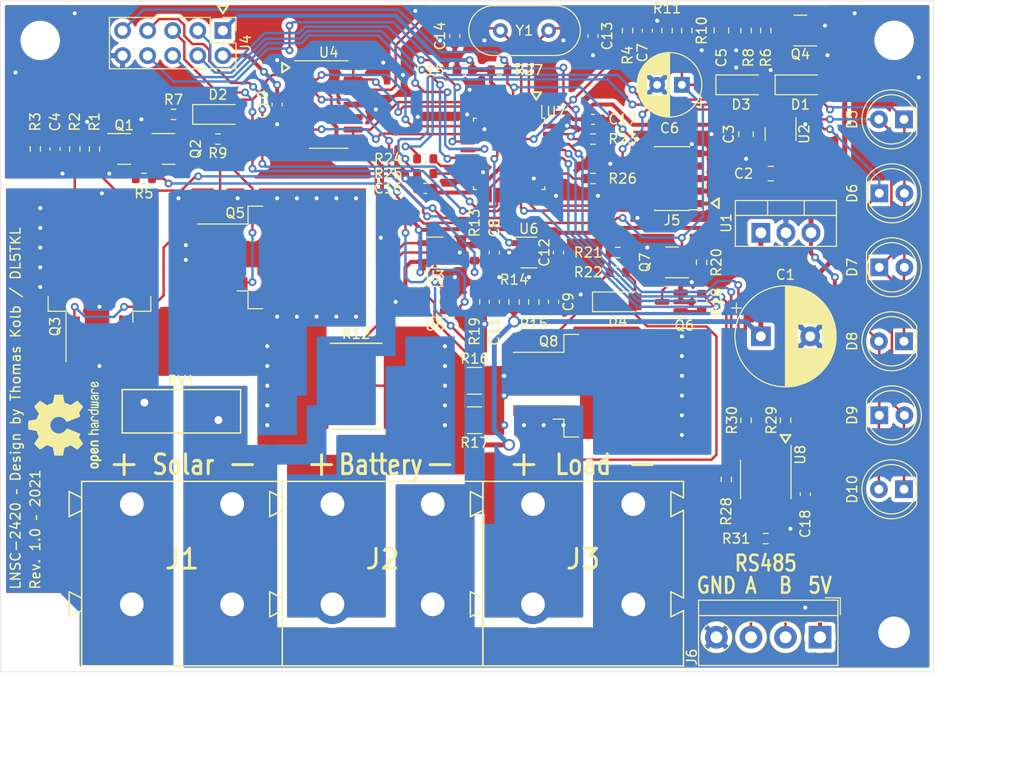
<source format=kicad_pcb>
(kicad_pcb (version 20171130) (host pcbnew 5.1.9-5.1.9)

  (general
    (thickness 1.6)
    (drawings 40)
    (tracks 868)
    (zones 0)
    (modules 88)
    (nets 60)
  )

  (page A4)
  (layers
    (0 F.Cu signal)
    (31 B.Cu signal)
    (32 B.Adhes user)
    (33 F.Adhes user)
    (34 B.Paste user)
    (35 F.Paste user)
    (36 B.SilkS user)
    (37 F.SilkS user)
    (38 B.Mask user)
    (39 F.Mask user)
    (40 Dwgs.User user)
    (41 Cmts.User user)
    (42 Eco1.User user)
    (43 Eco2.User user)
    (44 Edge.Cuts user)
    (45 Margin user)
    (46 B.CrtYd user)
    (47 F.CrtYd user)
    (48 B.Fab user hide)
    (49 F.Fab user hide)
  )

  (setup
    (last_trace_width 0.25)
    (user_trace_width 0.25)
    (user_trace_width 0.5)
    (trace_clearance 0.2)
    (zone_clearance 0.4)
    (zone_45_only no)
    (trace_min 0.2)
    (via_size 0.8)
    (via_drill 0.4)
    (via_min_size 0.4)
    (via_min_drill 0.3)
    (user_via 1.2 0.8)
    (uvia_size 0.3)
    (uvia_drill 0.1)
    (uvias_allowed no)
    (uvia_min_size 0.2)
    (uvia_min_drill 0.1)
    (edge_width 0.05)
    (segment_width 0.2)
    (pcb_text_width 0.3)
    (pcb_text_size 1.5 1.5)
    (mod_edge_width 0.12)
    (mod_text_size 1 1)
    (mod_text_width 0.15)
    (pad_size 1.8 1.8)
    (pad_drill 0.8)
    (pad_to_mask_clearance 0)
    (aux_axis_origin 0 0)
    (visible_elements FFFFFF7F)
    (pcbplotparams
      (layerselection 0x010fc_ffffffff)
      (usegerberextensions false)
      (usegerberattributes true)
      (usegerberadvancedattributes true)
      (creategerberjobfile true)
      (excludeedgelayer true)
      (linewidth 0.100000)
      (plotframeref false)
      (viasonmask false)
      (mode 1)
      (useauxorigin false)
      (hpglpennumber 1)
      (hpglpenspeed 20)
      (hpglpendiameter 15.000000)
      (psnegative false)
      (psa4output false)
      (plotreference true)
      (plotvalue true)
      (plotinvisibletext false)
      (padsonsilk false)
      (subtractmaskfromsilk false)
      (outputformat 1)
      (mirror false)
      (drillshape 1)
      (scaleselection 1)
      (outputdirectory ""))
  )

  (net 0 "")
  (net 1 GND)
  (net 2 Bat+)
  (net 3 +5V)
  (net 4 +3V3)
  (net 5 /Switching/Raw_U_Solar)
  (net 6 "Net-(C5-Pad2)")
  (net 7 "Net-(C5-Pad1)")
  (net 8 +VSW)
  (net 9 /Switching/Raw_U_SW)
  (net 10 "Net-(C8-Pad1)")
  (net 11 /Switching/Raw_U_Bat)
  (net 12 "Net-(C11-Pad1)")
  (net 13 "Net-(C13-Pad1)")
  (net 14 "Net-(C14-Pad1)")
  (net 15 "Net-(D2-Pad2)")
  (net 16 "Net-(D2-Pad1)")
  (net 17 Load+)
  (net 18 "Net-(D4-Pad1)")
  (net 19 "Net-(D5-Pad1)")
  (net 20 Solar+)
  (net 21 /Control/NRST)
  (net 22 /Control/BOOT0)
  (net 23 /Control/EXT_SCL_TX)
  (net 24 /Control/EXT_MISO)
  (net 25 /Control/EXT_SDA_RX)
  (net 26 /Control/EXT_MOSI)
  (net 27 /Control/EXT_SCK)
  (net 28 /Control/SWDCLK)
  (net 29 /Control/SWDIO)
  (net 30 "Net-(J6-Pad3)")
  (net 31 "Net-(J6-Pad2)")
  (net 32 "Net-(Q1-Pad3)")
  (net 33 "Net-(Q1-Pad1)")
  (net 34 "Net-(Q2-Pad3)")
  (net 35 "Net-(Q4-Pad3)")
  (net 36 "Net-(Q4-Pad1)")
  (net 37 "Net-(Q5-Pad2)")
  (net 38 "Net-(Q6-Pad3)")
  (net 39 "Net-(Q6-Pad1)")
  (net 40 "Net-(Q7-Pad3)")
  (net 41 "Net-(Q8-Pad2)")
  (net 42 Solar_Sw)
  (net 43 ChargePump)
  (net 44 Load_Sw)
  (net 45 /Control/LED_MUX_A)
  (net 46 /Control/LED_MUX_B)
  (net 47 /Control/LED_MUX_C)
  (net 48 /Control/RS485_DE)
  (net 49 /Control/RS485_RX)
  (net 50 "Net-(R29-Pad1)")
  (net 51 /Control/RS485_TX)
  (net 52 "Net-(R30-Pad1)")
  (net 53 Meas_U_SW)
  (net 54 Meas_U_Solar)
  (net 55 Meas_I_Load)
  (net 56 Meas_I_Solar)
  (net 57 Meas_U_Bat)
  (net 58 "Net-(D10-Pad1)")
  (net 59 "Net-(D10-Pad2)")

  (net_class Default "This is the default net class."
    (clearance 0.2)
    (trace_width 0.25)
    (via_dia 0.8)
    (via_drill 0.4)
    (uvia_dia 0.3)
    (uvia_drill 0.1)
    (add_net +VSW)
    (add_net /Control/BOOT0)
    (add_net /Control/EXT_MISO)
    (add_net /Control/EXT_MOSI)
    (add_net /Control/EXT_SCK)
    (add_net /Control/EXT_SCL_TX)
    (add_net /Control/EXT_SDA_RX)
    (add_net /Control/LED_MUX_A)
    (add_net /Control/LED_MUX_B)
    (add_net /Control/LED_MUX_C)
    (add_net /Control/NRST)
    (add_net /Control/RS485_DE)
    (add_net /Control/RS485_RX)
    (add_net /Control/RS485_TX)
    (add_net /Control/SWDCLK)
    (add_net /Control/SWDIO)
    (add_net /Switching/Raw_U_Bat)
    (add_net /Switching/Raw_U_SW)
    (add_net /Switching/Raw_U_Solar)
    (add_net ChargePump)
    (add_net GND)
    (add_net Load_Sw)
    (add_net Meas_I_Load)
    (add_net Meas_I_Solar)
    (add_net Meas_U_Bat)
    (add_net Meas_U_SW)
    (add_net Meas_U_Solar)
    (add_net "Net-(C11-Pad1)")
    (add_net "Net-(C13-Pad1)")
    (add_net "Net-(C14-Pad1)")
    (add_net "Net-(C5-Pad1)")
    (add_net "Net-(C5-Pad2)")
    (add_net "Net-(C8-Pad1)")
    (add_net "Net-(D10-Pad1)")
    (add_net "Net-(D10-Pad2)")
    (add_net "Net-(D2-Pad1)")
    (add_net "Net-(D2-Pad2)")
    (add_net "Net-(D4-Pad1)")
    (add_net "Net-(D5-Pad1)")
    (add_net "Net-(J6-Pad2)")
    (add_net "Net-(J6-Pad3)")
    (add_net "Net-(Q1-Pad1)")
    (add_net "Net-(Q1-Pad3)")
    (add_net "Net-(Q2-Pad3)")
    (add_net "Net-(Q4-Pad1)")
    (add_net "Net-(Q4-Pad3)")
    (add_net "Net-(Q5-Pad2)")
    (add_net "Net-(Q6-Pad1)")
    (add_net "Net-(Q6-Pad3)")
    (add_net "Net-(Q7-Pad3)")
    (add_net "Net-(Q8-Pad2)")
    (add_net "Net-(R29-Pad1)")
    (add_net "Net-(R30-Pad1)")
    (add_net Solar_Sw)
  )

  (net_class HighPower ""
    (clearance 0.3)
    (trace_width 20)
    (via_dia 2)
    (via_drill 1.2)
    (uvia_dia 0.3)
    (uvia_drill 0.1)
    (add_net Bat+)
    (add_net Load+)
    (add_net Solar+)
  )

  (net_class Power ""
    (clearance 0.3)
    (trace_width 0.4)
    (via_dia 0.8)
    (via_drill 0.4)
    (uvia_dia 0.3)
    (uvia_drill 0.1)
    (add_net +3V3)
    (add_net +5V)
  )

  (module Symbol:OSHW-Logo2_9.8x8mm_SilkScreen (layer F.Cu) (tedit 0) (tstamp 6099FA00)
    (at 29.5 118 90)
    (descr "Open Source Hardware Symbol")
    (tags "Logo Symbol OSHW")
    (attr virtual)
    (fp_text reference REF** (at 0 0 90) (layer F.SilkS) hide
      (effects (font (size 1 1) (thickness 0.15)))
    )
    (fp_text value OSHW-Logo2_9.8x8mm_SilkScreen (at 0.75 0 90) (layer F.Fab) hide
      (effects (font (size 1 1) (thickness 0.15)))
    )
    (fp_poly (pts (xy -3.231114 2.584505) (xy -3.156461 2.621727) (xy -3.090569 2.690261) (xy -3.072423 2.715648)
      (xy -3.052655 2.748866) (xy -3.039828 2.784945) (xy -3.03249 2.833098) (xy -3.029187 2.902536)
      (xy -3.028462 2.994206) (xy -3.031737 3.11983) (xy -3.043123 3.214154) (xy -3.064959 3.284523)
      (xy -3.099581 3.338286) (xy -3.14933 3.382788) (xy -3.152986 3.385423) (xy -3.202015 3.412377)
      (xy -3.261055 3.425712) (xy -3.336141 3.429) (xy -3.458205 3.429) (xy -3.458256 3.547497)
      (xy -3.459392 3.613492) (xy -3.466314 3.652202) (xy -3.484402 3.675419) (xy -3.519038 3.694933)
      (xy -3.527355 3.69892) (xy -3.56628 3.717603) (xy -3.596417 3.729403) (xy -3.618826 3.730422)
      (xy -3.634567 3.716761) (xy -3.644698 3.684522) (xy -3.650277 3.629804) (xy -3.652365 3.548711)
      (xy -3.652019 3.437344) (xy -3.6503 3.291802) (xy -3.649763 3.248269) (xy -3.647828 3.098205)
      (xy -3.646096 3.000042) (xy -3.458308 3.000042) (xy -3.457252 3.083364) (xy -3.452562 3.13788)
      (xy -3.441949 3.173837) (xy -3.423128 3.201482) (xy -3.41035 3.214965) (xy -3.35811 3.254417)
      (xy -3.311858 3.257628) (xy -3.264133 3.225049) (xy -3.262923 3.223846) (xy -3.243506 3.198668)
      (xy -3.231693 3.164447) (xy -3.225735 3.111748) (xy -3.22388 3.031131) (xy -3.223846 3.013271)
      (xy -3.22833 2.902175) (xy -3.242926 2.825161) (xy -3.26935 2.778147) (xy -3.309317 2.75705)
      (xy -3.332416 2.754923) (xy -3.387238 2.7649) (xy -3.424842 2.797752) (xy -3.447477 2.857857)
      (xy -3.457394 2.949598) (xy -3.458308 3.000042) (xy -3.646096 3.000042) (xy -3.645778 2.98206)
      (xy -3.643127 2.894679) (xy -3.639394 2.830905) (xy -3.634093 2.785582) (xy -3.626742 2.753555)
      (xy -3.616857 2.729668) (xy -3.603954 2.708764) (xy -3.598421 2.700898) (xy -3.525031 2.626595)
      (xy -3.43224 2.584467) (xy -3.324904 2.572722) (xy -3.231114 2.584505)) (layer F.SilkS) (width 0.01))
    (fp_poly (pts (xy -1.728336 2.595089) (xy -1.665633 2.631358) (xy -1.622039 2.667358) (xy -1.590155 2.705075)
      (xy -1.56819 2.751199) (xy -1.554351 2.812421) (xy -1.546847 2.895431) (xy -1.543883 3.006919)
      (xy -1.543539 3.087062) (xy -1.543539 3.382065) (xy -1.709615 3.456515) (xy -1.719385 3.133402)
      (xy -1.723421 3.012729) (xy -1.727656 2.925141) (xy -1.732903 2.86465) (xy -1.739975 2.825268)
      (xy -1.749689 2.801007) (xy -1.762856 2.78588) (xy -1.767081 2.782606) (xy -1.831091 2.757034)
      (xy -1.895792 2.767153) (xy -1.934308 2.794) (xy -1.949975 2.813024) (xy -1.96082 2.837988)
      (xy -1.967712 2.875834) (xy -1.971521 2.933502) (xy -1.973117 3.017935) (xy -1.973385 3.105928)
      (xy -1.973437 3.216323) (xy -1.975328 3.294463) (xy -1.981655 3.347165) (xy -1.995017 3.381242)
      (xy -2.018015 3.403511) (xy -2.053246 3.420787) (xy -2.100303 3.438738) (xy -2.151697 3.458278)
      (xy -2.145579 3.111485) (xy -2.143116 2.986468) (xy -2.140233 2.894082) (xy -2.136102 2.827881)
      (xy -2.129893 2.78142) (xy -2.120774 2.748256) (xy -2.107917 2.721944) (xy -2.092416 2.698729)
      (xy -2.017629 2.624569) (xy -1.926372 2.581684) (xy -1.827117 2.571412) (xy -1.728336 2.595089)) (layer F.SilkS) (width 0.01))
    (fp_poly (pts (xy -3.983114 2.587256) (xy -3.891536 2.635409) (xy -3.823951 2.712905) (xy -3.799943 2.762727)
      (xy -3.781262 2.837533) (xy -3.771699 2.932052) (xy -3.770792 3.03521) (xy -3.778079 3.135935)
      (xy -3.793097 3.223153) (xy -3.815385 3.285791) (xy -3.822235 3.296579) (xy -3.903368 3.377105)
      (xy -3.999734 3.425336) (xy -4.104299 3.43945) (xy -4.210032 3.417629) (xy -4.239457 3.404547)
      (xy -4.296759 3.364231) (xy -4.34705 3.310775) (xy -4.351803 3.303995) (xy -4.371122 3.271321)
      (xy -4.383892 3.236394) (xy -4.391436 3.190414) (xy -4.395076 3.124584) (xy -4.396135 3.030105)
      (xy -4.396154 3.008923) (xy -4.396106 3.002182) (xy -4.200769 3.002182) (xy -4.199632 3.091349)
      (xy -4.195159 3.15052) (xy -4.185754 3.188741) (xy -4.169824 3.215053) (xy -4.161692 3.223846)
      (xy -4.114942 3.257261) (xy -4.069553 3.255737) (xy -4.02366 3.226752) (xy -3.996288 3.195809)
      (xy -3.980077 3.150643) (xy -3.970974 3.07942) (xy -3.970349 3.071114) (xy -3.968796 2.942037)
      (xy -3.985035 2.846172) (xy -4.018848 2.784107) (xy -4.070016 2.756432) (xy -4.08828 2.754923)
      (xy -4.13624 2.762513) (xy -4.169047 2.788808) (xy -4.189105 2.839095) (xy -4.198822 2.918664)
      (xy -4.200769 3.002182) (xy -4.396106 3.002182) (xy -4.395426 2.908249) (xy -4.392371 2.837906)
      (xy -4.385678 2.789163) (xy -4.37404 2.753288) (xy -4.356147 2.721548) (xy -4.352192 2.715648)
      (xy -4.285733 2.636104) (xy -4.213315 2.589929) (xy -4.125151 2.571599) (xy -4.095213 2.570703)
      (xy -3.983114 2.587256)) (layer F.SilkS) (width 0.01))
    (fp_poly (pts (xy -2.465746 2.599745) (xy -2.388714 2.651567) (xy -2.329184 2.726412) (xy -2.293622 2.821654)
      (xy -2.286429 2.891756) (xy -2.287246 2.921009) (xy -2.294086 2.943407) (xy -2.312888 2.963474)
      (xy -2.349592 2.985733) (xy -2.410138 3.014709) (xy -2.500466 3.054927) (xy -2.500923 3.055129)
      (xy -2.584067 3.09321) (xy -2.652247 3.127025) (xy -2.698495 3.152933) (xy -2.715842 3.167295)
      (xy -2.715846 3.167411) (xy -2.700557 3.198685) (xy -2.664804 3.233157) (xy -2.623758 3.25799)
      (xy -2.602963 3.262923) (xy -2.54623 3.245862) (xy -2.497373 3.203133) (xy -2.473535 3.156155)
      (xy -2.450603 3.121522) (xy -2.405682 3.082081) (xy -2.352877 3.048009) (xy -2.30629 3.02948)
      (xy -2.296548 3.028462) (xy -2.285582 3.045215) (xy -2.284921 3.088039) (xy -2.29298 3.145781)
      (xy -2.308173 3.207289) (xy -2.328914 3.261409) (xy -2.329962 3.26351) (xy -2.392379 3.35066)
      (xy -2.473274 3.409939) (xy -2.565144 3.439034) (xy -2.660487 3.435634) (xy -2.751802 3.397428)
      (xy -2.755862 3.394741) (xy -2.827694 3.329642) (xy -2.874927 3.244705) (xy -2.901066 3.133021)
      (xy -2.904574 3.101643) (xy -2.910787 2.953536) (xy -2.903339 2.884468) (xy -2.715846 2.884468)
      (xy -2.71341 2.927552) (xy -2.700086 2.940126) (xy -2.666868 2.930719) (xy -2.614506 2.908483)
      (xy -2.555976 2.88061) (xy -2.554521 2.879872) (xy -2.504911 2.853777) (xy -2.485 2.836363)
      (xy -2.48991 2.818107) (xy -2.510584 2.79412) (xy -2.563181 2.759406) (xy -2.619823 2.756856)
      (xy -2.670631 2.782119) (xy -2.705724 2.830847) (xy -2.715846 2.884468) (xy -2.903339 2.884468)
      (xy -2.898008 2.835036) (xy -2.865222 2.741055) (xy -2.819579 2.675215) (xy -2.737198 2.608681)
      (xy -2.646454 2.575676) (xy -2.553815 2.573573) (xy -2.465746 2.599745)) (layer F.SilkS) (width 0.01))
    (fp_poly (pts (xy -0.840154 2.49212) (xy -0.834428 2.57198) (xy -0.827851 2.619039) (xy -0.818738 2.639566)
      (xy -0.805402 2.639829) (xy -0.801077 2.637378) (xy -0.743556 2.619636) (xy -0.668732 2.620672)
      (xy -0.592661 2.63891) (xy -0.545082 2.662505) (xy -0.496298 2.700198) (xy -0.460636 2.742855)
      (xy -0.436155 2.797057) (xy -0.420913 2.869384) (xy -0.41297 2.966419) (xy -0.410384 3.094742)
      (xy -0.410338 3.119358) (xy -0.410308 3.39587) (xy -0.471839 3.41732) (xy -0.515541 3.431912)
      (xy -0.539518 3.438706) (xy -0.540223 3.438769) (xy -0.542585 3.420345) (xy -0.544594 3.369526)
      (xy -0.546099 3.292993) (xy -0.546947 3.19743) (xy -0.547077 3.139329) (xy -0.547349 3.024771)
      (xy -0.548748 2.942667) (xy -0.552151 2.886393) (xy -0.558433 2.849326) (xy -0.568471 2.824844)
      (xy -0.583139 2.806325) (xy -0.592298 2.797406) (xy -0.655211 2.761466) (xy -0.723864 2.758775)
      (xy -0.786152 2.78917) (xy -0.797671 2.800144) (xy -0.814567 2.820779) (xy -0.826286 2.845256)
      (xy -0.833767 2.880647) (xy -0.837946 2.934026) (xy -0.839763 3.012466) (xy -0.840154 3.120617)
      (xy -0.840154 3.39587) (xy -0.901685 3.41732) (xy -0.945387 3.431912) (xy -0.969364 3.438706)
      (xy -0.97007 3.438769) (xy -0.971874 3.420069) (xy -0.9735 3.367322) (xy -0.974883 3.285557)
      (xy -0.975958 3.179805) (xy -0.97666 3.055094) (xy -0.976923 2.916455) (xy -0.976923 2.381806)
      (xy -0.849923 2.328236) (xy -0.840154 2.49212)) (layer F.SilkS) (width 0.01))
    (fp_poly (pts (xy 0.053501 2.626303) (xy 0.13006 2.654733) (xy 0.130936 2.655279) (xy 0.178285 2.690127)
      (xy 0.213241 2.730852) (xy 0.237825 2.783925) (xy 0.254062 2.855814) (xy 0.263975 2.952992)
      (xy 0.269586 3.081928) (xy 0.270077 3.100298) (xy 0.277141 3.377287) (xy 0.217695 3.408028)
      (xy 0.174681 3.428802) (xy 0.14871 3.438646) (xy 0.147509 3.438769) (xy 0.143014 3.420606)
      (xy 0.139444 3.371612) (xy 0.137248 3.300031) (xy 0.136769 3.242068) (xy 0.136758 3.14817)
      (xy 0.132466 3.089203) (xy 0.117503 3.061079) (xy 0.085482 3.059706) (xy 0.030014 3.080998)
      (xy -0.053731 3.120136) (xy -0.115311 3.152643) (xy -0.146983 3.180845) (xy -0.156294 3.211582)
      (xy -0.156308 3.213104) (xy -0.140943 3.266054) (xy -0.095453 3.29466) (xy -0.025834 3.298803)
      (xy 0.024313 3.298084) (xy 0.050754 3.312527) (xy 0.067243 3.347218) (xy 0.076733 3.391416)
      (xy 0.063057 3.416493) (xy 0.057907 3.420082) (xy 0.009425 3.434496) (xy -0.058469 3.436537)
      (xy -0.128388 3.426983) (xy -0.177932 3.409522) (xy -0.24643 3.351364) (xy -0.285366 3.270408)
      (xy -0.293077 3.20716) (xy -0.287193 3.150111) (xy -0.265899 3.103542) (xy -0.223735 3.062181)
      (xy -0.155241 3.020755) (xy -0.054956 2.973993) (xy -0.048846 2.97135) (xy 0.04149 2.929617)
      (xy 0.097235 2.895391) (xy 0.121129 2.864635) (xy 0.115913 2.833311) (xy 0.084328 2.797383)
      (xy 0.074883 2.789116) (xy 0.011617 2.757058) (xy -0.053936 2.758407) (xy -0.111028 2.789838)
      (xy -0.148907 2.848024) (xy -0.152426 2.859446) (xy -0.1867 2.914837) (xy -0.230191 2.941518)
      (xy -0.293077 2.96796) (xy -0.293077 2.899548) (xy -0.273948 2.80011) (xy -0.217169 2.708902)
      (xy -0.187622 2.678389) (xy -0.120458 2.639228) (xy -0.035044 2.6215) (xy 0.053501 2.626303)) (layer F.SilkS) (width 0.01))
    (fp_poly (pts (xy 0.713362 2.62467) (xy 0.802117 2.657421) (xy 0.874022 2.71535) (xy 0.902144 2.756128)
      (xy 0.932802 2.830954) (xy 0.932165 2.885058) (xy 0.899987 2.921446) (xy 0.888081 2.927633)
      (xy 0.836675 2.946925) (xy 0.810422 2.941982) (xy 0.80153 2.909587) (xy 0.801077 2.891692)
      (xy 0.784797 2.825859) (xy 0.742365 2.779807) (xy 0.683388 2.757564) (xy 0.617475 2.763161)
      (xy 0.563895 2.792229) (xy 0.545798 2.80881) (xy 0.532971 2.828925) (xy 0.524306 2.859332)
      (xy 0.518696 2.906788) (xy 0.515035 2.97805) (xy 0.512215 3.079875) (xy 0.511484 3.112115)
      (xy 0.50882 3.22241) (xy 0.505792 3.300036) (xy 0.50125 3.351396) (xy 0.494046 3.38289)
      (xy 0.483033 3.40092) (xy 0.46706 3.411888) (xy 0.456834 3.416733) (xy 0.413406 3.433301)
      (xy 0.387842 3.438769) (xy 0.379395 3.420507) (xy 0.374239 3.365296) (xy 0.372346 3.272499)
      (xy 0.373689 3.141478) (xy 0.374107 3.121269) (xy 0.377058 3.001733) (xy 0.380548 2.914449)
      (xy 0.385514 2.852591) (xy 0.392893 2.809336) (xy 0.403624 2.77786) (xy 0.418645 2.751339)
      (xy 0.426502 2.739975) (xy 0.471553 2.689692) (xy 0.52194 2.650581) (xy 0.528108 2.647167)
      (xy 0.618458 2.620212) (xy 0.713362 2.62467)) (layer F.SilkS) (width 0.01))
    (fp_poly (pts (xy 1.602081 2.780289) (xy 1.601833 2.92632) (xy 1.600872 3.038655) (xy 1.598794 3.122678)
      (xy 1.595193 3.183769) (xy 1.589665 3.227309) (xy 1.581804 3.258679) (xy 1.571207 3.283262)
      (xy 1.563182 3.297294) (xy 1.496728 3.373388) (xy 1.41247 3.421084) (xy 1.319249 3.438199)
      (xy 1.2259 3.422546) (xy 1.170312 3.394418) (xy 1.111957 3.34576) (xy 1.072186 3.286333)
      (xy 1.04819 3.208507) (xy 1.037161 3.104652) (xy 1.035599 3.028462) (xy 1.035809 3.022986)
      (xy 1.172308 3.022986) (xy 1.173141 3.110355) (xy 1.176961 3.168192) (xy 1.185746 3.206029)
      (xy 1.201474 3.233398) (xy 1.220266 3.254042) (xy 1.283375 3.29389) (xy 1.351137 3.297295)
      (xy 1.415179 3.264025) (xy 1.420164 3.259517) (xy 1.441439 3.236067) (xy 1.454779 3.208166)
      (xy 1.462001 3.166641) (xy 1.464923 3.102316) (xy 1.465385 3.0312) (xy 1.464383 2.941858)
      (xy 1.460238 2.882258) (xy 1.451236 2.843089) (xy 1.435667 2.81504) (xy 1.422902 2.800144)
      (xy 1.3636 2.762575) (xy 1.295301 2.758057) (xy 1.23011 2.786753) (xy 1.217528 2.797406)
      (xy 1.196111 2.821063) (xy 1.182744 2.849251) (xy 1.175566 2.891245) (xy 1.172719 2.956319)
      (xy 1.172308 3.022986) (xy 1.035809 3.022986) (xy 1.040322 2.905765) (xy 1.056362 2.813577)
      (xy 1.086528 2.744269) (xy 1.133629 2.690211) (xy 1.170312 2.662505) (xy 1.23699 2.632572)
      (xy 1.314272 2.618678) (xy 1.38611 2.622397) (xy 1.426308 2.6374) (xy 1.442082 2.64167)
      (xy 1.45255 2.62575) (xy 1.459856 2.583089) (xy 1.465385 2.518106) (xy 1.471437 2.445732)
      (xy 1.479844 2.402187) (xy 1.495141 2.377287) (xy 1.521864 2.360845) (xy 1.538654 2.353564)
      (xy 1.602154 2.326963) (xy 1.602081 2.780289)) (layer F.SilkS) (width 0.01))
    (fp_poly (pts (xy 2.395929 2.636662) (xy 2.398911 2.688068) (xy 2.401247 2.766192) (xy 2.402749 2.864857)
      (xy 2.403231 2.968343) (xy 2.403231 3.318533) (xy 2.341401 3.380363) (xy 2.298793 3.418462)
      (xy 2.26139 3.433895) (xy 2.21027 3.432918) (xy 2.189978 3.430433) (xy 2.126554 3.4232)
      (xy 2.074095 3.419055) (xy 2.061308 3.418672) (xy 2.018199 3.421176) (xy 1.956544 3.427462)
      (xy 1.932638 3.430433) (xy 1.873922 3.435028) (xy 1.834464 3.425046) (xy 1.795338 3.394228)
      (xy 1.781215 3.380363) (xy 1.719385 3.318533) (xy 1.719385 2.663503) (xy 1.76915 2.640829)
      (xy 1.812002 2.624034) (xy 1.837073 2.618154) (xy 1.843501 2.636736) (xy 1.849509 2.688655)
      (xy 1.854697 2.768172) (xy 1.858664 2.869546) (xy 1.860577 2.955192) (xy 1.865923 3.292231)
      (xy 1.91256 3.298825) (xy 1.954976 3.294214) (xy 1.97576 3.279287) (xy 1.98157 3.251377)
      (xy 1.98653 3.191925) (xy 1.990246 3.108466) (xy 1.992324 3.008532) (xy 1.992624 2.957104)
      (xy 1.992923 2.661054) (xy 2.054454 2.639604) (xy 2.098004 2.62502) (xy 2.121694 2.618219)
      (xy 2.122377 2.618154) (xy 2.124754 2.636642) (xy 2.127366 2.687906) (xy 2.129995 2.765649)
      (xy 2.132421 2.863574) (xy 2.134115 2.955192) (xy 2.139461 3.292231) (xy 2.256692 3.292231)
      (xy 2.262072 2.984746) (xy 2.267451 2.677261) (xy 2.324601 2.647707) (xy 2.366797 2.627413)
      (xy 2.39177 2.618204) (xy 2.392491 2.618154) (xy 2.395929 2.636662)) (layer F.SilkS) (width 0.01))
    (fp_poly (pts (xy 2.887333 2.633528) (xy 2.94359 2.659117) (xy 2.987747 2.690124) (xy 3.020101 2.724795)
      (xy 3.042438 2.76952) (xy 3.056546 2.830692) (xy 3.064211 2.914701) (xy 3.06722 3.02794)
      (xy 3.067538 3.102509) (xy 3.067538 3.39342) (xy 3.017773 3.416095) (xy 2.978576 3.432667)
      (xy 2.959157 3.438769) (xy 2.955442 3.42061) (xy 2.952495 3.371648) (xy 2.950691 3.300153)
      (xy 2.950308 3.243385) (xy 2.948661 3.161371) (xy 2.944222 3.096309) (xy 2.93774 3.056467)
      (xy 2.93259 3.048) (xy 2.897977 3.056646) (xy 2.84364 3.078823) (xy 2.780722 3.108886)
      (xy 2.720368 3.141192) (xy 2.673721 3.170098) (xy 2.651926 3.189961) (xy 2.651839 3.190175)
      (xy 2.653714 3.226935) (xy 2.670525 3.262026) (xy 2.700039 3.290528) (xy 2.743116 3.300061)
      (xy 2.779932 3.29895) (xy 2.832074 3.298133) (xy 2.859444 3.310349) (xy 2.875882 3.342624)
      (xy 2.877955 3.34871) (xy 2.885081 3.394739) (xy 2.866024 3.422687) (xy 2.816353 3.436007)
      (xy 2.762697 3.43847) (xy 2.666142 3.42021) (xy 2.616159 3.394131) (xy 2.554429 3.332868)
      (xy 2.52169 3.25767) (xy 2.518753 3.178211) (xy 2.546424 3.104167) (xy 2.588047 3.057769)
      (xy 2.629604 3.031793) (xy 2.694922 2.998907) (xy 2.771038 2.965557) (xy 2.783726 2.960461)
      (xy 2.867333 2.923565) (xy 2.91553 2.891046) (xy 2.93103 2.858718) (xy 2.91655 2.822394)
      (xy 2.891692 2.794) (xy 2.832939 2.759039) (xy 2.768293 2.756417) (xy 2.709008 2.783358)
      (xy 2.666339 2.837088) (xy 2.660739 2.85095) (xy 2.628133 2.901936) (xy 2.58053 2.939787)
      (xy 2.520461 2.97085) (xy 2.520461 2.882768) (xy 2.523997 2.828951) (xy 2.539156 2.786534)
      (xy 2.572768 2.741279) (xy 2.605035 2.70642) (xy 2.655209 2.657062) (xy 2.694193 2.630547)
      (xy 2.736064 2.619911) (xy 2.78346 2.618154) (xy 2.887333 2.633528)) (layer F.SilkS) (width 0.01))
    (fp_poly (pts (xy 3.570807 2.636782) (xy 3.594161 2.646988) (xy 3.649902 2.691134) (xy 3.697569 2.754967)
      (xy 3.727048 2.823087) (xy 3.731846 2.85667) (xy 3.71576 2.903556) (xy 3.680475 2.928365)
      (xy 3.642644 2.943387) (xy 3.625321 2.946155) (xy 3.616886 2.926066) (xy 3.60023 2.882351)
      (xy 3.592923 2.862598) (xy 3.551948 2.794271) (xy 3.492622 2.760191) (xy 3.416552 2.761239)
      (xy 3.410918 2.762581) (xy 3.370305 2.781836) (xy 3.340448 2.819375) (xy 3.320055 2.879809)
      (xy 3.307836 2.967751) (xy 3.3025 3.087813) (xy 3.302 3.151698) (xy 3.301752 3.252403)
      (xy 3.300126 3.321054) (xy 3.295801 3.364673) (xy 3.287454 3.390282) (xy 3.273765 3.404903)
      (xy 3.253411 3.415558) (xy 3.252234 3.416095) (xy 3.213038 3.432667) (xy 3.193619 3.438769)
      (xy 3.190635 3.420319) (xy 3.188081 3.369323) (xy 3.18614 3.292308) (xy 3.184997 3.195805)
      (xy 3.184769 3.125184) (xy 3.185932 2.988525) (xy 3.190479 2.884851) (xy 3.199999 2.808108)
      (xy 3.216081 2.752246) (xy 3.240313 2.711212) (xy 3.274286 2.678954) (xy 3.307833 2.65644)
      (xy 3.388499 2.626476) (xy 3.482381 2.619718) (xy 3.570807 2.636782)) (layer F.SilkS) (width 0.01))
    (fp_poly (pts (xy 4.245224 2.647838) (xy 4.322528 2.698361) (xy 4.359814 2.74359) (xy 4.389353 2.825663)
      (xy 4.391699 2.890607) (xy 4.386385 2.977445) (xy 4.186115 3.065103) (xy 4.088739 3.109887)
      (xy 4.025113 3.145913) (xy 3.992029 3.177117) (xy 3.98628 3.207436) (xy 4.004658 3.240805)
      (xy 4.024923 3.262923) (xy 4.083889 3.298393) (xy 4.148024 3.300879) (xy 4.206926 3.273235)
      (xy 4.250197 3.21832) (xy 4.257936 3.198928) (xy 4.295006 3.138364) (xy 4.337654 3.112552)
      (xy 4.396154 3.090471) (xy 4.396154 3.174184) (xy 4.390982 3.23115) (xy 4.370723 3.279189)
      (xy 4.328262 3.334346) (xy 4.321951 3.341514) (xy 4.27472 3.390585) (xy 4.234121 3.41692)
      (xy 4.183328 3.429035) (xy 4.14122 3.433003) (xy 4.065902 3.433991) (xy 4.012286 3.421466)
      (xy 3.978838 3.402869) (xy 3.926268 3.361975) (xy 3.889879 3.317748) (xy 3.86685 3.262126)
      (xy 3.854359 3.187047) (xy 3.849587 3.084449) (xy 3.849206 3.032376) (xy 3.850501 2.969948)
      (xy 3.968471 2.969948) (xy 3.969839 3.003438) (xy 3.973249 3.008923) (xy 3.995753 3.001472)
      (xy 4.044182 2.981753) (xy 4.108908 2.953718) (xy 4.122443 2.947692) (xy 4.204244 2.906096)
      (xy 4.249312 2.869538) (xy 4.259217 2.835296) (xy 4.235526 2.800648) (xy 4.21596 2.785339)
      (xy 4.14536 2.754721) (xy 4.07928 2.75978) (xy 4.023959 2.797151) (xy 3.985636 2.863473)
      (xy 3.973349 2.916116) (xy 3.968471 2.969948) (xy 3.850501 2.969948) (xy 3.85173 2.91072)
      (xy 3.861032 2.82071) (xy 3.87946 2.755167) (xy 3.90936 2.706912) (xy 3.95308 2.668767)
      (xy 3.972141 2.65644) (xy 4.058726 2.624336) (xy 4.153522 2.622316) (xy 4.245224 2.647838)) (layer F.SilkS) (width 0.01))
    (fp_poly (pts (xy 0.139878 -3.712224) (xy 0.245612 -3.711645) (xy 0.322132 -3.710078) (xy 0.374372 -3.707028)
      (xy 0.407263 -3.702004) (xy 0.425737 -3.694511) (xy 0.434727 -3.684056) (xy 0.439163 -3.670147)
      (xy 0.439594 -3.668346) (xy 0.446333 -3.635855) (xy 0.458808 -3.571748) (xy 0.475719 -3.482849)
      (xy 0.495771 -3.375981) (xy 0.517664 -3.257967) (xy 0.518429 -3.253822) (xy 0.540359 -3.138169)
      (xy 0.560877 -3.035986) (xy 0.578659 -2.953402) (xy 0.592381 -2.896544) (xy 0.600718 -2.871542)
      (xy 0.601116 -2.871099) (xy 0.625677 -2.85889) (xy 0.676315 -2.838544) (xy 0.742095 -2.814455)
      (xy 0.742461 -2.814326) (xy 0.825317 -2.783182) (xy 0.923 -2.743509) (xy 1.015077 -2.703619)
      (xy 1.019434 -2.701647) (xy 1.169407 -2.63358) (xy 1.501498 -2.860361) (xy 1.603374 -2.929496)
      (xy 1.695657 -2.991303) (xy 1.773003 -3.042267) (xy 1.830064 -3.078873) (xy 1.861495 -3.097606)
      (xy 1.864479 -3.098996) (xy 1.887321 -3.09281) (xy 1.929982 -3.062965) (xy 1.994128 -3.008053)
      (xy 2.081421 -2.926666) (xy 2.170535 -2.840078) (xy 2.256441 -2.754753) (xy 2.333327 -2.676892)
      (xy 2.396564 -2.611303) (xy 2.441523 -2.562795) (xy 2.463576 -2.536175) (xy 2.464396 -2.534805)
      (xy 2.466834 -2.516537) (xy 2.45765 -2.486705) (xy 2.434574 -2.441279) (xy 2.395337 -2.37623)
      (xy 2.33767 -2.28753) (xy 2.260795 -2.173343) (xy 2.19257 -2.072838) (xy 2.131582 -1.982697)
      (xy 2.081356 -1.908151) (xy 2.045416 -1.854435) (xy 2.027287 -1.826782) (xy 2.026146 -1.824905)
      (xy 2.028359 -1.79841) (xy 2.045138 -1.746914) (xy 2.073142 -1.680149) (xy 2.083122 -1.658828)
      (xy 2.126672 -1.563841) (xy 2.173134 -1.456063) (xy 2.210877 -1.362808) (xy 2.238073 -1.293594)
      (xy 2.259675 -1.240994) (xy 2.272158 -1.213503) (xy 2.273709 -1.211384) (xy 2.296668 -1.207876)
      (xy 2.350786 -1.198262) (xy 2.428868 -1.183911) (xy 2.523719 -1.166193) (xy 2.628143 -1.146475)
      (xy 2.734944 -1.126126) (xy 2.836926 -1.106514) (xy 2.926894 -1.089009) (xy 2.997653 -1.074978)
      (xy 3.042006 -1.065791) (xy 3.052885 -1.063193) (xy 3.064122 -1.056782) (xy 3.072605 -1.042303)
      (xy 3.078714 -1.014867) (xy 3.082832 -0.969589) (xy 3.085341 -0.90158) (xy 3.086621 -0.805953)
      (xy 3.087054 -0.67782) (xy 3.087077 -0.625299) (xy 3.087077 -0.198155) (xy 2.9845 -0.177909)
      (xy 2.927431 -0.16693) (xy 2.842269 -0.150905) (xy 2.739372 -0.131767) (xy 2.629096 -0.111449)
      (xy 2.598615 -0.105868) (xy 2.496855 -0.086083) (xy 2.408205 -0.066627) (xy 2.340108 -0.049303)
      (xy 2.300004 -0.035912) (xy 2.293323 -0.031921) (xy 2.276919 -0.003658) (xy 2.253399 0.051109)
      (xy 2.227316 0.121588) (xy 2.222142 0.136769) (xy 2.187956 0.230896) (xy 2.145523 0.337101)
      (xy 2.103997 0.432473) (xy 2.103792 0.432916) (xy 2.03464 0.582525) (xy 2.489512 1.251617)
      (xy 2.1975 1.544116) (xy 2.10918 1.63117) (xy 2.028625 1.707909) (xy 1.96036 1.770237)
      (xy 1.908908 1.814056) (xy 1.878794 1.83527) (xy 1.874474 1.836616) (xy 1.849111 1.826016)
      (xy 1.797358 1.796547) (xy 1.724868 1.751705) (xy 1.637294 1.694984) (xy 1.542612 1.631462)
      (xy 1.446516 1.566668) (xy 1.360837 1.510287) (xy 1.291016 1.465788) (xy 1.242494 1.436639)
      (xy 1.220782 1.426308) (xy 1.194293 1.43505) (xy 1.144062 1.458087) (xy 1.080451 1.490631)
      (xy 1.073708 1.494249) (xy 0.988046 1.53721) (xy 0.929306 1.558279) (xy 0.892772 1.558503)
      (xy 0.873731 1.538928) (xy 0.87362 1.538654) (xy 0.864102 1.515472) (xy 0.841403 1.460441)
      (xy 0.807282 1.377822) (xy 0.7635 1.271872) (xy 0.711816 1.146852) (xy 0.653992 1.00702)
      (xy 0.597991 0.871637) (xy 0.536447 0.722234) (xy 0.479939 0.583832) (xy 0.430161 0.460673)
      (xy 0.388806 0.357002) (xy 0.357568 0.277059) (xy 0.338141 0.225088) (xy 0.332154 0.205692)
      (xy 0.347168 0.183443) (xy 0.386439 0.147982) (xy 0.438807 0.108887) (xy 0.587941 -0.014755)
      (xy 0.704511 -0.156478) (xy 0.787118 -0.313296) (xy 0.834366 -0.482225) (xy 0.844857 -0.660278)
      (xy 0.837231 -0.742461) (xy 0.795682 -0.912969) (xy 0.724123 -1.063541) (xy 0.626995 -1.192691)
      (xy 0.508734 -1.298936) (xy 0.37378 -1.38079) (xy 0.226571 -1.436768) (xy 0.071544 -1.465385)
      (xy -0.086861 -1.465156) (xy -0.244206 -1.434595) (xy -0.396054 -1.372218) (xy -0.537965 -1.27654)
      (xy -0.597197 -1.222428) (xy -0.710797 -1.08348) (xy -0.789894 -0.931639) (xy -0.835014 -0.771333)
      (xy -0.846684 -0.606988) (xy -0.825431 -0.443029) (xy -0.77178 -0.283882) (xy -0.68626 -0.133975)
      (xy -0.569395 0.002267) (xy -0.438807 0.108887) (xy -0.384412 0.149642) (xy -0.345986 0.184718)
      (xy -0.332154 0.205726) (xy -0.339397 0.228635) (xy -0.359995 0.283365) (xy -0.392254 0.365672)
      (xy -0.434479 0.471315) (xy -0.484977 0.59605) (xy -0.542052 0.735636) (xy -0.598146 0.87167)
      (xy -0.660033 1.021201) (xy -0.717356 1.159767) (xy -0.768356 1.283107) (xy -0.811273 1.386964)
      (xy -0.844347 1.46708) (xy -0.865819 1.519195) (xy -0.873775 1.538654) (xy -0.892571 1.558423)
      (xy -0.928926 1.558365) (xy -0.987521 1.537441) (xy -1.073032 1.494613) (xy -1.073708 1.494249)
      (xy -1.138093 1.461012) (xy -1.190139 1.436802) (xy -1.219488 1.426404) (xy -1.220783 1.426308)
      (xy -1.242876 1.436855) (xy -1.291652 1.466184) (xy -1.361669 1.510827) (xy -1.447486 1.567314)
      (xy -1.542612 1.631462) (xy -1.63946 1.696411) (xy -1.726747 1.752896) (xy -1.798819 1.797421)
      (xy -1.850023 1.82649) (xy -1.874474 1.836616) (xy -1.89699 1.823307) (xy -1.942258 1.786112)
      (xy -2.005756 1.729128) (xy -2.082961 1.656449) (xy -2.169349 1.572171) (xy -2.197601 1.544016)
      (xy -2.489713 1.251416) (xy -2.267369 0.925104) (xy -2.199798 0.824897) (xy -2.140493 0.734963)
      (xy -2.092783 0.66051) (xy -2.059993 0.606751) (xy -2.045452 0.578894) (xy -2.045026 0.576912)
      (xy -2.052692 0.550655) (xy -2.073311 0.497837) (xy -2.103315 0.42731) (xy -2.124375 0.380093)
      (xy -2.163752 0.289694) (xy -2.200835 0.198366) (xy -2.229585 0.1212) (xy -2.237395 0.097692)
      (xy -2.259583 0.034916) (xy -2.281273 -0.013589) (xy -2.293187 -0.031921) (xy -2.319477 -0.043141)
      (xy -2.376858 -0.059046) (xy -2.457882 -0.077833) (xy -2.555105 -0.097701) (xy -2.598615 -0.105868)
      (xy -2.709104 -0.126171) (xy -2.815084 -0.14583) (xy -2.906199 -0.162912) (xy -2.972092 -0.175482)
      (xy -2.9845 -0.177909) (xy -3.087077 -0.198155) (xy -3.087077 -0.625299) (xy -3.086847 -0.765754)
      (xy -3.085901 -0.872021) (xy -3.083859 -0.948987) (xy -3.080338 -1.00154) (xy -3.074957 -1.034567)
      (xy -3.067334 -1.052955) (xy -3.057088 -1.061592) (xy -3.052885 -1.063193) (xy -3.02753 -1.068873)
      (xy -2.971516 -1.080205) (xy -2.892036 -1.095821) (xy -2.796288 -1.114353) (xy -2.691467 -1.134431)
      (xy -2.584768 -1.154688) (xy -2.483387 -1.173754) (xy -2.394521 -1.190261) (xy -2.325363 -1.202841)
      (xy -2.283111 -1.210125) (xy -2.27371 -1.211384) (xy -2.265193 -1.228237) (xy -2.24634 -1.27313)
      (xy -2.220676 -1.33757) (xy -2.210877 -1.362808) (xy -2.171352 -1.460314) (xy -2.124808 -1.568041)
      (xy -2.083123 -1.658828) (xy -2.05245 -1.728247) (xy -2.032044 -1.78529) (xy -2.025232 -1.820223)
      (xy -2.026318 -1.824905) (xy -2.040715 -1.847009) (xy -2.073588 -1.896169) (xy -2.12141 -1.967152)
      (xy -2.180652 -2.054722) (xy -2.247785 -2.153643) (xy -2.261059 -2.17317) (xy -2.338954 -2.28886)
      (xy -2.396213 -2.376956) (xy -2.435119 -2.441514) (xy -2.457956 -2.486589) (xy -2.467006 -2.516237)
      (xy -2.464552 -2.534515) (xy -2.464489 -2.534631) (xy -2.445173 -2.558639) (xy -2.402449 -2.605053)
      (xy -2.340949 -2.669063) (xy -2.265302 -2.745855) (xy -2.180139 -2.830618) (xy -2.170535 -2.840078)
      (xy -2.06321 -2.944011) (xy -1.980385 -3.020325) (xy -1.920395 -3.070429) (xy -1.881577 -3.09573)
      (xy -1.86448 -3.098996) (xy -1.839527 -3.08475) (xy -1.787745 -3.051844) (xy -1.71448 -3.003792)
      (xy -1.62508 -2.94411) (xy -1.524889 -2.876312) (xy -1.501499 -2.860361) (xy -1.169407 -2.63358)
      (xy -1.019435 -2.701647) (xy -0.92823 -2.741315) (xy -0.830331 -2.781209) (xy -0.746169 -2.813017)
      (xy -0.742462 -2.814326) (xy -0.676631 -2.838424) (xy -0.625884 -2.8588) (xy -0.601158 -2.871064)
      (xy -0.601116 -2.871099) (xy -0.593271 -2.893266) (xy -0.579934 -2.947783) (xy -0.56243 -3.02852)
      (xy -0.542083 -3.12935) (xy -0.520218 -3.244144) (xy -0.518429 -3.253822) (xy -0.496496 -3.372096)
      (xy -0.47636 -3.479458) (xy -0.45932 -3.569083) (xy -0.446672 -3.634149) (xy -0.439716 -3.667832)
      (xy -0.439594 -3.668346) (xy -0.435361 -3.682675) (xy -0.427129 -3.693493) (xy -0.409967 -3.701294)
      (xy -0.378942 -3.706571) (xy -0.329122 -3.709818) (xy -0.255576 -3.711528) (xy -0.153371 -3.712193)
      (xy -0.017575 -3.712307) (xy 0 -3.712308) (xy 0.139878 -3.712224)) (layer F.SilkS) (width 0.01))
  )

  (module LED_THT:LED_D5.0mm (layer F.Cu) (tedit 5995936A) (tstamp 6089D97E)
    (at 114.5 124.5 180)
    (descr "LED, diameter 5.0mm, 2 pins, http://cdn-reichelt.de/documents/datenblatt/A500/LL-504BC2E-009.pdf")
    (tags "LED diameter 5.0mm 2 pins")
    (path /607F325D/608A2881)
    (fp_text reference D10 (at 5.25 0 90) (layer F.SilkS)
      (effects (font (size 1 1) (thickness 0.15)))
    )
    (fp_text value DISCHARGE_PULSE (at 1.27 3.96) (layer F.Fab)
      (effects (font (size 1 1) (thickness 0.15)))
    )
    (fp_circle (center 1.27 0) (end 3.77 0) (layer F.Fab) (width 0.1))
    (fp_circle (center 1.27 0) (end 3.77 0) (layer F.SilkS) (width 0.12))
    (fp_line (start -1.23 -1.469694) (end -1.23 1.469694) (layer F.Fab) (width 0.1))
    (fp_line (start -1.29 -1.545) (end -1.29 1.545) (layer F.SilkS) (width 0.12))
    (fp_line (start -1.95 -3.25) (end -1.95 3.25) (layer F.CrtYd) (width 0.05))
    (fp_line (start -1.95 3.25) (end 4.5 3.25) (layer F.CrtYd) (width 0.05))
    (fp_line (start 4.5 3.25) (end 4.5 -3.25) (layer F.CrtYd) (width 0.05))
    (fp_line (start 4.5 -3.25) (end -1.95 -3.25) (layer F.CrtYd) (width 0.05))
    (fp_text user %R (at 1.25 0) (layer F.Fab)
      (effects (font (size 0.8 0.8) (thickness 0.2)))
    )
    (fp_arc (start 1.27 0) (end -1.29 1.54483) (angle -148.9) (layer F.SilkS) (width 0.12))
    (fp_arc (start 1.27 0) (end -1.29 -1.54483) (angle 148.9) (layer F.SilkS) (width 0.12))
    (fp_arc (start 1.27 0) (end -1.23 -1.469694) (angle 299.1) (layer F.Fab) (width 0.1))
    (pad 2 thru_hole circle (at 2.54 0 180) (size 1.8 1.8) (drill 0.9) (layers *.Cu *.Mask)
      (net 59 "Net-(D10-Pad2)"))
    (pad 1 thru_hole rect (at 0 0 180) (size 1.8 1.8) (drill 0.9) (layers *.Cu *.Mask)
      (net 58 "Net-(D10-Pad1)"))
    (model ${KICAD6_3DMODEL_DIR}/LED_THT.3dshapes/LED_D5.0mm.wrl
      (at (xyz 0 0 0))
      (scale (xyz 1 1 1))
      (rotate (xyz 0 0 0))
    )
  )

  (module MountingHole:MountingHole_3.2mm_M3_Pad (layer F.Cu) (tedit 608B1DD8) (tstamp 6088A39D)
    (at 113.5 139)
    (descr "Mounting Hole 3.2mm, M3")
    (tags "mounting hole 3.2mm m3")
    (path /608E6AA2)
    (attr virtual)
    (fp_text reference H4 (at 0 -4.2) (layer F.SilkS) hide
      (effects (font (size 1 1) (thickness 0.15)))
    )
    (fp_text value MountingHole_Pad (at 0 4.2) (layer F.Fab)
      (effects (font (size 1 1) (thickness 0.15)))
    )
    (fp_circle (center 0 0) (end 3.45 0) (layer F.CrtYd) (width 0.05))
    (fp_circle (center 0 0) (end 3.2 0) (layer Cmts.User) (width 0.15))
    (fp_text user %R (at 0.3 0) (layer F.Fab)
      (effects (font (size 1 1) (thickness 0.15)))
    )
    (pad 1 thru_hole circle (at 0 0) (size 6.4 6.4) (drill 3.2) (layers *.Cu *.Mask)
      (net 1 GND) (zone_connect 2))
  )

  (module MountingHole:MountingHole_3.2mm_M3 (layer F.Cu) (tedit 56D1B4CB) (tstamp 6088BB0C)
    (at 113.5 79)
    (descr "Mounting Hole 3.2mm, no annular, M3")
    (tags "mounting hole 3.2mm no annular m3")
    (path /608E7C54)
    (attr virtual)
    (fp_text reference H3 (at 0 -4.2) (layer F.SilkS) hide
      (effects (font (size 1 1) (thickness 0.15)))
    )
    (fp_text value MountingHole_M3 (at 0 4.2) (layer F.Fab)
      (effects (font (size 1 1) (thickness 0.15)))
    )
    (fp_circle (center 0 0) (end 3.45 0) (layer F.CrtYd) (width 0.05))
    (fp_circle (center 0 0) (end 3.2 0) (layer Cmts.User) (width 0.15))
    (fp_text user %R (at 0.3 0) (layer F.Fab)
      (effects (font (size 1 1) (thickness 0.15)))
    )
    (pad 1 np_thru_hole circle (at 0 0) (size 3.2 3.2) (drill 3.2) (layers *.Cu *.Mask))
  )

  (module MountingHole:MountingHole_3.2mm_M3 (layer F.Cu) (tedit 56D1B4CB) (tstamp 6088A38D)
    (at 27 139)
    (descr "Mounting Hole 3.2mm, no annular, M3")
    (tags "mounting hole 3.2mm no annular m3")
    (path /608E7A5C)
    (attr virtual)
    (fp_text reference H2 (at 0 -4.2) (layer F.SilkS) hide
      (effects (font (size 1 1) (thickness 0.15)))
    )
    (fp_text value MountingHole_M3 (at 0 4.2) (layer F.Fab)
      (effects (font (size 1 1) (thickness 0.15)))
    )
    (fp_circle (center 0 0) (end 3.45 0) (layer F.CrtYd) (width 0.05))
    (fp_circle (center 0 0) (end 3.2 0) (layer Cmts.User) (width 0.15))
    (fp_text user %R (at 0.3 0) (layer F.Fab)
      (effects (font (size 1 1) (thickness 0.15)))
    )
    (pad 1 np_thru_hole circle (at 0 0) (size 3.2 3.2) (drill 3.2) (layers *.Cu *.Mask))
  )

  (module MountingHole:MountingHole_3.2mm_M3 (layer F.Cu) (tedit 56D1B4CB) (tstamp 6088A385)
    (at 27 79)
    (descr "Mounting Hole 3.2mm, no annular, M3")
    (tags "mounting hole 3.2mm no annular m3")
    (path /608E5819)
    (attr virtual)
    (fp_text reference H1 (at 0 -4.2) (layer F.SilkS) hide
      (effects (font (size 1 1) (thickness 0.15)))
    )
    (fp_text value MountingHole_M3 (at 0 4.2) (layer F.Fab)
      (effects (font (size 1 1) (thickness 0.15)))
    )
    (fp_circle (center 0 0) (end 3.45 0) (layer F.CrtYd) (width 0.05))
    (fp_circle (center 0 0) (end 3.2 0) (layer Cmts.User) (width 0.15))
    (fp_text user %R (at 0.3 0) (layer F.Fab)
      (effects (font (size 1 1) (thickness 0.15)))
    )
    (pad 1 np_thru_hole circle (at 0 0) (size 3.2 3.2) (drill 3.2) (layers *.Cu *.Mask))
  )

  (module Package_TO_SOT_THT:TO-220-3_Vertical (layer F.Cu) (tedit 5AC8BA0D) (tstamp 60860695)
    (at 100 98.5)
    (descr "TO-220-3, Vertical, RM 2.54mm, see https://www.vishay.com/docs/66542/to-220-1.pdf")
    (tags "TO-220-3 Vertical RM 2.54mm")
    (path /609371DE)
    (fp_text reference U1 (at -3.5 -1 90) (layer F.SilkS)
      (effects (font (size 1 1) (thickness 0.15)))
    )
    (fp_text value OKI-78SR-5_1.5-W36-C (at 2.54 2.5) (layer F.Fab)
      (effects (font (size 1 1) (thickness 0.15)))
    )
    (fp_line (start 7.79 -3.4) (end -2.71 -3.4) (layer F.CrtYd) (width 0.05))
    (fp_line (start 7.79 1.51) (end 7.79 -3.4) (layer F.CrtYd) (width 0.05))
    (fp_line (start -2.71 1.51) (end 7.79 1.51) (layer F.CrtYd) (width 0.05))
    (fp_line (start -2.71 -3.4) (end -2.71 1.51) (layer F.CrtYd) (width 0.05))
    (fp_line (start 4.391 -3.27) (end 4.391 -1.76) (layer F.SilkS) (width 0.12))
    (fp_line (start 0.69 -3.27) (end 0.69 -1.76) (layer F.SilkS) (width 0.12))
    (fp_line (start -2.58 -1.76) (end 7.66 -1.76) (layer F.SilkS) (width 0.12))
    (fp_line (start 7.66 -3.27) (end 7.66 1.371) (layer F.SilkS) (width 0.12))
    (fp_line (start -2.58 -3.27) (end -2.58 1.371) (layer F.SilkS) (width 0.12))
    (fp_line (start -2.58 1.371) (end 7.66 1.371) (layer F.SilkS) (width 0.12))
    (fp_line (start -2.58 -3.27) (end 7.66 -3.27) (layer F.SilkS) (width 0.12))
    (fp_line (start 4.39 -3.15) (end 4.39 -1.88) (layer F.Fab) (width 0.1))
    (fp_line (start 0.69 -3.15) (end 0.69 -1.88) (layer F.Fab) (width 0.1))
    (fp_line (start -2.46 -1.88) (end 7.54 -1.88) (layer F.Fab) (width 0.1))
    (fp_line (start 7.54 -3.15) (end -2.46 -3.15) (layer F.Fab) (width 0.1))
    (fp_line (start 7.54 1.25) (end 7.54 -3.15) (layer F.Fab) (width 0.1))
    (fp_line (start -2.46 1.25) (end 7.54 1.25) (layer F.Fab) (width 0.1))
    (fp_line (start -2.46 -3.15) (end -2.46 1.25) (layer F.Fab) (width 0.1))
    (fp_text user %R (at 2.54 -4.27) (layer F.Fab)
      (effects (font (size 1 1) (thickness 0.15)))
    )
    (pad 3 thru_hole oval (at 5.08 0) (size 1.905 2) (drill 1.1) (layers *.Cu *.Mask)
      (net 3 +5V))
    (pad 2 thru_hole oval (at 2.54 0) (size 1.905 2) (drill 1.1) (layers *.Cu *.Mask)
      (net 1 GND))
    (pad 1 thru_hole rect (at 0 0) (size 1.905 2) (drill 1.1) (layers *.Cu *.Mask)
      (net 2 Bat+))
    (model ${KICAD6_3DMODEL_DIR}/Package_TO_SOT_THT.3dshapes/TO-220-3_Vertical.wrl
      (at (xyz 0 0 0))
      (scale (xyz 1 1 1))
      (rotate (xyz 0 0 0))
    )
  )

  (module Crystal:Crystal_HC49-U_Vertical (layer F.Cu) (tedit 5A1AD3B8) (tstamp 6085DC92)
    (at 78.5 78 180)
    (descr "Crystal THT HC-49/U http://5hertz.com/pdfs/04404_D.pdf")
    (tags "THT crystalHC-49/U")
    (path /607F325D/6083406C)
    (fp_text reference Y1 (at 2.44 0) (layer F.SilkS)
      (effects (font (size 1 1) (thickness 0.15)))
    )
    (fp_text value "8 MHz" (at 2.44 3.525) (layer F.Fab)
      (effects (font (size 1 1) (thickness 0.15)))
    )
    (fp_line (start -0.685 -2.325) (end 5.565 -2.325) (layer F.Fab) (width 0.1))
    (fp_line (start -0.685 2.325) (end 5.565 2.325) (layer F.Fab) (width 0.1))
    (fp_line (start -0.56 -2) (end 5.44 -2) (layer F.Fab) (width 0.1))
    (fp_line (start -0.56 2) (end 5.44 2) (layer F.Fab) (width 0.1))
    (fp_line (start -0.685 -2.525) (end 5.565 -2.525) (layer F.SilkS) (width 0.12))
    (fp_line (start -0.685 2.525) (end 5.565 2.525) (layer F.SilkS) (width 0.12))
    (fp_line (start -3.5 -2.8) (end -3.5 2.8) (layer F.CrtYd) (width 0.05))
    (fp_line (start -3.5 2.8) (end 8.4 2.8) (layer F.CrtYd) (width 0.05))
    (fp_line (start 8.4 2.8) (end 8.4 -2.8) (layer F.CrtYd) (width 0.05))
    (fp_line (start 8.4 -2.8) (end -3.5 -2.8) (layer F.CrtYd) (width 0.05))
    (fp_arc (start 5.565 0) (end 5.565 -2.525) (angle 180) (layer F.SilkS) (width 0.12))
    (fp_arc (start -0.685 0) (end -0.685 -2.525) (angle -180) (layer F.SilkS) (width 0.12))
    (fp_arc (start 5.44 0) (end 5.44 -2) (angle 180) (layer F.Fab) (width 0.1))
    (fp_arc (start -0.56 0) (end -0.56 -2) (angle -180) (layer F.Fab) (width 0.1))
    (fp_arc (start 5.565 0) (end 5.565 -2.325) (angle 180) (layer F.Fab) (width 0.1))
    (fp_arc (start -0.685 0) (end -0.685 -2.325) (angle -180) (layer F.Fab) (width 0.1))
    (fp_text user %R (at 2.44 0) (layer F.Fab)
      (effects (font (size 1 1) (thickness 0.15)))
    )
    (pad 2 thru_hole circle (at 4.88 0 180) (size 1.5 1.5) (drill 0.8) (layers *.Cu *.Mask)
      (net 14 "Net-(C14-Pad1)"))
    (pad 1 thru_hole circle (at 0 0 180) (size 1.5 1.5) (drill 0.8) (layers *.Cu *.Mask)
      (net 13 "Net-(C13-Pad1)"))
    (model ${KICAD6_3DMODEL_DIR}/Crystal.3dshapes/Crystal_HC49-U_Vertical.wrl
      (at (xyz 0 0 0))
      (scale (xyz 1 1 1))
      (rotate (xyz 0 0 0))
    )
  )

  (module Package_SO:SOIC-8_3.9x4.9mm_P1.27mm (layer F.Cu) (tedit 5D9F72B1) (tstamp 6085DC7B)
    (at 100.5 123.5 270)
    (descr "SOIC, 8 Pin (JEDEC MS-012AA, https://www.analog.com/media/en/package-pcb-resources/package/pkg_pdf/soic_narrow-r/r_8.pdf), generated with kicad-footprint-generator ipc_gullwing_generator.py")
    (tags "SOIC SO")
    (path /607F325D/6088823A)
    (attr smd)
    (fp_text reference U8 (at -2.5 -3.5 90) (layer F.SilkS)
      (effects (font (size 1 1) (thickness 0.15)))
    )
    (fp_text value MAX485E (at 0 3.4 90) (layer F.Fab)
      (effects (font (size 1 1) (thickness 0.15)))
    )
    (fp_line (start 0 2.56) (end 1.95 2.56) (layer F.SilkS) (width 0.12))
    (fp_line (start 0 2.56) (end -1.95 2.56) (layer F.SilkS) (width 0.12))
    (fp_line (start 0 -2.56) (end 1.95 -2.56) (layer F.SilkS) (width 0.12))
    (fp_line (start 0 -2.56) (end -3.45 -2.56) (layer F.SilkS) (width 0.12))
    (fp_line (start -0.975 -2.45) (end 1.95 -2.45) (layer F.Fab) (width 0.1))
    (fp_line (start 1.95 -2.45) (end 1.95 2.45) (layer F.Fab) (width 0.1))
    (fp_line (start 1.95 2.45) (end -1.95 2.45) (layer F.Fab) (width 0.1))
    (fp_line (start -1.95 2.45) (end -1.95 -1.475) (layer F.Fab) (width 0.1))
    (fp_line (start -1.95 -1.475) (end -0.975 -2.45) (layer F.Fab) (width 0.1))
    (fp_line (start -3.7 -2.7) (end -3.7 2.7) (layer F.CrtYd) (width 0.05))
    (fp_line (start -3.7 2.7) (end 3.7 2.7) (layer F.CrtYd) (width 0.05))
    (fp_line (start 3.7 2.7) (end 3.7 -2.7) (layer F.CrtYd) (width 0.05))
    (fp_line (start 3.7 -2.7) (end -3.7 -2.7) (layer F.CrtYd) (width 0.05))
    (fp_text user %R (at 0 0 90) (layer F.Fab)
      (effects (font (size 0.98 0.98) (thickness 0.15)))
    )
    (pad 8 smd roundrect (at 2.475 -1.905 270) (size 1.95 0.6) (layers F.Cu F.Paste F.Mask) (roundrect_rratio 0.25)
      (net 3 +5V))
    (pad 7 smd roundrect (at 2.475 -0.635 270) (size 1.95 0.6) (layers F.Cu F.Paste F.Mask) (roundrect_rratio 0.25)
      (net 31 "Net-(J6-Pad2)"))
    (pad 6 smd roundrect (at 2.475 0.635 270) (size 1.95 0.6) (layers F.Cu F.Paste F.Mask) (roundrect_rratio 0.25)
      (net 30 "Net-(J6-Pad3)"))
    (pad 5 smd roundrect (at 2.475 1.905 270) (size 1.95 0.6) (layers F.Cu F.Paste F.Mask) (roundrect_rratio 0.25)
      (net 1 GND))
    (pad 4 smd roundrect (at -2.475 1.905 270) (size 1.95 0.6) (layers F.Cu F.Paste F.Mask) (roundrect_rratio 0.25)
      (net 52 "Net-(R30-Pad1)"))
    (pad 3 smd roundrect (at -2.475 0.635 270) (size 1.95 0.6) (layers F.Cu F.Paste F.Mask) (roundrect_rratio 0.25)
      (net 48 /Control/RS485_DE))
    (pad 2 smd roundrect (at -2.475 -0.635 270) (size 1.95 0.6) (layers F.Cu F.Paste F.Mask) (roundrect_rratio 0.25)
      (net 48 /Control/RS485_DE))
    (pad 1 smd roundrect (at -2.475 -1.905 270) (size 1.95 0.6) (layers F.Cu F.Paste F.Mask) (roundrect_rratio 0.25)
      (net 50 "Net-(R29-Pad1)"))
    (model ${KICAD6_3DMODEL_DIR}/Package_SO.3dshapes/SOIC-8_3.9x4.9mm_P1.27mm.wrl
      (at (xyz 0 0 0))
      (scale (xyz 1 1 1))
      (rotate (xyz 0 0 0))
    )
  )

  (module Package_QFP:LQFP-32_7x7mm_P0.8mm (layer F.Cu) (tedit 5D9F72AF) (tstamp 6085DC61)
    (at 74.5 90.5 270)
    (descr "LQFP, 32 Pin (https://www.nxp.com/docs/en/package-information/SOT358-1.pdf), generated with kicad-footprint-generator ipc_gullwing_generator.py")
    (tags "LQFP QFP")
    (path /607F325D/60827C3B)
    (attr smd)
    (fp_text reference U7 (at -4.25 -4.75 180) (layer F.SilkS)
      (effects (font (size 1 1) (thickness 0.15)))
    )
    (fp_text value STM32F030K6Tx (at 0 5.88 90) (layer F.Fab)
      (effects (font (size 1 1) (thickness 0.15)))
    )
    (fp_line (start 3.31 3.61) (end 3.61 3.61) (layer F.SilkS) (width 0.12))
    (fp_line (start 3.61 3.61) (end 3.61 3.31) (layer F.SilkS) (width 0.12))
    (fp_line (start -3.31 3.61) (end -3.61 3.61) (layer F.SilkS) (width 0.12))
    (fp_line (start -3.61 3.61) (end -3.61 3.31) (layer F.SilkS) (width 0.12))
    (fp_line (start 3.31 -3.61) (end 3.61 -3.61) (layer F.SilkS) (width 0.12))
    (fp_line (start 3.61 -3.61) (end 3.61 -3.31) (layer F.SilkS) (width 0.12))
    (fp_line (start -3.31 -3.61) (end -3.61 -3.61) (layer F.SilkS) (width 0.12))
    (fp_line (start -3.61 -3.61) (end -3.61 -3.31) (layer F.SilkS) (width 0.12))
    (fp_line (start -3.61 -3.31) (end -4.925 -3.31) (layer F.SilkS) (width 0.12))
    (fp_line (start -2.5 -3.5) (end 3.5 -3.5) (layer F.Fab) (width 0.1))
    (fp_line (start 3.5 -3.5) (end 3.5 3.5) (layer F.Fab) (width 0.1))
    (fp_line (start 3.5 3.5) (end -3.5 3.5) (layer F.Fab) (width 0.1))
    (fp_line (start -3.5 3.5) (end -3.5 -2.5) (layer F.Fab) (width 0.1))
    (fp_line (start -3.5 -2.5) (end -2.5 -3.5) (layer F.Fab) (width 0.1))
    (fp_line (start 0 -5.18) (end -3.3 -5.18) (layer F.CrtYd) (width 0.05))
    (fp_line (start -3.3 -5.18) (end -3.3 -3.75) (layer F.CrtYd) (width 0.05))
    (fp_line (start -3.3 -3.75) (end -3.75 -3.75) (layer F.CrtYd) (width 0.05))
    (fp_line (start -3.75 -3.75) (end -3.75 -3.3) (layer F.CrtYd) (width 0.05))
    (fp_line (start -3.75 -3.3) (end -5.18 -3.3) (layer F.CrtYd) (width 0.05))
    (fp_line (start -5.18 -3.3) (end -5.18 0) (layer F.CrtYd) (width 0.05))
    (fp_line (start 0 -5.18) (end 3.3 -5.18) (layer F.CrtYd) (width 0.05))
    (fp_line (start 3.3 -5.18) (end 3.3 -3.75) (layer F.CrtYd) (width 0.05))
    (fp_line (start 3.3 -3.75) (end 3.75 -3.75) (layer F.CrtYd) (width 0.05))
    (fp_line (start 3.75 -3.75) (end 3.75 -3.3) (layer F.CrtYd) (width 0.05))
    (fp_line (start 3.75 -3.3) (end 5.18 -3.3) (layer F.CrtYd) (width 0.05))
    (fp_line (start 5.18 -3.3) (end 5.18 0) (layer F.CrtYd) (width 0.05))
    (fp_line (start 0 5.18) (end -3.3 5.18) (layer F.CrtYd) (width 0.05))
    (fp_line (start -3.3 5.18) (end -3.3 3.75) (layer F.CrtYd) (width 0.05))
    (fp_line (start -3.3 3.75) (end -3.75 3.75) (layer F.CrtYd) (width 0.05))
    (fp_line (start -3.75 3.75) (end -3.75 3.3) (layer F.CrtYd) (width 0.05))
    (fp_line (start -3.75 3.3) (end -5.18 3.3) (layer F.CrtYd) (width 0.05))
    (fp_line (start -5.18 3.3) (end -5.18 0) (layer F.CrtYd) (width 0.05))
    (fp_line (start 0 5.18) (end 3.3 5.18) (layer F.CrtYd) (width 0.05))
    (fp_line (start 3.3 5.18) (end 3.3 3.75) (layer F.CrtYd) (width 0.05))
    (fp_line (start 3.3 3.75) (end 3.75 3.75) (layer F.CrtYd) (width 0.05))
    (fp_line (start 3.75 3.75) (end 3.75 3.3) (layer F.CrtYd) (width 0.05))
    (fp_line (start 3.75 3.3) (end 5.18 3.3) (layer F.CrtYd) (width 0.05))
    (fp_line (start 5.18 3.3) (end 5.18 0) (layer F.CrtYd) (width 0.05))
    (fp_text user %R (at 0 0 90) (layer F.Fab)
      (effects (font (size 1 1) (thickness 0.15)))
    )
    (pad 32 smd roundrect (at -2.8 -4.175 270) (size 0.5 1.5) (layers F.Cu F.Paste F.Mask) (roundrect_rratio 0.25)
      (net 1 GND))
    (pad 31 smd roundrect (at -2 -4.175 270) (size 0.5 1.5) (layers F.Cu F.Paste F.Mask) (roundrect_rratio 0.25)
      (net 22 /Control/BOOT0))
    (pad 30 smd roundrect (at -1.2 -4.175 270) (size 0.5 1.5) (layers F.Cu F.Paste F.Mask) (roundrect_rratio 0.25)
      (net 49 /Control/RS485_RX))
    (pad 29 smd roundrect (at -0.4 -4.175 270) (size 0.5 1.5) (layers F.Cu F.Paste F.Mask) (roundrect_rratio 0.25)
      (net 51 /Control/RS485_TX))
    (pad 28 smd roundrect (at 0.4 -4.175 270) (size 0.5 1.5) (layers F.Cu F.Paste F.Mask) (roundrect_rratio 0.25)
      (net 48 /Control/RS485_DE))
    (pad 27 smd roundrect (at 1.2 -4.175 270) (size 0.5 1.5) (layers F.Cu F.Paste F.Mask) (roundrect_rratio 0.25))
    (pad 26 smd roundrect (at 2 -4.175 270) (size 0.5 1.5) (layers F.Cu F.Paste F.Mask) (roundrect_rratio 0.25)
      (net 47 /Control/LED_MUX_C))
    (pad 25 smd roundrect (at 2.8 -4.175 270) (size 0.5 1.5) (layers F.Cu F.Paste F.Mask) (roundrect_rratio 0.25))
    (pad 24 smd roundrect (at 4.175 -2.8 270) (size 1.5 0.5) (layers F.Cu F.Paste F.Mask) (roundrect_rratio 0.25)
      (net 28 /Control/SWDCLK))
    (pad 23 smd roundrect (at 4.175 -2 270) (size 1.5 0.5) (layers F.Cu F.Paste F.Mask) (roundrect_rratio 0.25)
      (net 29 /Control/SWDIO))
    (pad 22 smd roundrect (at 4.175 -1.2 270) (size 1.5 0.5) (layers F.Cu F.Paste F.Mask) (roundrect_rratio 0.25)
      (net 44 Load_Sw))
    (pad 21 smd roundrect (at 4.175 -0.4 270) (size 1.5 0.5) (layers F.Cu F.Paste F.Mask) (roundrect_rratio 0.25)
      (net 42 Solar_Sw))
    (pad 20 smd roundrect (at 4.175 0.4 270) (size 1.5 0.5) (layers F.Cu F.Paste F.Mask) (roundrect_rratio 0.25)
      (net 25 /Control/EXT_SDA_RX))
    (pad 19 smd roundrect (at 4.175 1.2 270) (size 1.5 0.5) (layers F.Cu F.Paste F.Mask) (roundrect_rratio 0.25)
      (net 23 /Control/EXT_SCL_TX))
    (pad 18 smd roundrect (at 4.175 2 270) (size 1.5 0.5) (layers F.Cu F.Paste F.Mask) (roundrect_rratio 0.25)
      (net 43 ChargePump))
    (pad 17 smd roundrect (at 4.175 2.8 270) (size 1.5 0.5) (layers F.Cu F.Paste F.Mask) (roundrect_rratio 0.25)
      (net 4 +3V3))
    (pad 16 smd roundrect (at 2.8 4.175 270) (size 0.5 1.5) (layers F.Cu F.Paste F.Mask) (roundrect_rratio 0.25)
      (net 1 GND))
    (pad 15 smd roundrect (at 2 4.175 270) (size 0.5 1.5) (layers F.Cu F.Paste F.Mask) (roundrect_rratio 0.25)
      (net 46 /Control/LED_MUX_B))
    (pad 14 smd roundrect (at 1.2 4.175 270) (size 0.5 1.5) (layers F.Cu F.Paste F.Mask) (roundrect_rratio 0.25)
      (net 45 /Control/LED_MUX_A))
    (pad 13 smd roundrect (at 0.4 4.175 270) (size 0.5 1.5) (layers F.Cu F.Paste F.Mask) (roundrect_rratio 0.25)
      (net 26 /Control/EXT_MOSI))
    (pad 12 smd roundrect (at -0.4 4.175 270) (size 0.5 1.5) (layers F.Cu F.Paste F.Mask) (roundrect_rratio 0.25)
      (net 24 /Control/EXT_MISO))
    (pad 11 smd roundrect (at -1.2 4.175 270) (size 0.5 1.5) (layers F.Cu F.Paste F.Mask) (roundrect_rratio 0.25)
      (net 27 /Control/EXT_SCK))
    (pad 10 smd roundrect (at -2 4.175 270) (size 0.5 1.5) (layers F.Cu F.Paste F.Mask) (roundrect_rratio 0.25)
      (net 55 Meas_I_Load))
    (pad 9 smd roundrect (at -2.8 4.175 270) (size 0.5 1.5) (layers F.Cu F.Paste F.Mask) (roundrect_rratio 0.25)
      (net 56 Meas_I_Solar))
    (pad 8 smd roundrect (at -4.175 2.8 270) (size 1.5 0.5) (layers F.Cu F.Paste F.Mask) (roundrect_rratio 0.25)
      (net 53 Meas_U_SW))
    (pad 7 smd roundrect (at -4.175 2 270) (size 1.5 0.5) (layers F.Cu F.Paste F.Mask) (roundrect_rratio 0.25)
      (net 54 Meas_U_Solar))
    (pad 6 smd roundrect (at -4.175 1.2 270) (size 1.5 0.5) (layers F.Cu F.Paste F.Mask) (roundrect_rratio 0.25)
      (net 57 Meas_U_Bat))
    (pad 5 smd roundrect (at -4.175 0.4 270) (size 1.5 0.5) (layers F.Cu F.Paste F.Mask) (roundrect_rratio 0.25)
      (net 4 +3V3))
    (pad 4 smd roundrect (at -4.175 -0.4 270) (size 1.5 0.5) (layers F.Cu F.Paste F.Mask) (roundrect_rratio 0.25)
      (net 21 /Control/NRST))
    (pad 3 smd roundrect (at -4.175 -1.2 270) (size 1.5 0.5) (layers F.Cu F.Paste F.Mask) (roundrect_rratio 0.25)
      (net 14 "Net-(C14-Pad1)"))
    (pad 2 smd roundrect (at -4.175 -2 270) (size 1.5 0.5) (layers F.Cu F.Paste F.Mask) (roundrect_rratio 0.25)
      (net 13 "Net-(C13-Pad1)"))
    (pad 1 smd roundrect (at -4.175 -2.8 270) (size 1.5 0.5) (layers F.Cu F.Paste F.Mask) (roundrect_rratio 0.25)
      (net 4 +3V3))
    (model ${KICAD6_3DMODEL_DIR}/Package_QFP.3dshapes/LQFP-32_7x7mm_P0.8mm.wrl
      (at (xyz 0 0 0))
      (scale (xyz 1 1 1))
      (rotate (xyz 0 0 0))
    )
  )

  (module Package_TO_SOT_SMD:SOT-23-5 (layer F.Cu) (tedit 5F6F9B37) (tstamp 6085DC16)
    (at 76.5 100.5)
    (descr "SOT, 5 Pin (https://www.jedec.org/sites/default/files/docs/Mo-178c.PDF variant AA), generated with kicad-footprint-generator ipc_gullwing_generator.py")
    (tags "SOT TO_SOT_SMD")
    (path /607F322E/609CB9A0)
    (attr smd)
    (fp_text reference U6 (at 0 -2.4) (layer F.SilkS)
      (effects (font (size 1 1) (thickness 0.15)))
    )
    (fp_text value MCP6421T-EOT (at 0 2.4) (layer F.Fab)
      (effects (font (size 1 1) (thickness 0.15)))
    )
    (fp_line (start 0 1.56) (end 0.8 1.56) (layer F.SilkS) (width 0.12))
    (fp_line (start 0 1.56) (end -0.8 1.56) (layer F.SilkS) (width 0.12))
    (fp_line (start 0 -1.56) (end 0.8 -1.56) (layer F.SilkS) (width 0.12))
    (fp_line (start 0 -1.56) (end -1.8 -1.56) (layer F.SilkS) (width 0.12))
    (fp_line (start -0.4 -1.45) (end 0.8 -1.45) (layer F.Fab) (width 0.1))
    (fp_line (start 0.8 -1.45) (end 0.8 1.45) (layer F.Fab) (width 0.1))
    (fp_line (start 0.8 1.45) (end -0.8 1.45) (layer F.Fab) (width 0.1))
    (fp_line (start -0.8 1.45) (end -0.8 -1.05) (layer F.Fab) (width 0.1))
    (fp_line (start -0.8 -1.05) (end -0.4 -1.45) (layer F.Fab) (width 0.1))
    (fp_line (start -2.05 -1.7) (end -2.05 1.7) (layer F.CrtYd) (width 0.05))
    (fp_line (start -2.05 1.7) (end 2.05 1.7) (layer F.CrtYd) (width 0.05))
    (fp_line (start 2.05 1.7) (end 2.05 -1.7) (layer F.CrtYd) (width 0.05))
    (fp_line (start 2.05 -1.7) (end -2.05 -1.7) (layer F.CrtYd) (width 0.05))
    (fp_text user %R (at 0 0) (layer F.Fab)
      (effects (font (size 0.4 0.4) (thickness 0.06)))
    )
    (pad 5 smd roundrect (at 1.1375 -0.95) (size 1.325 0.6) (layers F.Cu F.Paste F.Mask) (roundrect_rratio 0.25)
      (net 3 +5V))
    (pad 4 smd roundrect (at 1.1375 0.95) (size 1.325 0.6) (layers F.Cu F.Paste F.Mask) (roundrect_rratio 0.25)
      (net 57 Meas_U_Bat))
    (pad 3 smd roundrect (at -1.1375 0.95) (size 1.325 0.6) (layers F.Cu F.Paste F.Mask) (roundrect_rratio 0.25)
      (net 11 /Switching/Raw_U_Bat))
    (pad 2 smd roundrect (at -1.1375 0) (size 1.325 0.6) (layers F.Cu F.Paste F.Mask) (roundrect_rratio 0.25)
      (net 1 GND))
    (pad 1 smd roundrect (at -1.1375 -0.95) (size 1.325 0.6) (layers F.Cu F.Paste F.Mask) (roundrect_rratio 0.25)
      (net 57 Meas_U_Bat))
    (model ${KICAD6_3DMODEL_DIR}/Package_TO_SOT_SMD.3dshapes/SOT-23-5.wrl
      (at (xyz 0 0 0))
      (scale (xyz 1 1 1))
      (rotate (xyz 0 0 0))
    )
  )

  (module Package_TO_SOT_SMD:SOT-23-5 (layer F.Cu) (tedit 5F6F9B37) (tstamp 6085DBFF)
    (at 67 105.5 180)
    (descr "SOT, 5 Pin (https://www.jedec.org/sites/default/files/docs/Mo-178c.PDF variant AA), generated with kicad-footprint-generator ipc_gullwing_generator.py")
    (tags "SOT TO_SOT_SMD")
    (path /607F322E/60808AAA)
    (attr smd)
    (fp_text reference U5 (at 0 -2.4) (layer F.SilkS)
      (effects (font (size 1 1) (thickness 0.15)))
    )
    (fp_text value INA139 (at 0 2.4) (layer F.Fab)
      (effects (font (size 1 1) (thickness 0.15)))
    )
    (fp_line (start 0 1.56) (end 0.8 1.56) (layer F.SilkS) (width 0.12))
    (fp_line (start 0 1.56) (end -0.8 1.56) (layer F.SilkS) (width 0.12))
    (fp_line (start 0 -1.56) (end 0.8 -1.56) (layer F.SilkS) (width 0.12))
    (fp_line (start 0 -1.56) (end -1.8 -1.56) (layer F.SilkS) (width 0.12))
    (fp_line (start -0.4 -1.45) (end 0.8 -1.45) (layer F.Fab) (width 0.1))
    (fp_line (start 0.8 -1.45) (end 0.8 1.45) (layer F.Fab) (width 0.1))
    (fp_line (start 0.8 1.45) (end -0.8 1.45) (layer F.Fab) (width 0.1))
    (fp_line (start -0.8 1.45) (end -0.8 -1.05) (layer F.Fab) (width 0.1))
    (fp_line (start -0.8 -1.05) (end -0.4 -1.45) (layer F.Fab) (width 0.1))
    (fp_line (start -2.05 -1.7) (end -2.05 1.7) (layer F.CrtYd) (width 0.05))
    (fp_line (start -2.05 1.7) (end 2.05 1.7) (layer F.CrtYd) (width 0.05))
    (fp_line (start 2.05 1.7) (end 2.05 -1.7) (layer F.CrtYd) (width 0.05))
    (fp_line (start 2.05 -1.7) (end -2.05 -1.7) (layer F.CrtYd) (width 0.05))
    (fp_text user %R (at 0 0) (layer F.Fab)
      (effects (font (size 0.4 0.4) (thickness 0.06)))
    )
    (pad 5 smd roundrect (at 1.1375 -0.95 180) (size 1.325 0.6) (layers F.Cu F.Paste F.Mask) (roundrect_rratio 0.25)
      (net 3 +5V))
    (pad 4 smd roundrect (at 1.1375 0.95 180) (size 1.325 0.6) (layers F.Cu F.Paste F.Mask) (roundrect_rratio 0.25)
      (net 2 Bat+))
    (pad 3 smd roundrect (at -1.1375 0.95 180) (size 1.325 0.6) (layers F.Cu F.Paste F.Mask) (roundrect_rratio 0.25)
      (net 41 "Net-(Q8-Pad2)"))
    (pad 2 smd roundrect (at -1.1375 0 180) (size 1.325 0.6) (layers F.Cu F.Paste F.Mask) (roundrect_rratio 0.25)
      (net 1 GND))
    (pad 1 smd roundrect (at -1.1375 -0.95 180) (size 1.325 0.6) (layers F.Cu F.Paste F.Mask) (roundrect_rratio 0.25)
      (net 12 "Net-(C11-Pad1)"))
    (model ${KICAD6_3DMODEL_DIR}/Package_TO_SOT_SMD.3dshapes/SOT-23-5.wrl
      (at (xyz 0 0 0))
      (scale (xyz 1 1 1))
      (rotate (xyz 0 0 0))
    )
  )

  (module Package_SO:SO-14_3.9x8.65mm_P1.27mm (layer F.Cu) (tedit 5F427CE7) (tstamp 6085DBE8)
    (at 56.225354 85.5)
    (descr "SO, 14 Pin (https://www.st.com/resource/en/datasheet/l6491.pdf), generated with kicad-footprint-generator ipc_gullwing_generator.py")
    (tags "SO SO")
    (path /607F322E/60867AE2)
    (attr smd)
    (fp_text reference U4 (at 0 -5.28) (layer F.SilkS)
      (effects (font (size 1 1) (thickness 0.15)))
    )
    (fp_text value MCP6424 (at 0 5.28) (layer F.Fab)
      (effects (font (size 1 1) (thickness 0.15)))
    )
    (fp_line (start 0 4.435) (end 1.95 4.435) (layer F.SilkS) (width 0.12))
    (fp_line (start 0 4.435) (end -1.95 4.435) (layer F.SilkS) (width 0.12))
    (fp_line (start 0 -4.435) (end 1.95 -4.435) (layer F.SilkS) (width 0.12))
    (fp_line (start 0 -4.435) (end -3.45 -4.435) (layer F.SilkS) (width 0.12))
    (fp_line (start -0.975 -4.325) (end 1.95 -4.325) (layer F.Fab) (width 0.1))
    (fp_line (start 1.95 -4.325) (end 1.95 4.325) (layer F.Fab) (width 0.1))
    (fp_line (start 1.95 4.325) (end -1.95 4.325) (layer F.Fab) (width 0.1))
    (fp_line (start -1.95 4.325) (end -1.95 -3.35) (layer F.Fab) (width 0.1))
    (fp_line (start -1.95 -3.35) (end -0.975 -4.325) (layer F.Fab) (width 0.1))
    (fp_line (start -3.7 -4.58) (end -3.7 4.58) (layer F.CrtYd) (width 0.05))
    (fp_line (start -3.7 4.58) (end 3.7 4.58) (layer F.CrtYd) (width 0.05))
    (fp_line (start 3.7 4.58) (end 3.7 -4.58) (layer F.CrtYd) (width 0.05))
    (fp_line (start 3.7 -4.58) (end -3.7 -4.58) (layer F.CrtYd) (width 0.05))
    (fp_text user %R (at 0 0) (layer F.Fab)
      (effects (font (size 0.98 0.98) (thickness 0.15)))
    )
    (pad 14 smd roundrect (at 2.475 -3.81) (size 1.95 0.6) (layers F.Cu F.Paste F.Mask) (roundrect_rratio 0.25)
      (net 53 Meas_U_SW))
    (pad 13 smd roundrect (at 2.475 -2.54) (size 1.95 0.6) (layers F.Cu F.Paste F.Mask) (roundrect_rratio 0.25)
      (net 53 Meas_U_SW))
    (pad 12 smd roundrect (at 2.475 -1.27) (size 1.95 0.6) (layers F.Cu F.Paste F.Mask) (roundrect_rratio 0.25)
      (net 9 /Switching/Raw_U_SW))
    (pad 11 smd roundrect (at 2.475 0) (size 1.95 0.6) (layers F.Cu F.Paste F.Mask) (roundrect_rratio 0.25)
      (net 1 GND))
    (pad 10 smd roundrect (at 2.475 1.27) (size 1.95 0.6) (layers F.Cu F.Paste F.Mask) (roundrect_rratio 0.25)
      (net 5 /Switching/Raw_U_Solar))
    (pad 9 smd roundrect (at 2.475 2.54) (size 1.95 0.6) (layers F.Cu F.Paste F.Mask) (roundrect_rratio 0.25)
      (net 54 Meas_U_Solar))
    (pad 8 smd roundrect (at 2.475 3.81) (size 1.95 0.6) (layers F.Cu F.Paste F.Mask) (roundrect_rratio 0.25)
      (net 54 Meas_U_Solar))
    (pad 7 smd roundrect (at -2.475 3.81) (size 1.95 0.6) (layers F.Cu F.Paste F.Mask) (roundrect_rratio 0.25)
      (net 55 Meas_I_Load))
    (pad 6 smd roundrect (at -2.475 2.54) (size 1.95 0.6) (layers F.Cu F.Paste F.Mask) (roundrect_rratio 0.25)
      (net 55 Meas_I_Load))
    (pad 5 smd roundrect (at -2.475 1.27) (size 1.95 0.6) (layers F.Cu F.Paste F.Mask) (roundrect_rratio 0.25)
      (net 12 "Net-(C11-Pad1)"))
    (pad 4 smd roundrect (at -2.475 0) (size 1.95 0.6) (layers F.Cu F.Paste F.Mask) (roundrect_rratio 0.25)
      (net 3 +5V))
    (pad 3 smd roundrect (at -2.475 -1.27) (size 1.95 0.6) (layers F.Cu F.Paste F.Mask) (roundrect_rratio 0.25)
      (net 10 "Net-(C8-Pad1)"))
    (pad 2 smd roundrect (at -2.475 -2.54) (size 1.95 0.6) (layers F.Cu F.Paste F.Mask) (roundrect_rratio 0.25)
      (net 56 Meas_I_Solar))
    (pad 1 smd roundrect (at -2.475 -3.81) (size 1.95 0.6) (layers F.Cu F.Paste F.Mask) (roundrect_rratio 0.25)
      (net 56 Meas_I_Solar))
    (model ${KICAD6_3DMODEL_DIR}/Package_SO.3dshapes/SO-14_3.9x8.65mm_P1.27mm.wrl
      (at (xyz 0 0 0))
      (scale (xyz 1 1 1))
      (rotate (xyz 0 0 0))
    )
  )

  (module Package_TO_SOT_SMD:SOT-23-5 (layer F.Cu) (tedit 5F6F9B37) (tstamp 6085DBC8)
    (at 67 100.5 180)
    (descr "SOT, 5 Pin (https://www.jedec.org/sites/default/files/docs/Mo-178c.PDF variant AA), generated with kicad-footprint-generator ipc_gullwing_generator.py")
    (tags "SOT TO_SOT_SMD")
    (path /607F322E/607F8185)
    (attr smd)
    (fp_text reference U3 (at 0 -2.4) (layer F.SilkS)
      (effects (font (size 1 1) (thickness 0.15)))
    )
    (fp_text value INA139 (at 0 2.4) (layer F.Fab)
      (effects (font (size 1 1) (thickness 0.15)))
    )
    (fp_line (start 0 1.56) (end 0.8 1.56) (layer F.SilkS) (width 0.12))
    (fp_line (start 0 1.56) (end -0.8 1.56) (layer F.SilkS) (width 0.12))
    (fp_line (start 0 -1.56) (end 0.8 -1.56) (layer F.SilkS) (width 0.12))
    (fp_line (start 0 -1.56) (end -1.8 -1.56) (layer F.SilkS) (width 0.12))
    (fp_line (start -0.4 -1.45) (end 0.8 -1.45) (layer F.Fab) (width 0.1))
    (fp_line (start 0.8 -1.45) (end 0.8 1.45) (layer F.Fab) (width 0.1))
    (fp_line (start 0.8 1.45) (end -0.8 1.45) (layer F.Fab) (width 0.1))
    (fp_line (start -0.8 1.45) (end -0.8 -1.05) (layer F.Fab) (width 0.1))
    (fp_line (start -0.8 -1.05) (end -0.4 -1.45) (layer F.Fab) (width 0.1))
    (fp_line (start -2.05 -1.7) (end -2.05 1.7) (layer F.CrtYd) (width 0.05))
    (fp_line (start -2.05 1.7) (end 2.05 1.7) (layer F.CrtYd) (width 0.05))
    (fp_line (start 2.05 1.7) (end 2.05 -1.7) (layer F.CrtYd) (width 0.05))
    (fp_line (start 2.05 -1.7) (end -2.05 -1.7) (layer F.CrtYd) (width 0.05))
    (fp_text user %R (at 0 0) (layer F.Fab)
      (effects (font (size 0.4 0.4) (thickness 0.06)))
    )
    (pad 5 smd roundrect (at 1.1375 -0.95 180) (size 1.325 0.6) (layers F.Cu F.Paste F.Mask) (roundrect_rratio 0.25)
      (net 3 +5V))
    (pad 4 smd roundrect (at 1.1375 0.95 180) (size 1.325 0.6) (layers F.Cu F.Paste F.Mask) (roundrect_rratio 0.25)
      (net 37 "Net-(Q5-Pad2)"))
    (pad 3 smd roundrect (at -1.1375 0.95 180) (size 1.325 0.6) (layers F.Cu F.Paste F.Mask) (roundrect_rratio 0.25)
      (net 2 Bat+))
    (pad 2 smd roundrect (at -1.1375 0 180) (size 1.325 0.6) (layers F.Cu F.Paste F.Mask) (roundrect_rratio 0.25)
      (net 1 GND))
    (pad 1 smd roundrect (at -1.1375 -0.95 180) (size 1.325 0.6) (layers F.Cu F.Paste F.Mask) (roundrect_rratio 0.25)
      (net 10 "Net-(C8-Pad1)"))
    (model ${KICAD6_3DMODEL_DIR}/Package_TO_SOT_SMD.3dshapes/SOT-23-5.wrl
      (at (xyz 0 0 0))
      (scale (xyz 1 1 1))
      (rotate (xyz 0 0 0))
    )
  )

  (module Package_TO_SOT_SMD:SOT-23 (layer F.Cu) (tedit 5FA16958) (tstamp 6085DBB1)
    (at 102 88.5 270)
    (descr "SOT, 3 Pin (https://www.jedec.org/system/files/docs/to-236h.pdf variant AB), generated with kicad-footprint-generator ipc_gullwing_generator.py")
    (tags "SOT TO_SOT_SMD")
    (path /6093C30D)
    (attr smd)
    (fp_text reference U2 (at 0 -2.4 90) (layer F.SilkS)
      (effects (font (size 1 1) (thickness 0.15)))
    )
    (fp_text value MCP1700-3302E_SOT23 (at 0 2.4 90) (layer F.Fab)
      (effects (font (size 1 1) (thickness 0.15)))
    )
    (fp_line (start 0 1.56) (end 0.65 1.56) (layer F.SilkS) (width 0.12))
    (fp_line (start 0 1.56) (end -0.65 1.56) (layer F.SilkS) (width 0.12))
    (fp_line (start 0 -1.56) (end 0.65 -1.56) (layer F.SilkS) (width 0.12))
    (fp_line (start 0 -1.56) (end -1.675 -1.56) (layer F.SilkS) (width 0.12))
    (fp_line (start -0.325 -1.45) (end 0.65 -1.45) (layer F.Fab) (width 0.1))
    (fp_line (start 0.65 -1.45) (end 0.65 1.45) (layer F.Fab) (width 0.1))
    (fp_line (start 0.65 1.45) (end -0.65 1.45) (layer F.Fab) (width 0.1))
    (fp_line (start -0.65 1.45) (end -0.65 -1.125) (layer F.Fab) (width 0.1))
    (fp_line (start -0.65 -1.125) (end -0.325 -1.45) (layer F.Fab) (width 0.1))
    (fp_line (start -1.92 -1.7) (end -1.92 1.7) (layer F.CrtYd) (width 0.05))
    (fp_line (start -1.92 1.7) (end 1.92 1.7) (layer F.CrtYd) (width 0.05))
    (fp_line (start 1.92 1.7) (end 1.92 -1.7) (layer F.CrtYd) (width 0.05))
    (fp_line (start 1.92 -1.7) (end -1.92 -1.7) (layer F.CrtYd) (width 0.05))
    (fp_text user %R (at 0 0 90) (layer F.Fab)
      (effects (font (size 0.32 0.32) (thickness 0.05)))
    )
    (pad 3 smd roundrect (at 0.9375 0 270) (size 1.475 0.6) (layers F.Cu F.Paste F.Mask) (roundrect_rratio 0.25)
      (net 3 +5V))
    (pad 2 smd roundrect (at -0.9375 0.95 270) (size 1.475 0.6) (layers F.Cu F.Paste F.Mask) (roundrect_rratio 0.25)
      (net 4 +3V3))
    (pad 1 smd roundrect (at -0.9375 -0.95 270) (size 1.475 0.6) (layers F.Cu F.Paste F.Mask) (roundrect_rratio 0.25)
      (net 1 GND))
    (model ${KICAD6_3DMODEL_DIR}/Package_TO_SOT_SMD.3dshapes/SOT-23.wrl
      (at (xyz 0 0 0))
      (scale (xyz 1 1 1))
      (rotate (xyz 0 0 0))
    )
  )

  (module Varistor:RV_Disc_D12mm_W4.4mm_P7.5mm (layer F.Cu) (tedit 608B1DEF) (tstamp 6085DB9C)
    (at 37.55 115.71)
    (descr "Varistor, diameter 12mm, width 4.4mm, pitch 7.5mm")
    (tags "varistor SIOV")
    (path /607F322E/609BAD13)
    (fp_text reference RV1 (at 3.75 -2.21) (layer F.SilkS)
      (effects (font (size 1 1) (thickness 0.15)))
    )
    (fp_text value 56V (at 3.75 -2.3125) (layer F.Fab)
      (effects (font (size 1 1) (thickness 0.15)))
    )
    (fp_line (start -2.5 3.34) (end 10 3.34) (layer F.CrtYd) (width 0.05))
    (fp_line (start -2.5 -1.56) (end 10 -1.56) (layer F.CrtYd) (width 0.05))
    (fp_line (start 10 -1.56) (end 10 3.34) (layer F.CrtYd) (width 0.05))
    (fp_line (start -2.5 -1.56) (end -2.5 3.34) (layer F.CrtYd) (width 0.05))
    (fp_line (start -2.25 3.0875) (end 9.75 3.0875) (layer F.SilkS) (width 0.15))
    (fp_line (start -2.25 -1.3125) (end 9.75 -1.3125) (layer F.SilkS) (width 0.15))
    (fp_line (start 9.75 -1.3125) (end 9.75 3.0875) (layer F.SilkS) (width 0.15))
    (fp_line (start -2.25 -1.3125) (end -2.25 3.0875) (layer F.SilkS) (width 0.15))
    (fp_line (start -2.25 3.0875) (end 9.75 3.0875) (layer F.Fab) (width 0.1))
    (fp_line (start -2.25 -1.3125) (end 9.75 -1.3125) (layer F.Fab) (width 0.1))
    (fp_line (start 9.75 -1.3125) (end 9.75 3.0875) (layer F.Fab) (width 0.1))
    (fp_line (start -2.25 -1.3125) (end -2.25 3.0875) (layer F.Fab) (width 0.1))
    (fp_text user %R (at 3.75 0.887) (layer F.Fab)
      (effects (font (size 1 1) (thickness 0.15)))
    )
    (pad 2 thru_hole circle (at 7.5 1.775) (size 1.8 1.8) (drill 0.8) (layers *.Cu *.Mask)
      (net 1 GND) (zone_connect 2))
    (pad 1 thru_hole circle (at 0 0) (size 1.8 1.8) (drill 0.8) (layers *.Cu *.Mask)
      (net 20 Solar+))
    (model ${KICAD6_3DMODEL_DIR}/Varistor.3dshapes/RV_Disc_D12mm_W4.4mm_P7.5mm.wrl
      (at (xyz 0 0 0))
      (scale (xyz 1 1 1))
      (rotate (xyz 0 0 0))
    )
  )

  (module Resistor_SMD:R_0603_1608Metric (layer F.Cu) (tedit 5F68FEEE) (tstamp 6085DB89)
    (at 100.5 129.5 180)
    (descr "Resistor SMD 0603 (1608 Metric), square (rectangular) end terminal, IPC_7351 nominal, (Body size source: IPC-SM-782 page 72, https://www.pcb-3d.com/wordpress/wp-content/uploads/ipc-sm-782a_amendment_1_and_2.pdf), generated with kicad-footprint-generator")
    (tags resistor)
    (path /607F325D/6089A49F)
    (attr smd)
    (fp_text reference R31 (at 3 0) (layer F.SilkS)
      (effects (font (size 1 1) (thickness 0.15)))
    )
    (fp_text value 120 (at 0 1.43) (layer F.Fab)
      (effects (font (size 1 1) (thickness 0.15)))
    )
    (fp_line (start -0.8 0.4125) (end -0.8 -0.4125) (layer F.Fab) (width 0.1))
    (fp_line (start -0.8 -0.4125) (end 0.8 -0.4125) (layer F.Fab) (width 0.1))
    (fp_line (start 0.8 -0.4125) (end 0.8 0.4125) (layer F.Fab) (width 0.1))
    (fp_line (start 0.8 0.4125) (end -0.8 0.4125) (layer F.Fab) (width 0.1))
    (fp_line (start -0.237258 -0.5225) (end 0.237258 -0.5225) (layer F.SilkS) (width 0.12))
    (fp_line (start -0.237258 0.5225) (end 0.237258 0.5225) (layer F.SilkS) (width 0.12))
    (fp_line (start -1.48 0.73) (end -1.48 -0.73) (layer F.CrtYd) (width 0.05))
    (fp_line (start -1.48 -0.73) (end 1.48 -0.73) (layer F.CrtYd) (width 0.05))
    (fp_line (start 1.48 -0.73) (end 1.48 0.73) (layer F.CrtYd) (width 0.05))
    (fp_line (start 1.48 0.73) (end -1.48 0.73) (layer F.CrtYd) (width 0.05))
    (fp_text user %R (at 0 0) (layer F.Fab)
      (effects (font (size 0.4 0.4) (thickness 0.06)))
    )
    (pad 2 smd roundrect (at 0.825 0 180) (size 0.8 0.95) (layers F.Cu F.Paste F.Mask) (roundrect_rratio 0.25)
      (net 30 "Net-(J6-Pad3)"))
    (pad 1 smd roundrect (at -0.825 0 180) (size 0.8 0.95) (layers F.Cu F.Paste F.Mask) (roundrect_rratio 0.25)
      (net 31 "Net-(J6-Pad2)"))
    (model ${KICAD6_3DMODEL_DIR}/Resistor_SMD.3dshapes/R_0603_1608Metric.wrl
      (at (xyz 0 0 0))
      (scale (xyz 1 1 1))
      (rotate (xyz 0 0 0))
    )
  )

  (module Resistor_SMD:R_0603_1608Metric (layer F.Cu) (tedit 5F68FEEE) (tstamp 6085DB78)
    (at 98.5 117.5 90)
    (descr "Resistor SMD 0603 (1608 Metric), square (rectangular) end terminal, IPC_7351 nominal, (Body size source: IPC-SM-782 page 72, https://www.pcb-3d.com/wordpress/wp-content/uploads/ipc-sm-782a_amendment_1_and_2.pdf), generated with kicad-footprint-generator")
    (tags resistor)
    (path /607F325D/6092C10F)
    (attr smd)
    (fp_text reference R30 (at 0 -1.43 90) (layer F.SilkS)
      (effects (font (size 1 1) (thickness 0.15)))
    )
    (fp_text value 1k (at 0 1.43 90) (layer F.Fab)
      (effects (font (size 1 1) (thickness 0.15)))
    )
    (fp_line (start -0.8 0.4125) (end -0.8 -0.4125) (layer F.Fab) (width 0.1))
    (fp_line (start -0.8 -0.4125) (end 0.8 -0.4125) (layer F.Fab) (width 0.1))
    (fp_line (start 0.8 -0.4125) (end 0.8 0.4125) (layer F.Fab) (width 0.1))
    (fp_line (start 0.8 0.4125) (end -0.8 0.4125) (layer F.Fab) (width 0.1))
    (fp_line (start -0.237258 -0.5225) (end 0.237258 -0.5225) (layer F.SilkS) (width 0.12))
    (fp_line (start -0.237258 0.5225) (end 0.237258 0.5225) (layer F.SilkS) (width 0.12))
    (fp_line (start -1.48 0.73) (end -1.48 -0.73) (layer F.CrtYd) (width 0.05))
    (fp_line (start -1.48 -0.73) (end 1.48 -0.73) (layer F.CrtYd) (width 0.05))
    (fp_line (start 1.48 -0.73) (end 1.48 0.73) (layer F.CrtYd) (width 0.05))
    (fp_line (start 1.48 0.73) (end -1.48 0.73) (layer F.CrtYd) (width 0.05))
    (fp_text user %R (at 0 0 90) (layer F.Fab)
      (effects (font (size 0.4 0.4) (thickness 0.06)))
    )
    (pad 2 smd roundrect (at 0.825 0 90) (size 0.8 0.95) (layers F.Cu F.Paste F.Mask) (roundrect_rratio 0.25)
      (net 51 /Control/RS485_TX))
    (pad 1 smd roundrect (at -0.825 0 90) (size 0.8 0.95) (layers F.Cu F.Paste F.Mask) (roundrect_rratio 0.25)
      (net 52 "Net-(R30-Pad1)"))
    (model ${KICAD6_3DMODEL_DIR}/Resistor_SMD.3dshapes/R_0603_1608Metric.wrl
      (at (xyz 0 0 0))
      (scale (xyz 1 1 1))
      (rotate (xyz 0 0 0))
    )
  )

  (module Resistor_SMD:R_0603_1608Metric (layer F.Cu) (tedit 5F68FEEE) (tstamp 6085DB67)
    (at 102.5 117.5 90)
    (descr "Resistor SMD 0603 (1608 Metric), square (rectangular) end terminal, IPC_7351 nominal, (Body size source: IPC-SM-782 page 72, https://www.pcb-3d.com/wordpress/wp-content/uploads/ipc-sm-782a_amendment_1_and_2.pdf), generated with kicad-footprint-generator")
    (tags resistor)
    (path /607F325D/6092BBA2)
    (attr smd)
    (fp_text reference R29 (at 0 -1.43 90) (layer F.SilkS)
      (effects (font (size 1 1) (thickness 0.15)))
    )
    (fp_text value 1k (at 0 1.43 90) (layer F.Fab)
      (effects (font (size 1 1) (thickness 0.15)))
    )
    (fp_line (start -0.8 0.4125) (end -0.8 -0.4125) (layer F.Fab) (width 0.1))
    (fp_line (start -0.8 -0.4125) (end 0.8 -0.4125) (layer F.Fab) (width 0.1))
    (fp_line (start 0.8 -0.4125) (end 0.8 0.4125) (layer F.Fab) (width 0.1))
    (fp_line (start 0.8 0.4125) (end -0.8 0.4125) (layer F.Fab) (width 0.1))
    (fp_line (start -0.237258 -0.5225) (end 0.237258 -0.5225) (layer F.SilkS) (width 0.12))
    (fp_line (start -0.237258 0.5225) (end 0.237258 0.5225) (layer F.SilkS) (width 0.12))
    (fp_line (start -1.48 0.73) (end -1.48 -0.73) (layer F.CrtYd) (width 0.05))
    (fp_line (start -1.48 -0.73) (end 1.48 -0.73) (layer F.CrtYd) (width 0.05))
    (fp_line (start 1.48 -0.73) (end 1.48 0.73) (layer F.CrtYd) (width 0.05))
    (fp_line (start 1.48 0.73) (end -1.48 0.73) (layer F.CrtYd) (width 0.05))
    (fp_text user %R (at 0 0 90) (layer F.Fab)
      (effects (font (size 0.4 0.4) (thickness 0.06)))
    )
    (pad 2 smd roundrect (at 0.825 0 90) (size 0.8 0.95) (layers F.Cu F.Paste F.Mask) (roundrect_rratio 0.25)
      (net 49 /Control/RS485_RX))
    (pad 1 smd roundrect (at -0.825 0 90) (size 0.8 0.95) (layers F.Cu F.Paste F.Mask) (roundrect_rratio 0.25)
      (net 50 "Net-(R29-Pad1)"))
    (model ${KICAD6_3DMODEL_DIR}/Resistor_SMD.3dshapes/R_0603_1608Metric.wrl
      (at (xyz 0 0 0))
      (scale (xyz 1 1 1))
      (rotate (xyz 0 0 0))
    )
  )

  (module Resistor_SMD:R_0603_1608Metric (layer F.Cu) (tedit 5F68FEEE) (tstamp 6085DB56)
    (at 96.5 123.5 270)
    (descr "Resistor SMD 0603 (1608 Metric), square (rectangular) end terminal, IPC_7351 nominal, (Body size source: IPC-SM-782 page 72, https://www.pcb-3d.com/wordpress/wp-content/uploads/ipc-sm-782a_amendment_1_and_2.pdf), generated with kicad-footprint-generator")
    (tags resistor)
    (path /607F325D/60914145)
    (attr smd)
    (fp_text reference R28 (at 3.25 0 90) (layer F.SilkS)
      (effects (font (size 1 1) (thickness 0.15)))
    )
    (fp_text value 10k (at 0 1.43 90) (layer F.Fab)
      (effects (font (size 1 1) (thickness 0.15)))
    )
    (fp_line (start -0.8 0.4125) (end -0.8 -0.4125) (layer F.Fab) (width 0.1))
    (fp_line (start -0.8 -0.4125) (end 0.8 -0.4125) (layer F.Fab) (width 0.1))
    (fp_line (start 0.8 -0.4125) (end 0.8 0.4125) (layer F.Fab) (width 0.1))
    (fp_line (start 0.8 0.4125) (end -0.8 0.4125) (layer F.Fab) (width 0.1))
    (fp_line (start -0.237258 -0.5225) (end 0.237258 -0.5225) (layer F.SilkS) (width 0.12))
    (fp_line (start -0.237258 0.5225) (end 0.237258 0.5225) (layer F.SilkS) (width 0.12))
    (fp_line (start -1.48 0.73) (end -1.48 -0.73) (layer F.CrtYd) (width 0.05))
    (fp_line (start -1.48 -0.73) (end 1.48 -0.73) (layer F.CrtYd) (width 0.05))
    (fp_line (start 1.48 -0.73) (end 1.48 0.73) (layer F.CrtYd) (width 0.05))
    (fp_line (start 1.48 0.73) (end -1.48 0.73) (layer F.CrtYd) (width 0.05))
    (fp_text user %R (at 0 0 90) (layer F.Fab)
      (effects (font (size 0.4 0.4) (thickness 0.06)))
    )
    (pad 2 smd roundrect (at 0.825 0 270) (size 0.8 0.95) (layers F.Cu F.Paste F.Mask) (roundrect_rratio 0.25)
      (net 1 GND))
    (pad 1 smd roundrect (at -0.825 0 270) (size 0.8 0.95) (layers F.Cu F.Paste F.Mask) (roundrect_rratio 0.25)
      (net 48 /Control/RS485_DE))
    (model ${KICAD6_3DMODEL_DIR}/Resistor_SMD.3dshapes/R_0603_1608Metric.wrl
      (at (xyz 0 0 0))
      (scale (xyz 1 1 1))
      (rotate (xyz 0 0 0))
    )
  )

  (module Resistor_SMD:R_0603_1608Metric (layer F.Cu) (tedit 5F68FEEE) (tstamp 6085DB45)
    (at 73.5 82)
    (descr "Resistor SMD 0603 (1608 Metric), square (rectangular) end terminal, IPC_7351 nominal, (Body size source: IPC-SM-782 page 72, https://www.pcb-3d.com/wordpress/wp-content/uploads/ipc-sm-782a_amendment_1_and_2.pdf), generated with kicad-footprint-generator")
    (tags resistor)
    (path /607F325D/6082DEB6)
    (attr smd)
    (fp_text reference R27 (at 3 0) (layer F.SilkS)
      (effects (font (size 1 1) (thickness 0.15)))
    )
    (fp_text value 10k (at 0 1.43) (layer F.Fab)
      (effects (font (size 1 1) (thickness 0.15)))
    )
    (fp_line (start -0.8 0.4125) (end -0.8 -0.4125) (layer F.Fab) (width 0.1))
    (fp_line (start -0.8 -0.4125) (end 0.8 -0.4125) (layer F.Fab) (width 0.1))
    (fp_line (start 0.8 -0.4125) (end 0.8 0.4125) (layer F.Fab) (width 0.1))
    (fp_line (start 0.8 0.4125) (end -0.8 0.4125) (layer F.Fab) (width 0.1))
    (fp_line (start -0.237258 -0.5225) (end 0.237258 -0.5225) (layer F.SilkS) (width 0.12))
    (fp_line (start -0.237258 0.5225) (end 0.237258 0.5225) (layer F.SilkS) (width 0.12))
    (fp_line (start -1.48 0.73) (end -1.48 -0.73) (layer F.CrtYd) (width 0.05))
    (fp_line (start -1.48 -0.73) (end 1.48 -0.73) (layer F.CrtYd) (width 0.05))
    (fp_line (start 1.48 -0.73) (end 1.48 0.73) (layer F.CrtYd) (width 0.05))
    (fp_line (start 1.48 0.73) (end -1.48 0.73) (layer F.CrtYd) (width 0.05))
    (fp_text user %R (at 0 0) (layer F.Fab)
      (effects (font (size 0.4 0.4) (thickness 0.06)))
    )
    (pad 2 smd roundrect (at 0.825 0) (size 0.8 0.95) (layers F.Cu F.Paste F.Mask) (roundrect_rratio 0.25)
      (net 21 /Control/NRST))
    (pad 1 smd roundrect (at -0.825 0) (size 0.8 0.95) (layers F.Cu F.Paste F.Mask) (roundrect_rratio 0.25)
      (net 4 +3V3))
    (model ${KICAD6_3DMODEL_DIR}/Resistor_SMD.3dshapes/R_0603_1608Metric.wrl
      (at (xyz 0 0 0))
      (scale (xyz 1 1 1))
      (rotate (xyz 0 0 0))
    )
  )

  (module Resistor_SMD:R_0603_1608Metric (layer F.Cu) (tedit 5F68FEEE) (tstamp 6085DB34)
    (at 83 93 180)
    (descr "Resistor SMD 0603 (1608 Metric), square (rectangular) end terminal, IPC_7351 nominal, (Body size source: IPC-SM-782 page 72, https://www.pcb-3d.com/wordpress/wp-content/uploads/ipc-sm-782a_amendment_1_and_2.pdf), generated with kicad-footprint-generator")
    (tags resistor)
    (path /607F325D/608661D6)
    (attr smd)
    (fp_text reference R26 (at -3 0) (layer F.SilkS)
      (effects (font (size 1 1) (thickness 0.15)))
    )
    (fp_text value 120 (at 0 1.43) (layer F.Fab)
      (effects (font (size 1 1) (thickness 0.15)))
    )
    (fp_line (start -0.8 0.4125) (end -0.8 -0.4125) (layer F.Fab) (width 0.1))
    (fp_line (start -0.8 -0.4125) (end 0.8 -0.4125) (layer F.Fab) (width 0.1))
    (fp_line (start 0.8 -0.4125) (end 0.8 0.4125) (layer F.Fab) (width 0.1))
    (fp_line (start 0.8 0.4125) (end -0.8 0.4125) (layer F.Fab) (width 0.1))
    (fp_line (start -0.237258 -0.5225) (end 0.237258 -0.5225) (layer F.SilkS) (width 0.12))
    (fp_line (start -0.237258 0.5225) (end 0.237258 0.5225) (layer F.SilkS) (width 0.12))
    (fp_line (start -1.48 0.73) (end -1.48 -0.73) (layer F.CrtYd) (width 0.05))
    (fp_line (start -1.48 -0.73) (end 1.48 -0.73) (layer F.CrtYd) (width 0.05))
    (fp_line (start 1.48 -0.73) (end 1.48 0.73) (layer F.CrtYd) (width 0.05))
    (fp_line (start 1.48 0.73) (end -1.48 0.73) (layer F.CrtYd) (width 0.05))
    (fp_text user %R (at 0 0) (layer F.Fab)
      (effects (font (size 0.4 0.4) (thickness 0.06)))
    )
    (pad 2 smd roundrect (at 0.825 0 180) (size 0.8 0.95) (layers F.Cu F.Paste F.Mask) (roundrect_rratio 0.25)
      (net 47 /Control/LED_MUX_C))
    (pad 1 smd roundrect (at -0.825 0 180) (size 0.8 0.95) (layers F.Cu F.Paste F.Mask) (roundrect_rratio 0.25)
      (net 59 "Net-(D10-Pad2)"))
    (model ${KICAD6_3DMODEL_DIR}/Resistor_SMD.3dshapes/R_0603_1608Metric.wrl
      (at (xyz 0 0 0))
      (scale (xyz 1 1 1))
      (rotate (xyz 0 0 0))
    )
  )

  (module Resistor_SMD:R_0603_1608Metric (layer F.Cu) (tedit 5F68FEEE) (tstamp 6085DB23)
    (at 66 92.5)
    (descr "Resistor SMD 0603 (1608 Metric), square (rectangular) end terminal, IPC_7351 nominal, (Body size source: IPC-SM-782 page 72, https://www.pcb-3d.com/wordpress/wp-content/uploads/ipc-sm-782a_amendment_1_and_2.pdf), generated with kicad-footprint-generator")
    (tags resistor)
    (path /607F325D/60865C49)
    (attr smd)
    (fp_text reference R25 (at -3.75 0) (layer F.SilkS)
      (effects (font (size 1 1) (thickness 0.15)))
    )
    (fp_text value 120 (at 0 1.43) (layer F.Fab)
      (effects (font (size 1 1) (thickness 0.15)))
    )
    (fp_line (start -0.8 0.4125) (end -0.8 -0.4125) (layer F.Fab) (width 0.1))
    (fp_line (start -0.8 -0.4125) (end 0.8 -0.4125) (layer F.Fab) (width 0.1))
    (fp_line (start 0.8 -0.4125) (end 0.8 0.4125) (layer F.Fab) (width 0.1))
    (fp_line (start 0.8 0.4125) (end -0.8 0.4125) (layer F.Fab) (width 0.1))
    (fp_line (start -0.237258 -0.5225) (end 0.237258 -0.5225) (layer F.SilkS) (width 0.12))
    (fp_line (start -0.237258 0.5225) (end 0.237258 0.5225) (layer F.SilkS) (width 0.12))
    (fp_line (start -1.48 0.73) (end -1.48 -0.73) (layer F.CrtYd) (width 0.05))
    (fp_line (start -1.48 -0.73) (end 1.48 -0.73) (layer F.CrtYd) (width 0.05))
    (fp_line (start 1.48 -0.73) (end 1.48 0.73) (layer F.CrtYd) (width 0.05))
    (fp_line (start 1.48 0.73) (end -1.48 0.73) (layer F.CrtYd) (width 0.05))
    (fp_text user %R (at 0 0) (layer F.Fab)
      (effects (font (size 0.4 0.4) (thickness 0.06)))
    )
    (pad 2 smd roundrect (at 0.825 0) (size 0.8 0.95) (layers F.Cu F.Paste F.Mask) (roundrect_rratio 0.25)
      (net 46 /Control/LED_MUX_B))
    (pad 1 smd roundrect (at -0.825 0) (size 0.8 0.95) (layers F.Cu F.Paste F.Mask) (roundrect_rratio 0.25)
      (net 19 "Net-(D5-Pad1)"))
    (model ${KICAD6_3DMODEL_DIR}/Resistor_SMD.3dshapes/R_0603_1608Metric.wrl
      (at (xyz 0 0 0))
      (scale (xyz 1 1 1))
      (rotate (xyz 0 0 0))
    )
  )

  (module Resistor_SMD:R_0603_1608Metric (layer F.Cu) (tedit 5F68FEEE) (tstamp 6085DB12)
    (at 66 91)
    (descr "Resistor SMD 0603 (1608 Metric), square (rectangular) end terminal, IPC_7351 nominal, (Body size source: IPC-SM-782 page 72, https://www.pcb-3d.com/wordpress/wp-content/uploads/ipc-sm-782a_amendment_1_and_2.pdf), generated with kicad-footprint-generator")
    (tags resistor)
    (path /607F325D/608656B1)
    (attr smd)
    (fp_text reference R24 (at -3.75 0) (layer F.SilkS)
      (effects (font (size 1 1) (thickness 0.15)))
    )
    (fp_text value 120 (at 0 1.43) (layer F.Fab)
      (effects (font (size 1 1) (thickness 0.15)))
    )
    (fp_line (start -0.8 0.4125) (end -0.8 -0.4125) (layer F.Fab) (width 0.1))
    (fp_line (start -0.8 -0.4125) (end 0.8 -0.4125) (layer F.Fab) (width 0.1))
    (fp_line (start 0.8 -0.4125) (end 0.8 0.4125) (layer F.Fab) (width 0.1))
    (fp_line (start 0.8 0.4125) (end -0.8 0.4125) (layer F.Fab) (width 0.1))
    (fp_line (start -0.237258 -0.5225) (end 0.237258 -0.5225) (layer F.SilkS) (width 0.12))
    (fp_line (start -0.237258 0.5225) (end 0.237258 0.5225) (layer F.SilkS) (width 0.12))
    (fp_line (start -1.48 0.73) (end -1.48 -0.73) (layer F.CrtYd) (width 0.05))
    (fp_line (start -1.48 -0.73) (end 1.48 -0.73) (layer F.CrtYd) (width 0.05))
    (fp_line (start 1.48 -0.73) (end 1.48 0.73) (layer F.CrtYd) (width 0.05))
    (fp_line (start 1.48 0.73) (end -1.48 0.73) (layer F.CrtYd) (width 0.05))
    (fp_text user %R (at 0 0) (layer F.Fab)
      (effects (font (size 0.4 0.4) (thickness 0.06)))
    )
    (pad 2 smd roundrect (at 0.825 0) (size 0.8 0.95) (layers F.Cu F.Paste F.Mask) (roundrect_rratio 0.25)
      (net 45 /Control/LED_MUX_A))
    (pad 1 smd roundrect (at -0.825 0) (size 0.8 0.95) (layers F.Cu F.Paste F.Mask) (roundrect_rratio 0.25)
      (net 58 "Net-(D10-Pad1)"))
    (model ${KICAD6_3DMODEL_DIR}/Resistor_SMD.3dshapes/R_0603_1608Metric.wrl
      (at (xyz 0 0 0))
      (scale (xyz 1 1 1))
      (rotate (xyz 0 0 0))
    )
  )

  (module Resistor_SMD:R_0603_1608Metric (layer F.Cu) (tedit 5F68FEEE) (tstamp 6085DB01)
    (at 83 89)
    (descr "Resistor SMD 0603 (1608 Metric), square (rectangular) end terminal, IPC_7351 nominal, (Body size source: IPC-SM-782 page 72, https://www.pcb-3d.com/wordpress/wp-content/uploads/ipc-sm-782a_amendment_1_and_2.pdf), generated with kicad-footprint-generator")
    (tags resistor)
    (path /607F325D/608399E1)
    (attr smd)
    (fp_text reference R23 (at 3 0) (layer F.SilkS)
      (effects (font (size 1 1) (thickness 0.15)))
    )
    (fp_text value 10k (at 0 1.43) (layer F.Fab)
      (effects (font (size 1 1) (thickness 0.15)))
    )
    (fp_line (start -0.8 0.4125) (end -0.8 -0.4125) (layer F.Fab) (width 0.1))
    (fp_line (start -0.8 -0.4125) (end 0.8 -0.4125) (layer F.Fab) (width 0.1))
    (fp_line (start 0.8 -0.4125) (end 0.8 0.4125) (layer F.Fab) (width 0.1))
    (fp_line (start 0.8 0.4125) (end -0.8 0.4125) (layer F.Fab) (width 0.1))
    (fp_line (start -0.237258 -0.5225) (end 0.237258 -0.5225) (layer F.SilkS) (width 0.12))
    (fp_line (start -0.237258 0.5225) (end 0.237258 0.5225) (layer F.SilkS) (width 0.12))
    (fp_line (start -1.48 0.73) (end -1.48 -0.73) (layer F.CrtYd) (width 0.05))
    (fp_line (start -1.48 -0.73) (end 1.48 -0.73) (layer F.CrtYd) (width 0.05))
    (fp_line (start 1.48 -0.73) (end 1.48 0.73) (layer F.CrtYd) (width 0.05))
    (fp_line (start 1.48 0.73) (end -1.48 0.73) (layer F.CrtYd) (width 0.05))
    (fp_text user %R (at 0 0) (layer F.Fab)
      (effects (font (size 0.4 0.4) (thickness 0.06)))
    )
    (pad 2 smd roundrect (at 0.825 0) (size 0.8 0.95) (layers F.Cu F.Paste F.Mask) (roundrect_rratio 0.25)
      (net 1 GND))
    (pad 1 smd roundrect (at -0.825 0) (size 0.8 0.95) (layers F.Cu F.Paste F.Mask) (roundrect_rratio 0.25)
      (net 22 /Control/BOOT0))
    (model ${KICAD6_3DMODEL_DIR}/Resistor_SMD.3dshapes/R_0603_1608Metric.wrl
      (at (xyz 0 0 0))
      (scale (xyz 1 1 1))
      (rotate (xyz 0 0 0))
    )
  )

  (module Resistor_SMD:R_0603_1608Metric (layer F.Cu) (tedit 5F68FEEE) (tstamp 608B10DD)
    (at 85.5 102.5 180)
    (descr "Resistor SMD 0603 (1608 Metric), square (rectangular) end terminal, IPC_7351 nominal, (Body size source: IPC-SM-782 page 72, https://www.pcb-3d.com/wordpress/wp-content/uploads/ipc-sm-782a_amendment_1_and_2.pdf), generated with kicad-footprint-generator")
    (tags resistor)
    (path /607F322E/6094D83E)
    (attr smd)
    (fp_text reference R22 (at 3 0) (layer F.SilkS)
      (effects (font (size 1 1) (thickness 0.15)))
    )
    (fp_text value 100k (at 0 1.43) (layer F.Fab)
      (effects (font (size 1 1) (thickness 0.15)))
    )
    (fp_line (start -0.8 0.4125) (end -0.8 -0.4125) (layer F.Fab) (width 0.1))
    (fp_line (start -0.8 -0.4125) (end 0.8 -0.4125) (layer F.Fab) (width 0.1))
    (fp_line (start 0.8 -0.4125) (end 0.8 0.4125) (layer F.Fab) (width 0.1))
    (fp_line (start 0.8 0.4125) (end -0.8 0.4125) (layer F.Fab) (width 0.1))
    (fp_line (start -0.237258 -0.5225) (end 0.237258 -0.5225) (layer F.SilkS) (width 0.12))
    (fp_line (start -0.237258 0.5225) (end 0.237258 0.5225) (layer F.SilkS) (width 0.12))
    (fp_line (start -1.48 0.73) (end -1.48 -0.73) (layer F.CrtYd) (width 0.05))
    (fp_line (start -1.48 -0.73) (end 1.48 -0.73) (layer F.CrtYd) (width 0.05))
    (fp_line (start 1.48 -0.73) (end 1.48 0.73) (layer F.CrtYd) (width 0.05))
    (fp_line (start 1.48 0.73) (end -1.48 0.73) (layer F.CrtYd) (width 0.05))
    (fp_text user %R (at 0 0) (layer F.Fab)
      (effects (font (size 0.4 0.4) (thickness 0.06)))
    )
    (pad 2 smd roundrect (at 0.825 0 180) (size 0.8 0.95) (layers F.Cu F.Paste F.Mask) (roundrect_rratio 0.25)
      (net 18 "Net-(D4-Pad1)"))
    (pad 1 smd roundrect (at -0.825 0 180) (size 0.8 0.95) (layers F.Cu F.Paste F.Mask) (roundrect_rratio 0.25)
      (net 17 Load+))
    (model ${KICAD6_3DMODEL_DIR}/Resistor_SMD.3dshapes/R_0603_1608Metric.wrl
      (at (xyz 0 0 0))
      (scale (xyz 1 1 1))
      (rotate (xyz 0 0 0))
    )
  )

  (module Resistor_SMD:R_0603_1608Metric (layer F.Cu) (tedit 5F68FEEE) (tstamp 608B110D)
    (at 85.5 100.5)
    (descr "Resistor SMD 0603 (1608 Metric), square (rectangular) end terminal, IPC_7351 nominal, (Body size source: IPC-SM-782 page 72, https://www.pcb-3d.com/wordpress/wp-content/uploads/ipc-sm-782a_amendment_1_and_2.pdf), generated with kicad-footprint-generator")
    (tags resistor)
    (path /607F322E/6094D8A0)
    (attr smd)
    (fp_text reference R21 (at -3 0) (layer F.SilkS)
      (effects (font (size 1 1) (thickness 0.15)))
    )
    (fp_text value 10k (at 0 1.43) (layer F.Fab)
      (effects (font (size 1 1) (thickness 0.15)))
    )
    (fp_line (start -0.8 0.4125) (end -0.8 -0.4125) (layer F.Fab) (width 0.1))
    (fp_line (start -0.8 -0.4125) (end 0.8 -0.4125) (layer F.Fab) (width 0.1))
    (fp_line (start 0.8 -0.4125) (end 0.8 0.4125) (layer F.Fab) (width 0.1))
    (fp_line (start 0.8 0.4125) (end -0.8 0.4125) (layer F.Fab) (width 0.1))
    (fp_line (start -0.237258 -0.5225) (end 0.237258 -0.5225) (layer F.SilkS) (width 0.12))
    (fp_line (start -0.237258 0.5225) (end 0.237258 0.5225) (layer F.SilkS) (width 0.12))
    (fp_line (start -1.48 0.73) (end -1.48 -0.73) (layer F.CrtYd) (width 0.05))
    (fp_line (start -1.48 -0.73) (end 1.48 -0.73) (layer F.CrtYd) (width 0.05))
    (fp_line (start 1.48 -0.73) (end 1.48 0.73) (layer F.CrtYd) (width 0.05))
    (fp_line (start 1.48 0.73) (end -1.48 0.73) (layer F.CrtYd) (width 0.05))
    (fp_text user %R (at 0 0) (layer F.Fab)
      (effects (font (size 0.4 0.4) (thickness 0.06)))
    )
    (pad 2 smd roundrect (at 0.825 0) (size 0.8 0.95) (layers F.Cu F.Paste F.Mask) (roundrect_rratio 0.25)
      (net 40 "Net-(Q7-Pad3)"))
    (pad 1 smd roundrect (at -0.825 0) (size 0.8 0.95) (layers F.Cu F.Paste F.Mask) (roundrect_rratio 0.25)
      (net 18 "Net-(D4-Pad1)"))
    (model ${KICAD6_3DMODEL_DIR}/Resistor_SMD.3dshapes/R_0603_1608Metric.wrl
      (at (xyz 0 0 0))
      (scale (xyz 1 1 1))
      (rotate (xyz 0 0 0))
    )
  )

  (module Resistor_SMD:R_0603_1608Metric (layer F.Cu) (tedit 5F68FEEE) (tstamp 608B10AD)
    (at 94 101.5 90)
    (descr "Resistor SMD 0603 (1608 Metric), square (rectangular) end terminal, IPC_7351 nominal, (Body size source: IPC-SM-782 page 72, https://www.pcb-3d.com/wordpress/wp-content/uploads/ipc-sm-782a_amendment_1_and_2.pdf), generated with kicad-footprint-generator")
    (tags resistor)
    (path /607F322E/6094D851)
    (attr smd)
    (fp_text reference R20 (at 0 1.5 90) (layer F.SilkS)
      (effects (font (size 1 1) (thickness 0.15)))
    )
    (fp_text value 100k (at 0 1.43 90) (layer F.Fab)
      (effects (font (size 1 1) (thickness 0.15)))
    )
    (fp_line (start -0.8 0.4125) (end -0.8 -0.4125) (layer F.Fab) (width 0.1))
    (fp_line (start -0.8 -0.4125) (end 0.8 -0.4125) (layer F.Fab) (width 0.1))
    (fp_line (start 0.8 -0.4125) (end 0.8 0.4125) (layer F.Fab) (width 0.1))
    (fp_line (start 0.8 0.4125) (end -0.8 0.4125) (layer F.Fab) (width 0.1))
    (fp_line (start -0.237258 -0.5225) (end 0.237258 -0.5225) (layer F.SilkS) (width 0.12))
    (fp_line (start -0.237258 0.5225) (end 0.237258 0.5225) (layer F.SilkS) (width 0.12))
    (fp_line (start -1.48 0.73) (end -1.48 -0.73) (layer F.CrtYd) (width 0.05))
    (fp_line (start -1.48 -0.73) (end 1.48 -0.73) (layer F.CrtYd) (width 0.05))
    (fp_line (start 1.48 -0.73) (end 1.48 0.73) (layer F.CrtYd) (width 0.05))
    (fp_line (start 1.48 0.73) (end -1.48 0.73) (layer F.CrtYd) (width 0.05))
    (fp_text user %R (at 0 0 90) (layer F.Fab)
      (effects (font (size 0.4 0.4) (thickness 0.06)))
    )
    (pad 2 smd roundrect (at 0.825 0 90) (size 0.8 0.95) (layers F.Cu F.Paste F.Mask) (roundrect_rratio 0.25)
      (net 8 +VSW))
    (pad 1 smd roundrect (at -0.825 0 90) (size 0.8 0.95) (layers F.Cu F.Paste F.Mask) (roundrect_rratio 0.25)
      (net 38 "Net-(Q6-Pad3)"))
    (model ${KICAD6_3DMODEL_DIR}/Resistor_SMD.3dshapes/R_0603_1608Metric.wrl
      (at (xyz 0 0 0))
      (scale (xyz 1 1 1))
      (rotate (xyz 0 0 0))
    )
  )

  (module Resistor_SMD:R_0603_1608Metric (layer F.Cu) (tedit 5F68FEEE) (tstamp 6085DABD)
    (at 71 105.5 90)
    (descr "Resistor SMD 0603 (1608 Metric), square (rectangular) end terminal, IPC_7351 nominal, (Body size source: IPC-SM-782 page 72, https://www.pcb-3d.com/wordpress/wp-content/uploads/ipc-sm-782a_amendment_1_and_2.pdf), generated with kicad-footprint-generator")
    (tags resistor)
    (path /607F322E/60808AD2)
    (attr smd)
    (fp_text reference R19 (at -3 0 90) (layer F.SilkS)
      (effects (font (size 1 1) (thickness 0.15)))
    )
    (fp_text value 56k (at 0 1.43 90) (layer F.Fab)
      (effects (font (size 1 1) (thickness 0.15)))
    )
    (fp_line (start -0.8 0.4125) (end -0.8 -0.4125) (layer F.Fab) (width 0.1))
    (fp_line (start -0.8 -0.4125) (end 0.8 -0.4125) (layer F.Fab) (width 0.1))
    (fp_line (start 0.8 -0.4125) (end 0.8 0.4125) (layer F.Fab) (width 0.1))
    (fp_line (start 0.8 0.4125) (end -0.8 0.4125) (layer F.Fab) (width 0.1))
    (fp_line (start -0.237258 -0.5225) (end 0.237258 -0.5225) (layer F.SilkS) (width 0.12))
    (fp_line (start -0.237258 0.5225) (end 0.237258 0.5225) (layer F.SilkS) (width 0.12))
    (fp_line (start -1.48 0.73) (end -1.48 -0.73) (layer F.CrtYd) (width 0.05))
    (fp_line (start -1.48 -0.73) (end 1.48 -0.73) (layer F.CrtYd) (width 0.05))
    (fp_line (start 1.48 -0.73) (end 1.48 0.73) (layer F.CrtYd) (width 0.05))
    (fp_line (start 1.48 0.73) (end -1.48 0.73) (layer F.CrtYd) (width 0.05))
    (fp_text user %R (at 0 0 90) (layer F.Fab)
      (effects (font (size 0.4 0.4) (thickness 0.06)))
    )
    (pad 2 smd roundrect (at 0.825 0 90) (size 0.8 0.95) (layers F.Cu F.Paste F.Mask) (roundrect_rratio 0.25)
      (net 1 GND))
    (pad 1 smd roundrect (at -0.825 0 90) (size 0.8 0.95) (layers F.Cu F.Paste F.Mask) (roundrect_rratio 0.25)
      (net 12 "Net-(C11-Pad1)"))
    (model ${KICAD6_3DMODEL_DIR}/Resistor_SMD.3dshapes/R_0603_1608Metric.wrl
      (at (xyz 0 0 0))
      (scale (xyz 1 1 1))
      (rotate (xyz 0 0 0))
    )
  )

  (module Resistor_SMD:R_0603_1608Metric (layer F.Cu) (tedit 5F68FEEE) (tstamp 608B107D)
    (at 94 105.5 90)
    (descr "Resistor SMD 0603 (1608 Metric), square (rectangular) end terminal, IPC_7351 nominal, (Body size source: IPC-SM-782 page 72, https://www.pcb-3d.com/wordpress/wp-content/uploads/ipc-sm-782a_amendment_1_and_2.pdf), generated with kicad-footprint-generator")
    (tags resistor)
    (path /607F322E/6094D87F)
    (attr smd)
    (fp_text reference R18 (at 0 1.5 90) (layer F.SilkS)
      (effects (font (size 1 1) (thickness 0.15)))
    )
    (fp_text value 10k (at 0 1.43 90) (layer F.Fab)
      (effects (font (size 1 1) (thickness 0.15)))
    )
    (fp_line (start -0.8 0.4125) (end -0.8 -0.4125) (layer F.Fab) (width 0.1))
    (fp_line (start -0.8 -0.4125) (end 0.8 -0.4125) (layer F.Fab) (width 0.1))
    (fp_line (start 0.8 -0.4125) (end 0.8 0.4125) (layer F.Fab) (width 0.1))
    (fp_line (start 0.8 0.4125) (end -0.8 0.4125) (layer F.Fab) (width 0.1))
    (fp_line (start -0.237258 -0.5225) (end 0.237258 -0.5225) (layer F.SilkS) (width 0.12))
    (fp_line (start -0.237258 0.5225) (end 0.237258 0.5225) (layer F.SilkS) (width 0.12))
    (fp_line (start -1.48 0.73) (end -1.48 -0.73) (layer F.CrtYd) (width 0.05))
    (fp_line (start -1.48 -0.73) (end 1.48 -0.73) (layer F.CrtYd) (width 0.05))
    (fp_line (start 1.48 -0.73) (end 1.48 0.73) (layer F.CrtYd) (width 0.05))
    (fp_line (start 1.48 0.73) (end -1.48 0.73) (layer F.CrtYd) (width 0.05))
    (fp_text user %R (at 0 0 90) (layer F.Fab)
      (effects (font (size 0.4 0.4) (thickness 0.06)))
    )
    (pad 2 smd roundrect (at 0.825 0 90) (size 0.8 0.95) (layers F.Cu F.Paste F.Mask) (roundrect_rratio 0.25)
      (net 44 Load_Sw))
    (pad 1 smd roundrect (at -0.825 0 90) (size 0.8 0.95) (layers F.Cu F.Paste F.Mask) (roundrect_rratio 0.25)
      (net 39 "Net-(Q6-Pad1)"))
    (model ${KICAD6_3DMODEL_DIR}/Resistor_SMD.3dshapes/R_0603_1608Metric.wrl
      (at (xyz 0 0 0))
      (scale (xyz 1 1 1))
      (rotate (xyz 0 0 0))
    )
  )

  (module Resistor_SMD:R_1210_3225Metric (layer F.Cu) (tedit 5F68FEEE) (tstamp 6085DA9B)
    (at 71 117.5 180)
    (descr "Resistor SMD 1210 (3225 Metric), square (rectangular) end terminal, IPC_7351 nominal, (Body size source: IPC-SM-782 page 72, https://www.pcb-3d.com/wordpress/wp-content/uploads/ipc-sm-782a_amendment_1_and_2.pdf), generated with kicad-footprint-generator")
    (tags resistor)
    (path /607F322E/608089C6)
    (attr smd)
    (fp_text reference R17 (at 0 -2.28) (layer F.SilkS)
      (effects (font (size 1 1) (thickness 0.15)))
    )
    (fp_text value 10mOhm (at 0 2.28) (layer F.Fab)
      (effects (font (size 1 1) (thickness 0.15)))
    )
    (fp_line (start -1.6 1.245) (end -1.6 -1.245) (layer F.Fab) (width 0.1))
    (fp_line (start -1.6 -1.245) (end 1.6 -1.245) (layer F.Fab) (width 0.1))
    (fp_line (start 1.6 -1.245) (end 1.6 1.245) (layer F.Fab) (width 0.1))
    (fp_line (start 1.6 1.245) (end -1.6 1.245) (layer F.Fab) (width 0.1))
    (fp_line (start -0.723737 -1.355) (end 0.723737 -1.355) (layer F.SilkS) (width 0.12))
    (fp_line (start -0.723737 1.355) (end 0.723737 1.355) (layer F.SilkS) (width 0.12))
    (fp_line (start -2.28 1.58) (end -2.28 -1.58) (layer F.CrtYd) (width 0.05))
    (fp_line (start -2.28 -1.58) (end 2.28 -1.58) (layer F.CrtYd) (width 0.05))
    (fp_line (start 2.28 -1.58) (end 2.28 1.58) (layer F.CrtYd) (width 0.05))
    (fp_line (start 2.28 1.58) (end -2.28 1.58) (layer F.CrtYd) (width 0.05))
    (fp_text user %R (at 0 0) (layer F.Fab)
      (effects (font (size 0.8 0.8) (thickness 0.12)))
    )
    (pad 2 smd roundrect (at 1.4625 0 180) (size 1.125 2.65) (layers F.Cu F.Paste F.Mask) (roundrect_rratio 0.222222)
      (net 2 Bat+))
    (pad 1 smd roundrect (at -1.4625 0 180) (size 1.125 2.65) (layers F.Cu F.Paste F.Mask) (roundrect_rratio 0.222222)
      (net 41 "Net-(Q8-Pad2)"))
    (model ${KICAD6_3DMODEL_DIR}/Resistor_SMD.3dshapes/R_1210_3225Metric.wrl
      (at (xyz 0 0 0))
      (scale (xyz 1 1 1))
      (rotate (xyz 0 0 0))
    )
  )

  (module Resistor_SMD:R_1210_3225Metric (layer F.Cu) (tedit 5F68FEEE) (tstamp 6085DA8A)
    (at 71 113.5 180)
    (descr "Resistor SMD 1210 (3225 Metric), square (rectangular) end terminal, IPC_7351 nominal, (Body size source: IPC-SM-782 page 72, https://www.pcb-3d.com/wordpress/wp-content/uploads/ipc-sm-782a_amendment_1_and_2.pdf), generated with kicad-footprint-generator")
    (tags resistor)
    (path /607F322E/6081144D)
    (attr smd)
    (fp_text reference R16 (at 0 2.25) (layer F.SilkS)
      (effects (font (size 1 1) (thickness 0.15)))
    )
    (fp_text value 10mOhm (at 0 2.28) (layer F.Fab)
      (effects (font (size 1 1) (thickness 0.15)))
    )
    (fp_line (start -1.6 1.245) (end -1.6 -1.245) (layer F.Fab) (width 0.1))
    (fp_line (start -1.6 -1.245) (end 1.6 -1.245) (layer F.Fab) (width 0.1))
    (fp_line (start 1.6 -1.245) (end 1.6 1.245) (layer F.Fab) (width 0.1))
    (fp_line (start 1.6 1.245) (end -1.6 1.245) (layer F.Fab) (width 0.1))
    (fp_line (start -0.723737 -1.355) (end 0.723737 -1.355) (layer F.SilkS) (width 0.12))
    (fp_line (start -0.723737 1.355) (end 0.723737 1.355) (layer F.SilkS) (width 0.12))
    (fp_line (start -2.28 1.58) (end -2.28 -1.58) (layer F.CrtYd) (width 0.05))
    (fp_line (start -2.28 -1.58) (end 2.28 -1.58) (layer F.CrtYd) (width 0.05))
    (fp_line (start 2.28 -1.58) (end 2.28 1.58) (layer F.CrtYd) (width 0.05))
    (fp_line (start 2.28 1.58) (end -2.28 1.58) (layer F.CrtYd) (width 0.05))
    (fp_text user %R (at 0 0) (layer F.Fab)
      (effects (font (size 0.8 0.8) (thickness 0.12)))
    )
    (pad 2 smd roundrect (at 1.4625 0 180) (size 1.125 2.65) (layers F.Cu F.Paste F.Mask) (roundrect_rratio 0.222222)
      (net 2 Bat+))
    (pad 1 smd roundrect (at -1.4625 0 180) (size 1.125 2.65) (layers F.Cu F.Paste F.Mask) (roundrect_rratio 0.222222)
      (net 41 "Net-(Q8-Pad2)"))
    (model ${KICAD6_3DMODEL_DIR}/Resistor_SMD.3dshapes/R_1210_3225Metric.wrl
      (at (xyz 0 0 0))
      (scale (xyz 1 1 1))
      (rotate (xyz 0 0 0))
    )
  )

  (module Resistor_SMD:R_0603_1608Metric (layer F.Cu) (tedit 5F68FEEE) (tstamp 6085DA79)
    (at 77 105.5 270)
    (descr "Resistor SMD 0603 (1608 Metric), square (rectangular) end terminal, IPC_7351 nominal, (Body size source: IPC-SM-782 page 72, https://www.pcb-3d.com/wordpress/wp-content/uploads/ipc-sm-782a_amendment_1_and_2.pdf), generated with kicad-footprint-generator")
    (tags resistor)
    (path /607F322E/608ADE42)
    (attr smd)
    (fp_text reference R15 (at 2.25 0 180) (layer F.SilkS)
      (effects (font (size 1 1) (thickness 0.15)))
    )
    (fp_text value 22k (at 0 1.43 90) (layer F.Fab)
      (effects (font (size 1 1) (thickness 0.15)))
    )
    (fp_line (start -0.8 0.4125) (end -0.8 -0.4125) (layer F.Fab) (width 0.1))
    (fp_line (start -0.8 -0.4125) (end 0.8 -0.4125) (layer F.Fab) (width 0.1))
    (fp_line (start 0.8 -0.4125) (end 0.8 0.4125) (layer F.Fab) (width 0.1))
    (fp_line (start 0.8 0.4125) (end -0.8 0.4125) (layer F.Fab) (width 0.1))
    (fp_line (start -0.237258 -0.5225) (end 0.237258 -0.5225) (layer F.SilkS) (width 0.12))
    (fp_line (start -0.237258 0.5225) (end 0.237258 0.5225) (layer F.SilkS) (width 0.12))
    (fp_line (start -1.48 0.73) (end -1.48 -0.73) (layer F.CrtYd) (width 0.05))
    (fp_line (start -1.48 -0.73) (end 1.48 -0.73) (layer F.CrtYd) (width 0.05))
    (fp_line (start 1.48 -0.73) (end 1.48 0.73) (layer F.CrtYd) (width 0.05))
    (fp_line (start 1.48 0.73) (end -1.48 0.73) (layer F.CrtYd) (width 0.05))
    (fp_text user %R (at 0 0 90) (layer F.Fab)
      (effects (font (size 0.4 0.4) (thickness 0.06)))
    )
    (pad 2 smd roundrect (at 0.825 0 270) (size 0.8 0.95) (layers F.Cu F.Paste F.Mask) (roundrect_rratio 0.25)
      (net 1 GND))
    (pad 1 smd roundrect (at -0.825 0 270) (size 0.8 0.95) (layers F.Cu F.Paste F.Mask) (roundrect_rratio 0.25)
      (net 11 /Switching/Raw_U_Bat))
    (model ${KICAD6_3DMODEL_DIR}/Resistor_SMD.3dshapes/R_0603_1608Metric.wrl
      (at (xyz 0 0 0))
      (scale (xyz 1 1 1))
      (rotate (xyz 0 0 0))
    )
  )

  (module Resistor_SMD:R_0603_1608Metric (layer F.Cu) (tedit 5F68FEEE) (tstamp 6085DA68)
    (at 75 105.5 90)
    (descr "Resistor SMD 0603 (1608 Metric), square (rectangular) end terminal, IPC_7351 nominal, (Body size source: IPC-SM-782 page 72, https://www.pcb-3d.com/wordpress/wp-content/uploads/ipc-sm-782a_amendment_1_and_2.pdf), generated with kicad-footprint-generator")
    (tags resistor)
    (path /607F322E/608AD902)
    (attr smd)
    (fp_text reference R14 (at 2.25 0 180) (layer F.SilkS)
      (effects (font (size 1 1) (thickness 0.15)))
    )
    (fp_text value 220k (at 0 1.43 90) (layer F.Fab)
      (effects (font (size 1 1) (thickness 0.15)))
    )
    (fp_line (start -0.8 0.4125) (end -0.8 -0.4125) (layer F.Fab) (width 0.1))
    (fp_line (start -0.8 -0.4125) (end 0.8 -0.4125) (layer F.Fab) (width 0.1))
    (fp_line (start 0.8 -0.4125) (end 0.8 0.4125) (layer F.Fab) (width 0.1))
    (fp_line (start 0.8 0.4125) (end -0.8 0.4125) (layer F.Fab) (width 0.1))
    (fp_line (start -0.237258 -0.5225) (end 0.237258 -0.5225) (layer F.SilkS) (width 0.12))
    (fp_line (start -0.237258 0.5225) (end 0.237258 0.5225) (layer F.SilkS) (width 0.12))
    (fp_line (start -1.48 0.73) (end -1.48 -0.73) (layer F.CrtYd) (width 0.05))
    (fp_line (start -1.48 -0.73) (end 1.48 -0.73) (layer F.CrtYd) (width 0.05))
    (fp_line (start 1.48 -0.73) (end 1.48 0.73) (layer F.CrtYd) (width 0.05))
    (fp_line (start 1.48 0.73) (end -1.48 0.73) (layer F.CrtYd) (width 0.05))
    (fp_text user %R (at 0 0 90) (layer F.Fab)
      (effects (font (size 0.4 0.4) (thickness 0.06)))
    )
    (pad 2 smd roundrect (at 0.825 0 90) (size 0.8 0.95) (layers F.Cu F.Paste F.Mask) (roundrect_rratio 0.25)
      (net 11 /Switching/Raw_U_Bat))
    (pad 1 smd roundrect (at -0.825 0 90) (size 0.8 0.95) (layers F.Cu F.Paste F.Mask) (roundrect_rratio 0.25)
      (net 2 Bat+))
    (model ${KICAD6_3DMODEL_DIR}/Resistor_SMD.3dshapes/R_0603_1608Metric.wrl
      (at (xyz 0 0 0))
      (scale (xyz 1 1 1))
      (rotate (xyz 0 0 0))
    )
  )

  (module Resistor_SMD:R_0603_1608Metric (layer F.Cu) (tedit 5F68FEEE) (tstamp 6085DA57)
    (at 71 100.5 90)
    (descr "Resistor SMD 0603 (1608 Metric), square (rectangular) end terminal, IPC_7351 nominal, (Body size source: IPC-SM-782 page 72, https://www.pcb-3d.com/wordpress/wp-content/uploads/ipc-sm-782a_amendment_1_and_2.pdf), generated with kicad-footprint-generator")
    (tags resistor)
    (path /607F322E/607FB268)
    (attr smd)
    (fp_text reference R13 (at 3 0 90) (layer F.SilkS)
      (effects (font (size 1 1) (thickness 0.15)))
    )
    (fp_text value 56k (at 0 1.43 90) (layer F.Fab)
      (effects (font (size 1 1) (thickness 0.15)))
    )
    (fp_line (start -0.8 0.4125) (end -0.8 -0.4125) (layer F.Fab) (width 0.1))
    (fp_line (start -0.8 -0.4125) (end 0.8 -0.4125) (layer F.Fab) (width 0.1))
    (fp_line (start 0.8 -0.4125) (end 0.8 0.4125) (layer F.Fab) (width 0.1))
    (fp_line (start 0.8 0.4125) (end -0.8 0.4125) (layer F.Fab) (width 0.1))
    (fp_line (start -0.237258 -0.5225) (end 0.237258 -0.5225) (layer F.SilkS) (width 0.12))
    (fp_line (start -0.237258 0.5225) (end 0.237258 0.5225) (layer F.SilkS) (width 0.12))
    (fp_line (start -1.48 0.73) (end -1.48 -0.73) (layer F.CrtYd) (width 0.05))
    (fp_line (start -1.48 -0.73) (end 1.48 -0.73) (layer F.CrtYd) (width 0.05))
    (fp_line (start 1.48 -0.73) (end 1.48 0.73) (layer F.CrtYd) (width 0.05))
    (fp_line (start 1.48 0.73) (end -1.48 0.73) (layer F.CrtYd) (width 0.05))
    (fp_text user %R (at 0 0 90) (layer F.Fab)
      (effects (font (size 0.4 0.4) (thickness 0.06)))
    )
    (pad 2 smd roundrect (at 0.825 0 90) (size 0.8 0.95) (layers F.Cu F.Paste F.Mask) (roundrect_rratio 0.25)
      (net 1 GND))
    (pad 1 smd roundrect (at -0.825 0 90) (size 0.8 0.95) (layers F.Cu F.Paste F.Mask) (roundrect_rratio 0.25)
      (net 10 "Net-(C8-Pad1)"))
    (model ${KICAD6_3DMODEL_DIR}/Resistor_SMD.3dshapes/R_0603_1608Metric.wrl
      (at (xyz 0 0 0))
      (scale (xyz 1 1 1))
      (rotate (xyz 0 0 0))
    )
  )

  (module Resistor_SMD:R_5931_15078Metric (layer F.Cu) (tedit 5B8464F7) (tstamp 60887B0C)
    (at 59 114 180)
    (tags resistor)
    (path /607F322E/607F70B2)
    (attr smd)
    (fp_text reference R12 (at 0 5.25) (layer F.SilkS)
      (effects (font (size 1 1) (thickness 0.15)))
    )
    (fp_text value 2mOhm (at 0 5.6) (layer F.Fab)
      (effects (font (size 1 1) (thickness 0.15)))
    )
    (fp_line (start -2.6 -4.4) (end 2.6 -4.4) (layer F.SilkS) (width 0.15))
    (fp_line (start -2.6 4.3) (end 2.6 4.3) (layer F.SilkS) (width 0.15))
    (fp_line (start 7.5 -3.8) (end -7.5 -3.8) (layer F.Fab) (width 0.15))
    (fp_line (start 7.5 3.8) (end 7.5 -3.8) (layer F.Fab) (width 0.15))
    (fp_line (start -7.5 3.8) (end 7.5 3.8) (layer F.Fab) (width 0.15))
    (fp_line (start -7.5 -3.8) (end -7.5 3.8) (layer F.Fab) (width 0.15))
    (fp_line (start 8.4 -4.8) (end -8.4 -4.8) (layer F.CrtYd) (width 0.05))
    (fp_line (start 8.4 4.8) (end 8.4 -4.8) (layer F.CrtYd) (width 0.05))
    (fp_line (start -8.4 4.8) (end 8.4 4.8) (layer F.CrtYd) (width 0.05))
    (fp_line (start -8.4 -4.8) (end -8.4 4.8) (layer F.CrtYd) (width 0.05))
    (fp_text user %R (at 0 0) (layer F.Fab)
      (effects (font (size 1 1) (thickness 0.15)))
    )
    (pad 2 smd rect (at 5.4 0 180) (size 5.2 8.75) (layers F.Cu F.Paste F.Mask)
      (net 37 "Net-(Q5-Pad2)"))
    (pad 1 smd rect (at -5.4 0 180) (size 5.2 8.75) (layers F.Cu F.Paste F.Mask)
      (net 2 Bat+))
  )

  (module Resistor_SMD:R_0603_1608Metric (layer F.Cu) (tedit 5F68FEEE) (tstamp 6085C7A5)
    (at 90.5 78 90)
    (descr "Resistor SMD 0603 (1608 Metric), square (rectangular) end terminal, IPC_7351 nominal, (Body size source: IPC-SM-782 page 72, https://www.pcb-3d.com/wordpress/wp-content/uploads/ipc-sm-782a_amendment_1_and_2.pdf), generated with kicad-footprint-generator")
    (tags resistor)
    (path /607F322E/608CAC3F)
    (attr smd)
    (fp_text reference R11 (at 2.25 0 180) (layer F.SilkS)
      (effects (font (size 1 1) (thickness 0.15)))
    )
    (fp_text value 47k (at 0 1.43 90) (layer F.Fab)
      (effects (font (size 1 1) (thickness 0.15)))
    )
    (fp_line (start -0.8 0.4125) (end -0.8 -0.4125) (layer F.Fab) (width 0.1))
    (fp_line (start -0.8 -0.4125) (end 0.8 -0.4125) (layer F.Fab) (width 0.1))
    (fp_line (start 0.8 -0.4125) (end 0.8 0.4125) (layer F.Fab) (width 0.1))
    (fp_line (start 0.8 0.4125) (end -0.8 0.4125) (layer F.Fab) (width 0.1))
    (fp_line (start -0.237258 -0.5225) (end 0.237258 -0.5225) (layer F.SilkS) (width 0.12))
    (fp_line (start -0.237258 0.5225) (end 0.237258 0.5225) (layer F.SilkS) (width 0.12))
    (fp_line (start -1.48 0.73) (end -1.48 -0.73) (layer F.CrtYd) (width 0.05))
    (fp_line (start -1.48 -0.73) (end 1.48 -0.73) (layer F.CrtYd) (width 0.05))
    (fp_line (start 1.48 -0.73) (end 1.48 0.73) (layer F.CrtYd) (width 0.05))
    (fp_line (start 1.48 0.73) (end -1.48 0.73) (layer F.CrtYd) (width 0.05))
    (fp_text user %R (at 0 0 90) (layer F.Fab)
      (effects (font (size 0.4 0.4) (thickness 0.06)))
    )
    (pad 2 smd roundrect (at 0.825 0 90) (size 0.8 0.95) (layers F.Cu F.Paste F.Mask) (roundrect_rratio 0.25)
      (net 1 GND))
    (pad 1 smd roundrect (at -0.825 0 90) (size 0.8 0.95) (layers F.Cu F.Paste F.Mask) (roundrect_rratio 0.25)
      (net 9 /Switching/Raw_U_SW))
    (model ${KICAD6_3DMODEL_DIR}/Resistor_SMD.3dshapes/R_0603_1608Metric.wrl
      (at (xyz 0 0 0))
      (scale (xyz 1 1 1))
      (rotate (xyz 0 0 0))
    )
  )

  (module Resistor_SMD:R_0603_1608Metric (layer F.Cu) (tedit 5F68FEEE) (tstamp 6085DA24)
    (at 92.5 78 90)
    (descr "Resistor SMD 0603 (1608 Metric), square (rectangular) end terminal, IPC_7351 nominal, (Body size source: IPC-SM-782 page 72, https://www.pcb-3d.com/wordpress/wp-content/uploads/ipc-sm-782a_amendment_1_and_2.pdf), generated with kicad-footprint-generator")
    (tags resistor)
    (path /607F322E/608CA737)
    (attr smd)
    (fp_text reference R10 (at 0 1.5 270) (layer F.SilkS)
      (effects (font (size 1 1) (thickness 0.15)))
    )
    (fp_text value 1M (at 0 1.43 90) (layer F.Fab)
      (effects (font (size 1 1) (thickness 0.15)))
    )
    (fp_line (start -0.8 0.4125) (end -0.8 -0.4125) (layer F.Fab) (width 0.1))
    (fp_line (start -0.8 -0.4125) (end 0.8 -0.4125) (layer F.Fab) (width 0.1))
    (fp_line (start 0.8 -0.4125) (end 0.8 0.4125) (layer F.Fab) (width 0.1))
    (fp_line (start 0.8 0.4125) (end -0.8 0.4125) (layer F.Fab) (width 0.1))
    (fp_line (start -0.237258 -0.5225) (end 0.237258 -0.5225) (layer F.SilkS) (width 0.12))
    (fp_line (start -0.237258 0.5225) (end 0.237258 0.5225) (layer F.SilkS) (width 0.12))
    (fp_line (start -1.48 0.73) (end -1.48 -0.73) (layer F.CrtYd) (width 0.05))
    (fp_line (start -1.48 -0.73) (end 1.48 -0.73) (layer F.CrtYd) (width 0.05))
    (fp_line (start 1.48 -0.73) (end 1.48 0.73) (layer F.CrtYd) (width 0.05))
    (fp_line (start 1.48 0.73) (end -1.48 0.73) (layer F.CrtYd) (width 0.05))
    (fp_text user %R (at 0 0 90) (layer F.Fab)
      (effects (font (size 0.4 0.4) (thickness 0.06)))
    )
    (pad 2 smd roundrect (at 0.825 0 90) (size 0.8 0.95) (layers F.Cu F.Paste F.Mask) (roundrect_rratio 0.25)
      (net 9 /Switching/Raw_U_SW))
    (pad 1 smd roundrect (at -0.825 0 90) (size 0.8 0.95) (layers F.Cu F.Paste F.Mask) (roundrect_rratio 0.25)
      (net 8 +VSW))
    (model ${KICAD6_3DMODEL_DIR}/Resistor_SMD.3dshapes/R_0603_1608Metric.wrl
      (at (xyz 0 0 0))
      (scale (xyz 1 1 1))
      (rotate (xyz 0 0 0))
    )
  )

  (module Resistor_SMD:R_0603_1608Metric (layer F.Cu) (tedit 5F68FEEE) (tstamp 6085D237)
    (at 45 89 180)
    (descr "Resistor SMD 0603 (1608 Metric), square (rectangular) end terminal, IPC_7351 nominal, (Body size source: IPC-SM-782 page 72, https://www.pcb-3d.com/wordpress/wp-content/uploads/ipc-sm-782a_amendment_1_and_2.pdf), generated with kicad-footprint-generator")
    (tags resistor)
    (path /607F322E/60928B87)
    (attr smd)
    (fp_text reference R9 (at 0 -1.43) (layer F.SilkS)
      (effects (font (size 1 1) (thickness 0.15)))
    )
    (fp_text value 100k (at 0 1.43) (layer F.Fab)
      (effects (font (size 1 1) (thickness 0.15)))
    )
    (fp_line (start -0.8 0.4125) (end -0.8 -0.4125) (layer F.Fab) (width 0.1))
    (fp_line (start -0.8 -0.4125) (end 0.8 -0.4125) (layer F.Fab) (width 0.1))
    (fp_line (start 0.8 -0.4125) (end 0.8 0.4125) (layer F.Fab) (width 0.1))
    (fp_line (start 0.8 0.4125) (end -0.8 0.4125) (layer F.Fab) (width 0.1))
    (fp_line (start -0.237258 -0.5225) (end 0.237258 -0.5225) (layer F.SilkS) (width 0.12))
    (fp_line (start -0.237258 0.5225) (end 0.237258 0.5225) (layer F.SilkS) (width 0.12))
    (fp_line (start -1.48 0.73) (end -1.48 -0.73) (layer F.CrtYd) (width 0.05))
    (fp_line (start -1.48 -0.73) (end 1.48 -0.73) (layer F.CrtYd) (width 0.05))
    (fp_line (start 1.48 -0.73) (end 1.48 0.73) (layer F.CrtYd) (width 0.05))
    (fp_line (start 1.48 0.73) (end -1.48 0.73) (layer F.CrtYd) (width 0.05))
    (fp_text user %R (at 0 0) (layer F.Fab)
      (effects (font (size 0.4 0.4) (thickness 0.06)))
    )
    (pad 2 smd roundrect (at 0.825 0 180) (size 0.8 0.95) (layers F.Cu F.Paste F.Mask) (roundrect_rratio 0.25)
      (net 16 "Net-(D2-Pad1)"))
    (pad 1 smd roundrect (at -0.825 0 180) (size 0.8 0.95) (layers F.Cu F.Paste F.Mask) (roundrect_rratio 0.25)
      (net 15 "Net-(D2-Pad2)"))
    (model ${KICAD6_3DMODEL_DIR}/Resistor_SMD.3dshapes/R_0603_1608Metric.wrl
      (at (xyz 0 0 0))
      (scale (xyz 1 1 1))
      (rotate (xyz 0 0 0))
    )
  )

  (module Resistor_SMD:R_0603_1608Metric (layer F.Cu) (tedit 5F68FEEE) (tstamp 6085DA02)
    (at 98.5 78 90)
    (descr "Resistor SMD 0603 (1608 Metric), square (rectangular) end terminal, IPC_7351 nominal, (Body size source: IPC-SM-782 page 72, https://www.pcb-3d.com/wordpress/wp-content/uploads/ipc-sm-782a_amendment_1_and_2.pdf), generated with kicad-footprint-generator")
    (tags resistor)
    (path /607F322E/6085DBDD)
    (attr smd)
    (fp_text reference R8 (at -2.75 0.25 90) (layer F.SilkS)
      (effects (font (size 1 1) (thickness 0.15)))
    )
    (fp_text value 100 (at 0 1.43 90) (layer F.Fab)
      (effects (font (size 1 1) (thickness 0.15)))
    )
    (fp_line (start -0.8 0.4125) (end -0.8 -0.4125) (layer F.Fab) (width 0.1))
    (fp_line (start -0.8 -0.4125) (end 0.8 -0.4125) (layer F.Fab) (width 0.1))
    (fp_line (start 0.8 -0.4125) (end 0.8 0.4125) (layer F.Fab) (width 0.1))
    (fp_line (start 0.8 0.4125) (end -0.8 0.4125) (layer F.Fab) (width 0.1))
    (fp_line (start -0.237258 -0.5225) (end 0.237258 -0.5225) (layer F.SilkS) (width 0.12))
    (fp_line (start -0.237258 0.5225) (end 0.237258 0.5225) (layer F.SilkS) (width 0.12))
    (fp_line (start -1.48 0.73) (end -1.48 -0.73) (layer F.CrtYd) (width 0.05))
    (fp_line (start -1.48 -0.73) (end 1.48 -0.73) (layer F.CrtYd) (width 0.05))
    (fp_line (start 1.48 -0.73) (end 1.48 0.73) (layer F.CrtYd) (width 0.05))
    (fp_line (start 1.48 0.73) (end -1.48 0.73) (layer F.CrtYd) (width 0.05))
    (fp_text user %R (at 0 0 90) (layer F.Fab)
      (effects (font (size 0.4 0.4) (thickness 0.06)))
    )
    (pad 2 smd roundrect (at 0.825 0 90) (size 0.8 0.95) (layers F.Cu F.Paste F.Mask) (roundrect_rratio 0.25)
      (net 35 "Net-(Q4-Pad3)"))
    (pad 1 smd roundrect (at -0.825 0 90) (size 0.8 0.95) (layers F.Cu F.Paste F.Mask) (roundrect_rratio 0.25)
      (net 6 "Net-(C5-Pad2)"))
    (model ${KICAD6_3DMODEL_DIR}/Resistor_SMD.3dshapes/R_0603_1608Metric.wrl
      (at (xyz 0 0 0))
      (scale (xyz 1 1 1))
      (rotate (xyz 0 0 0))
    )
  )

  (module Resistor_SMD:R_0603_1608Metric (layer F.Cu) (tedit 5F68FEEE) (tstamp 6085D9F1)
    (at 40.5 86.5 180)
    (descr "Resistor SMD 0603 (1608 Metric), square (rectangular) end terminal, IPC_7351 nominal, (Body size source: IPC-SM-782 page 72, https://www.pcb-3d.com/wordpress/wp-content/uploads/ipc-sm-782a_amendment_1_and_2.pdf), generated with kicad-footprint-generator")
    (tags resistor)
    (path /607F322E/608382DF)
    (attr smd)
    (fp_text reference R7 (at 0 1.5) (layer F.SilkS)
      (effects (font (size 1 1) (thickness 0.15)))
    )
    (fp_text value 10k (at 0 1.43) (layer F.Fab)
      (effects (font (size 1 1) (thickness 0.15)))
    )
    (fp_line (start -0.8 0.4125) (end -0.8 -0.4125) (layer F.Fab) (width 0.1))
    (fp_line (start -0.8 -0.4125) (end 0.8 -0.4125) (layer F.Fab) (width 0.1))
    (fp_line (start 0.8 -0.4125) (end 0.8 0.4125) (layer F.Fab) (width 0.1))
    (fp_line (start 0.8 0.4125) (end -0.8 0.4125) (layer F.Fab) (width 0.1))
    (fp_line (start -0.237258 -0.5225) (end 0.237258 -0.5225) (layer F.SilkS) (width 0.12))
    (fp_line (start -0.237258 0.5225) (end 0.237258 0.5225) (layer F.SilkS) (width 0.12))
    (fp_line (start -1.48 0.73) (end -1.48 -0.73) (layer F.CrtYd) (width 0.05))
    (fp_line (start -1.48 -0.73) (end 1.48 -0.73) (layer F.CrtYd) (width 0.05))
    (fp_line (start 1.48 -0.73) (end 1.48 0.73) (layer F.CrtYd) (width 0.05))
    (fp_line (start 1.48 0.73) (end -1.48 0.73) (layer F.CrtYd) (width 0.05))
    (fp_text user %R (at 0 0) (layer F.Fab)
      (effects (font (size 0.4 0.4) (thickness 0.06)))
    )
    (pad 2 smd roundrect (at 0.825 0 180) (size 0.8 0.95) (layers F.Cu F.Paste F.Mask) (roundrect_rratio 0.25)
      (net 34 "Net-(Q2-Pad3)"))
    (pad 1 smd roundrect (at -0.825 0 180) (size 0.8 0.95) (layers F.Cu F.Paste F.Mask) (roundrect_rratio 0.25)
      (net 16 "Net-(D2-Pad1)"))
    (model ${KICAD6_3DMODEL_DIR}/Resistor_SMD.3dshapes/R_0603_1608Metric.wrl
      (at (xyz 0 0 0))
      (scale (xyz 1 1 1))
      (rotate (xyz 0 0 0))
    )
  )

  (module Resistor_SMD:R_0603_1608Metric (layer F.Cu) (tedit 5F68FEEE) (tstamp 6085D9E0)
    (at 100.5 78 90)
    (descr "Resistor SMD 0603 (1608 Metric), square (rectangular) end terminal, IPC_7351 nominal, (Body size source: IPC-SM-782 page 72, https://www.pcb-3d.com/wordpress/wp-content/uploads/ipc-sm-782a_amendment_1_and_2.pdf), generated with kicad-footprint-generator")
    (tags resistor)
    (path /607F322E/6085E68A)
    (attr smd)
    (fp_text reference R6 (at -2.75 0 90) (layer F.SilkS)
      (effects (font (size 1 1) (thickness 0.15)))
    )
    (fp_text value 10k (at 0 1.43 90) (layer F.Fab)
      (effects (font (size 1 1) (thickness 0.15)))
    )
    (fp_line (start -0.8 0.4125) (end -0.8 -0.4125) (layer F.Fab) (width 0.1))
    (fp_line (start -0.8 -0.4125) (end 0.8 -0.4125) (layer F.Fab) (width 0.1))
    (fp_line (start 0.8 -0.4125) (end 0.8 0.4125) (layer F.Fab) (width 0.1))
    (fp_line (start 0.8 0.4125) (end -0.8 0.4125) (layer F.Fab) (width 0.1))
    (fp_line (start -0.237258 -0.5225) (end 0.237258 -0.5225) (layer F.SilkS) (width 0.12))
    (fp_line (start -0.237258 0.5225) (end 0.237258 0.5225) (layer F.SilkS) (width 0.12))
    (fp_line (start -1.48 0.73) (end -1.48 -0.73) (layer F.CrtYd) (width 0.05))
    (fp_line (start -1.48 -0.73) (end 1.48 -0.73) (layer F.CrtYd) (width 0.05))
    (fp_line (start 1.48 -0.73) (end 1.48 0.73) (layer F.CrtYd) (width 0.05))
    (fp_line (start 1.48 0.73) (end -1.48 0.73) (layer F.CrtYd) (width 0.05))
    (fp_text user %R (at 0 0 90) (layer F.Fab)
      (effects (font (size 0.4 0.4) (thickness 0.06)))
    )
    (pad 2 smd roundrect (at 0.825 0 90) (size 0.8 0.95) (layers F.Cu F.Paste F.Mask) (roundrect_rratio 0.25)
      (net 35 "Net-(Q4-Pad3)"))
    (pad 1 smd roundrect (at -0.825 0 90) (size 0.8 0.95) (layers F.Cu F.Paste F.Mask) (roundrect_rratio 0.25)
      (net 2 Bat+))
    (model ${KICAD6_3DMODEL_DIR}/Resistor_SMD.3dshapes/R_0603_1608Metric.wrl
      (at (xyz 0 0 0))
      (scale (xyz 1 1 1))
      (rotate (xyz 0 0 0))
    )
  )

  (module Resistor_SMD:R_0603_1608Metric (layer F.Cu) (tedit 5F68FEEE) (tstamp 6085D9CF)
    (at 37.5 93)
    (descr "Resistor SMD 0603 (1608 Metric), square (rectangular) end terminal, IPC_7351 nominal, (Body size source: IPC-SM-782 page 72, https://www.pcb-3d.com/wordpress/wp-content/uploads/ipc-sm-782a_amendment_1_and_2.pdf), generated with kicad-footprint-generator")
    (tags resistor)
    (path /607F322E/6090AC2B)
    (attr smd)
    (fp_text reference R5 (at 0 1.5) (layer F.SilkS)
      (effects (font (size 1 1) (thickness 0.15)))
    )
    (fp_text value 100k (at 0 1.43) (layer F.Fab)
      (effects (font (size 1 1) (thickness 0.15)))
    )
    (fp_line (start -0.8 0.4125) (end -0.8 -0.4125) (layer F.Fab) (width 0.1))
    (fp_line (start -0.8 -0.4125) (end 0.8 -0.4125) (layer F.Fab) (width 0.1))
    (fp_line (start 0.8 -0.4125) (end 0.8 0.4125) (layer F.Fab) (width 0.1))
    (fp_line (start 0.8 0.4125) (end -0.8 0.4125) (layer F.Fab) (width 0.1))
    (fp_line (start -0.237258 -0.5225) (end 0.237258 -0.5225) (layer F.SilkS) (width 0.12))
    (fp_line (start -0.237258 0.5225) (end 0.237258 0.5225) (layer F.SilkS) (width 0.12))
    (fp_line (start -1.48 0.73) (end -1.48 -0.73) (layer F.CrtYd) (width 0.05))
    (fp_line (start -1.48 -0.73) (end 1.48 -0.73) (layer F.CrtYd) (width 0.05))
    (fp_line (start 1.48 -0.73) (end 1.48 0.73) (layer F.CrtYd) (width 0.05))
    (fp_line (start 1.48 0.73) (end -1.48 0.73) (layer F.CrtYd) (width 0.05))
    (fp_text user %R (at 0 0) (layer F.Fab)
      (effects (font (size 0.4 0.4) (thickness 0.06)))
    )
    (pad 2 smd roundrect (at 0.825 0) (size 0.8 0.95) (layers F.Cu F.Paste F.Mask) (roundrect_rratio 0.25)
      (net 8 +VSW))
    (pad 1 smd roundrect (at -0.825 0) (size 0.8 0.95) (layers F.Cu F.Paste F.Mask) (roundrect_rratio 0.25)
      (net 32 "Net-(Q1-Pad3)"))
    (model ${KICAD6_3DMODEL_DIR}/Resistor_SMD.3dshapes/R_0603_1608Metric.wrl
      (at (xyz 0 0 0))
      (scale (xyz 1 1 1))
      (rotate (xyz 0 0 0))
    )
  )

  (module Resistor_SMD:R_0603_1608Metric (layer F.Cu) (tedit 5F68FEEE) (tstamp 6085D9BE)
    (at 86.5 78 270)
    (descr "Resistor SMD 0603 (1608 Metric), square (rectangular) end terminal, IPC_7351 nominal, (Body size source: IPC-SM-782 page 72, https://www.pcb-3d.com/wordpress/wp-content/uploads/ipc-sm-782a_amendment_1_and_2.pdf), generated with kicad-footprint-generator")
    (tags resistor)
    (path /607F322E/608886B2)
    (attr smd)
    (fp_text reference R4 (at 2.5 0 90) (layer F.SilkS)
      (effects (font (size 1 1) (thickness 0.15)))
    )
    (fp_text value 10k (at 0 1.43 90) (layer F.Fab)
      (effects (font (size 1 1) (thickness 0.15)))
    )
    (fp_line (start -0.8 0.4125) (end -0.8 -0.4125) (layer F.Fab) (width 0.1))
    (fp_line (start -0.8 -0.4125) (end 0.8 -0.4125) (layer F.Fab) (width 0.1))
    (fp_line (start 0.8 -0.4125) (end 0.8 0.4125) (layer F.Fab) (width 0.1))
    (fp_line (start 0.8 0.4125) (end -0.8 0.4125) (layer F.Fab) (width 0.1))
    (fp_line (start -0.237258 -0.5225) (end 0.237258 -0.5225) (layer F.SilkS) (width 0.12))
    (fp_line (start -0.237258 0.5225) (end 0.237258 0.5225) (layer F.SilkS) (width 0.12))
    (fp_line (start -1.48 0.73) (end -1.48 -0.73) (layer F.CrtYd) (width 0.05))
    (fp_line (start -1.48 -0.73) (end 1.48 -0.73) (layer F.CrtYd) (width 0.05))
    (fp_line (start 1.48 -0.73) (end 1.48 0.73) (layer F.CrtYd) (width 0.05))
    (fp_line (start 1.48 0.73) (end -1.48 0.73) (layer F.CrtYd) (width 0.05))
    (fp_text user %R (at 0 0 90) (layer F.Fab)
      (effects (font (size 0.4 0.4) (thickness 0.06)))
    )
    (pad 2 smd roundrect (at 0.825 0 270) (size 0.8 0.95) (layers F.Cu F.Paste F.Mask) (roundrect_rratio 0.25)
      (net 43 ChargePump))
    (pad 1 smd roundrect (at -0.825 0 270) (size 0.8 0.95) (layers F.Cu F.Paste F.Mask) (roundrect_rratio 0.25)
      (net 36 "Net-(Q4-Pad1)"))
    (model ${KICAD6_3DMODEL_DIR}/Resistor_SMD.3dshapes/R_0603_1608Metric.wrl
      (at (xyz 0 0 0))
      (scale (xyz 1 1 1))
      (rotate (xyz 0 0 0))
    )
  )

  (module Resistor_SMD:R_0603_1608Metric (layer F.Cu) (tedit 5F68FEEE) (tstamp 6088AEEC)
    (at 26.5 90 90)
    (descr "Resistor SMD 0603 (1608 Metric), square (rectangular) end terminal, IPC_7351 nominal, (Body size source: IPC-SM-782 page 72, https://www.pcb-3d.com/wordpress/wp-content/uploads/ipc-sm-782a_amendment_1_and_2.pdf), generated with kicad-footprint-generator")
    (tags resistor)
    (path /607F322E/6097FE3A)
    (attr smd)
    (fp_text reference R3 (at 2.75 0 90) (layer F.SilkS)
      (effects (font (size 1 1) (thickness 0.15)))
    )
    (fp_text value 22k (at 0 1.43 90) (layer F.Fab)
      (effects (font (size 1 1) (thickness 0.15)))
    )
    (fp_line (start -0.8 0.4125) (end -0.8 -0.4125) (layer F.Fab) (width 0.1))
    (fp_line (start -0.8 -0.4125) (end 0.8 -0.4125) (layer F.Fab) (width 0.1))
    (fp_line (start 0.8 -0.4125) (end 0.8 0.4125) (layer F.Fab) (width 0.1))
    (fp_line (start 0.8 0.4125) (end -0.8 0.4125) (layer F.Fab) (width 0.1))
    (fp_line (start -0.237258 -0.5225) (end 0.237258 -0.5225) (layer F.SilkS) (width 0.12))
    (fp_line (start -0.237258 0.5225) (end 0.237258 0.5225) (layer F.SilkS) (width 0.12))
    (fp_line (start -1.48 0.73) (end -1.48 -0.73) (layer F.CrtYd) (width 0.05))
    (fp_line (start -1.48 -0.73) (end 1.48 -0.73) (layer F.CrtYd) (width 0.05))
    (fp_line (start 1.48 -0.73) (end 1.48 0.73) (layer F.CrtYd) (width 0.05))
    (fp_line (start 1.48 0.73) (end -1.48 0.73) (layer F.CrtYd) (width 0.05))
    (fp_text user %R (at 0 0 90) (layer F.Fab)
      (effects (font (size 0.4 0.4) (thickness 0.06)))
    )
    (pad 2 smd roundrect (at 0.825 0 90) (size 0.8 0.95) (layers F.Cu F.Paste F.Mask) (roundrect_rratio 0.25)
      (net 1 GND))
    (pad 1 smd roundrect (at -0.825 0 90) (size 0.8 0.95) (layers F.Cu F.Paste F.Mask) (roundrect_rratio 0.25)
      (net 5 /Switching/Raw_U_Solar))
    (model ${KICAD6_3DMODEL_DIR}/Resistor_SMD.3dshapes/R_0603_1608Metric.wrl
      (at (xyz 0 0 0))
      (scale (xyz 1 1 1))
      (rotate (xyz 0 0 0))
    )
  )

  (module Resistor_SMD:R_0603_1608Metric (layer F.Cu) (tedit 5F68FEEE) (tstamp 6088AEBC)
    (at 30.5 90 90)
    (descr "Resistor SMD 0603 (1608 Metric), square (rectangular) end terminal, IPC_7351 nominal, (Body size source: IPC-SM-782 page 72, https://www.pcb-3d.com/wordpress/wp-content/uploads/ipc-sm-782a_amendment_1_and_2.pdf), generated with kicad-footprint-generator")
    (tags resistor)
    (path /607F322E/6097F850)
    (attr smd)
    (fp_text reference R2 (at 2.75 0 90) (layer F.SilkS)
      (effects (font (size 1 1) (thickness 0.15)))
    )
    (fp_text value 330k (at 0 1.43 90) (layer F.Fab)
      (effects (font (size 1 1) (thickness 0.15)))
    )
    (fp_line (start -0.8 0.4125) (end -0.8 -0.4125) (layer F.Fab) (width 0.1))
    (fp_line (start -0.8 -0.4125) (end 0.8 -0.4125) (layer F.Fab) (width 0.1))
    (fp_line (start 0.8 -0.4125) (end 0.8 0.4125) (layer F.Fab) (width 0.1))
    (fp_line (start 0.8 0.4125) (end -0.8 0.4125) (layer F.Fab) (width 0.1))
    (fp_line (start -0.237258 -0.5225) (end 0.237258 -0.5225) (layer F.SilkS) (width 0.12))
    (fp_line (start -0.237258 0.5225) (end 0.237258 0.5225) (layer F.SilkS) (width 0.12))
    (fp_line (start -1.48 0.73) (end -1.48 -0.73) (layer F.CrtYd) (width 0.05))
    (fp_line (start -1.48 -0.73) (end 1.48 -0.73) (layer F.CrtYd) (width 0.05))
    (fp_line (start 1.48 -0.73) (end 1.48 0.73) (layer F.CrtYd) (width 0.05))
    (fp_line (start 1.48 0.73) (end -1.48 0.73) (layer F.CrtYd) (width 0.05))
    (fp_text user %R (at 0 0 90) (layer F.Fab)
      (effects (font (size 0.4 0.4) (thickness 0.06)))
    )
    (pad 2 smd roundrect (at 0.825 0 90) (size 0.8 0.95) (layers F.Cu F.Paste F.Mask) (roundrect_rratio 0.25)
      (net 5 /Switching/Raw_U_Solar))
    (pad 1 smd roundrect (at -0.825 0 90) (size 0.8 0.95) (layers F.Cu F.Paste F.Mask) (roundrect_rratio 0.25)
      (net 20 Solar+))
    (model ${KICAD6_3DMODEL_DIR}/Resistor_SMD.3dshapes/R_0603_1608Metric.wrl
      (at (xyz 0 0 0))
      (scale (xyz 1 1 1))
      (rotate (xyz 0 0 0))
    )
  )

  (module Resistor_SMD:R_0603_1608Metric (layer F.Cu) (tedit 5F68FEEE) (tstamp 6085D98B)
    (at 32.5 90 270)
    (descr "Resistor SMD 0603 (1608 Metric), square (rectangular) end terminal, IPC_7351 nominal, (Body size source: IPC-SM-782 page 72, https://www.pcb-3d.com/wordpress/wp-content/uploads/ipc-sm-782a_amendment_1_and_2.pdf), generated with kicad-footprint-generator")
    (tags resistor)
    (path /607F322E/6088F7A2)
    (attr smd)
    (fp_text reference R1 (at -2.75 0 90) (layer F.SilkS)
      (effects (font (size 1 1) (thickness 0.15)))
    )
    (fp_text value 10k (at 0 1.43 90) (layer F.Fab)
      (effects (font (size 1 1) (thickness 0.15)))
    )
    (fp_line (start -0.8 0.4125) (end -0.8 -0.4125) (layer F.Fab) (width 0.1))
    (fp_line (start -0.8 -0.4125) (end 0.8 -0.4125) (layer F.Fab) (width 0.1))
    (fp_line (start 0.8 -0.4125) (end 0.8 0.4125) (layer F.Fab) (width 0.1))
    (fp_line (start 0.8 0.4125) (end -0.8 0.4125) (layer F.Fab) (width 0.1))
    (fp_line (start -0.237258 -0.5225) (end 0.237258 -0.5225) (layer F.SilkS) (width 0.12))
    (fp_line (start -0.237258 0.5225) (end 0.237258 0.5225) (layer F.SilkS) (width 0.12))
    (fp_line (start -1.48 0.73) (end -1.48 -0.73) (layer F.CrtYd) (width 0.05))
    (fp_line (start -1.48 -0.73) (end 1.48 -0.73) (layer F.CrtYd) (width 0.05))
    (fp_line (start 1.48 -0.73) (end 1.48 0.73) (layer F.CrtYd) (width 0.05))
    (fp_line (start 1.48 0.73) (end -1.48 0.73) (layer F.CrtYd) (width 0.05))
    (fp_text user %R (at 0 0 90) (layer F.Fab)
      (effects (font (size 0.4 0.4) (thickness 0.06)))
    )
    (pad 2 smd roundrect (at 0.825 0 270) (size 0.8 0.95) (layers F.Cu F.Paste F.Mask) (roundrect_rratio 0.25)
      (net 42 Solar_Sw))
    (pad 1 smd roundrect (at -0.825 0 270) (size 0.8 0.95) (layers F.Cu F.Paste F.Mask) (roundrect_rratio 0.25)
      (net 33 "Net-(Q1-Pad1)"))
    (model ${KICAD6_3DMODEL_DIR}/Resistor_SMD.3dshapes/R_0603_1608Metric.wrl
      (at (xyz 0 0 0))
      (scale (xyz 1 1 1))
      (rotate (xyz 0 0 0))
    )
  )

  (module Package_TO_SOT_SMD:TO-263-3_TabPin2 (layer F.Cu) (tedit 5A70FB8C) (tstamp 6085D97A)
    (at 83 114)
    (descr "TO-263 / D2PAK / DDPAK SMD package, http://www.infineon.com/cms/en/product/packages/PG-TO263/PG-TO263-3-1/")
    (tags "D2PAK DDPAK TO-263 D2PAK-3 TO-263-3 SOT-404")
    (path /607F322E/60806806)
    (attr smd)
    (fp_text reference Q8 (at -4.5 -4.5) (layer F.SilkS)
      (effects (font (size 1 1) (thickness 0.15)))
    )
    (fp_text value IRFS7437PBF (at 0 6.65) (layer F.Fab)
      (effects (font (size 1 1) (thickness 0.15)))
    )
    (fp_line (start 6.5 -5) (end 7.5 -5) (layer F.Fab) (width 0.1))
    (fp_line (start 7.5 -5) (end 7.5 5) (layer F.Fab) (width 0.1))
    (fp_line (start 7.5 5) (end 6.5 5) (layer F.Fab) (width 0.1))
    (fp_line (start 6.5 -5) (end 6.5 5) (layer F.Fab) (width 0.1))
    (fp_line (start 6.5 5) (end -2.75 5) (layer F.Fab) (width 0.1))
    (fp_line (start -2.75 5) (end -2.75 -4) (layer F.Fab) (width 0.1))
    (fp_line (start -2.75 -4) (end -1.75 -5) (layer F.Fab) (width 0.1))
    (fp_line (start -1.75 -5) (end 6.5 -5) (layer F.Fab) (width 0.1))
    (fp_line (start -2.75 -3.04) (end -7.45 -3.04) (layer F.Fab) (width 0.1))
    (fp_line (start -7.45 -3.04) (end -7.45 -2.04) (layer F.Fab) (width 0.1))
    (fp_line (start -7.45 -2.04) (end -2.75 -2.04) (layer F.Fab) (width 0.1))
    (fp_line (start -2.75 -0.5) (end -7.45 -0.5) (layer F.Fab) (width 0.1))
    (fp_line (start -7.45 -0.5) (end -7.45 0.5) (layer F.Fab) (width 0.1))
    (fp_line (start -7.45 0.5) (end -2.75 0.5) (layer F.Fab) (width 0.1))
    (fp_line (start -2.75 2.04) (end -7.45 2.04) (layer F.Fab) (width 0.1))
    (fp_line (start -7.45 2.04) (end -7.45 3.04) (layer F.Fab) (width 0.1))
    (fp_line (start -7.45 3.04) (end -2.75 3.04) (layer F.Fab) (width 0.1))
    (fp_line (start -1.45 -5.2) (end -2.95 -5.2) (layer F.SilkS) (width 0.12))
    (fp_line (start -2.95 -5.2) (end -2.95 -3.39) (layer F.SilkS) (width 0.12))
    (fp_line (start -2.95 -3.39) (end -8.075 -3.39) (layer F.SilkS) (width 0.12))
    (fp_line (start -1.45 5.2) (end -2.95 5.2) (layer F.SilkS) (width 0.12))
    (fp_line (start -2.95 5.2) (end -2.95 3.39) (layer F.SilkS) (width 0.12))
    (fp_line (start -2.95 3.39) (end -4.05 3.39) (layer F.SilkS) (width 0.12))
    (fp_line (start -8.32 -5.65) (end -8.32 5.65) (layer F.CrtYd) (width 0.05))
    (fp_line (start -8.32 5.65) (end 8.32 5.65) (layer F.CrtYd) (width 0.05))
    (fp_line (start 8.32 5.65) (end 8.32 -5.65) (layer F.CrtYd) (width 0.05))
    (fp_line (start 8.32 -5.65) (end -8.32 -5.65) (layer F.CrtYd) (width 0.05))
    (fp_text user %R (at 0 0) (layer F.Fab)
      (effects (font (size 1 1) (thickness 0.15)))
    )
    (pad "" smd rect (at 0.95 2.775) (size 4.55 5.25) (layers F.Paste))
    (pad "" smd rect (at 5.8 -2.775) (size 4.55 5.25) (layers F.Paste))
    (pad "" smd rect (at 0.95 -2.775) (size 4.55 5.25) (layers F.Paste))
    (pad "" smd rect (at 5.8 2.775) (size 4.55 5.25) (layers F.Paste))
    (pad 2 smd rect (at 3.375 0) (size 9.4 10.8) (layers F.Cu F.Mask)
      (net 41 "Net-(Q8-Pad2)"))
    (pad 3 smd rect (at -5.775 2.54) (size 4.6 1.1) (layers F.Cu F.Paste F.Mask)
      (net 17 Load+))
    (pad 2 smd rect (at -5.775 0) (size 4.6 1.1) (layers F.Cu F.Paste F.Mask)
      (net 41 "Net-(Q8-Pad2)"))
    (pad 1 smd rect (at -5.775 -2.54) (size 4.6 1.1) (layers F.Cu F.Paste F.Mask)
      (net 18 "Net-(D4-Pad1)"))
    (model ${KICAD6_3DMODEL_DIR}/Package_TO_SOT_SMD.3dshapes/TO-263-3_TabPin2.wrl
      (at (xyz 0 0 0))
      (scale (xyz 1 1 1))
      (rotate (xyz 0 0 0))
    )
  )

  (module Package_TO_SOT_SMD:SOT-23 (layer F.Cu) (tedit 5FA16958) (tstamp 608B1141)
    (at 91 101.5 180)
    (descr "SOT, 3 Pin (https://www.jedec.org/system/files/docs/to-236h.pdf variant AB), generated with kicad-footprint-generator ipc_gullwing_generator.py")
    (tags "SOT TO_SOT_SMD")
    (path /607F322E/6094D869)
    (attr smd)
    (fp_text reference Q7 (at 2.75 0 90) (layer F.SilkS)
      (effects (font (size 1 1) (thickness 0.15)))
    )
    (fp_text value BSS84 (at 0 2.4) (layer F.Fab)
      (effects (font (size 1 1) (thickness 0.15)))
    )
    (fp_line (start 0 1.56) (end 0.65 1.56) (layer F.SilkS) (width 0.12))
    (fp_line (start 0 1.56) (end -0.65 1.56) (layer F.SilkS) (width 0.12))
    (fp_line (start 0 -1.56) (end 0.65 -1.56) (layer F.SilkS) (width 0.12))
    (fp_line (start 0 -1.56) (end -1.675 -1.56) (layer F.SilkS) (width 0.12))
    (fp_line (start -0.325 -1.45) (end 0.65 -1.45) (layer F.Fab) (width 0.1))
    (fp_line (start 0.65 -1.45) (end 0.65 1.45) (layer F.Fab) (width 0.1))
    (fp_line (start 0.65 1.45) (end -0.65 1.45) (layer F.Fab) (width 0.1))
    (fp_line (start -0.65 1.45) (end -0.65 -1.125) (layer F.Fab) (width 0.1))
    (fp_line (start -0.65 -1.125) (end -0.325 -1.45) (layer F.Fab) (width 0.1))
    (fp_line (start -1.92 -1.7) (end -1.92 1.7) (layer F.CrtYd) (width 0.05))
    (fp_line (start -1.92 1.7) (end 1.92 1.7) (layer F.CrtYd) (width 0.05))
    (fp_line (start 1.92 1.7) (end 1.92 -1.7) (layer F.CrtYd) (width 0.05))
    (fp_line (start 1.92 -1.7) (end -1.92 -1.7) (layer F.CrtYd) (width 0.05))
    (fp_text user %R (at 0 0) (layer F.Fab)
      (effects (font (size 0.32 0.32) (thickness 0.05)))
    )
    (pad 3 smd roundrect (at 0.9375 0 180) (size 1.475 0.6) (layers F.Cu F.Paste F.Mask) (roundrect_rratio 0.25)
      (net 40 "Net-(Q7-Pad3)"))
    (pad 2 smd roundrect (at -0.9375 0.95 180) (size 1.475 0.6) (layers F.Cu F.Paste F.Mask) (roundrect_rratio 0.25)
      (net 8 +VSW))
    (pad 1 smd roundrect (at -0.9375 -0.95 180) (size 1.475 0.6) (layers F.Cu F.Paste F.Mask) (roundrect_rratio 0.25)
      (net 38 "Net-(Q6-Pad3)"))
    (model ${KICAD6_3DMODEL_DIR}/Package_TO_SOT_SMD.3dshapes/SOT-23.wrl
      (at (xyz 0 0 0))
      (scale (xyz 1 1 1))
      (rotate (xyz 0 0 0))
    )
  )

  (module Package_TO_SOT_SMD:SOT-23 (layer F.Cu) (tedit 5FA16958) (tstamp 608B117D)
    (at 90.9375 105.5 180)
    (descr "SOT, 3 Pin (https://www.jedec.org/system/files/docs/to-236h.pdf variant AB), generated with kicad-footprint-generator ipc_gullwing_generator.py")
    (tags "SOT TO_SOT_SMD")
    (path /607F322E/6094D873)
    (attr smd)
    (fp_text reference Q6 (at -1.3125 -2.4) (layer F.SilkS)
      (effects (font (size 1 1) (thickness 0.15)))
    )
    (fp_text value 2N7002 (at 0 2.4) (layer F.Fab)
      (effects (font (size 1 1) (thickness 0.15)))
    )
    (fp_line (start 0 1.56) (end 0.65 1.56) (layer F.SilkS) (width 0.12))
    (fp_line (start 0 1.56) (end -0.65 1.56) (layer F.SilkS) (width 0.12))
    (fp_line (start 0 -1.56) (end 0.65 -1.56) (layer F.SilkS) (width 0.12))
    (fp_line (start 0 -1.56) (end -1.675 -1.56) (layer F.SilkS) (width 0.12))
    (fp_line (start -0.325 -1.45) (end 0.65 -1.45) (layer F.Fab) (width 0.1))
    (fp_line (start 0.65 -1.45) (end 0.65 1.45) (layer F.Fab) (width 0.1))
    (fp_line (start 0.65 1.45) (end -0.65 1.45) (layer F.Fab) (width 0.1))
    (fp_line (start -0.65 1.45) (end -0.65 -1.125) (layer F.Fab) (width 0.1))
    (fp_line (start -0.65 -1.125) (end -0.325 -1.45) (layer F.Fab) (width 0.1))
    (fp_line (start -1.92 -1.7) (end -1.92 1.7) (layer F.CrtYd) (width 0.05))
    (fp_line (start -1.92 1.7) (end 1.92 1.7) (layer F.CrtYd) (width 0.05))
    (fp_line (start 1.92 1.7) (end 1.92 -1.7) (layer F.CrtYd) (width 0.05))
    (fp_line (start 1.92 -1.7) (end -1.92 -1.7) (layer F.CrtYd) (width 0.05))
    (fp_text user %R (at 0 0) (layer F.Fab)
      (effects (font (size 0.32 0.32) (thickness 0.05)))
    )
    (pad 3 smd roundrect (at 0.9375 0 180) (size 1.475 0.6) (layers F.Cu F.Paste F.Mask) (roundrect_rratio 0.25)
      (net 38 "Net-(Q6-Pad3)"))
    (pad 2 smd roundrect (at -0.9375 0.95 180) (size 1.475 0.6) (layers F.Cu F.Paste F.Mask) (roundrect_rratio 0.25)
      (net 1 GND))
    (pad 1 smd roundrect (at -0.9375 -0.95 180) (size 1.475 0.6) (layers F.Cu F.Paste F.Mask) (roundrect_rratio 0.25)
      (net 39 "Net-(Q6-Pad1)"))
    (model ${KICAD6_3DMODEL_DIR}/Package_TO_SOT_SMD.3dshapes/SOT-23.wrl
      (at (xyz 0 0 0))
      (scale (xyz 1 1 1))
      (rotate (xyz 0 0 0))
    )
  )

  (module Package_TO_SOT_SMD:TO-263-3_TabPin2 (layer F.Cu) (tedit 5A70FB8C) (tstamp 6085D928)
    (at 51 101)
    (descr "TO-263 / D2PAK / DDPAK SMD package, http://www.infineon.com/cms/en/product/packages/PG-TO263/PG-TO263-3-1/")
    (tags "D2PAK DDPAK TO-263 D2PAK-3 TO-263-3 SOT-404")
    (path /607F322E/609B14E5)
    (attr smd)
    (fp_text reference Q5 (at -4.25 -4.5) (layer F.SilkS)
      (effects (font (size 1 1) (thickness 0.15)))
    )
    (fp_text value IRFS7437PBF (at 0 6.65) (layer F.Fab)
      (effects (font (size 1 1) (thickness 0.15)))
    )
    (fp_line (start 6.5 -5) (end 7.5 -5) (layer F.Fab) (width 0.1))
    (fp_line (start 7.5 -5) (end 7.5 5) (layer F.Fab) (width 0.1))
    (fp_line (start 7.5 5) (end 6.5 5) (layer F.Fab) (width 0.1))
    (fp_line (start 6.5 -5) (end 6.5 5) (layer F.Fab) (width 0.1))
    (fp_line (start 6.5 5) (end -2.75 5) (layer F.Fab) (width 0.1))
    (fp_line (start -2.75 5) (end -2.75 -4) (layer F.Fab) (width 0.1))
    (fp_line (start -2.75 -4) (end -1.75 -5) (layer F.Fab) (width 0.1))
    (fp_line (start -1.75 -5) (end 6.5 -5) (layer F.Fab) (width 0.1))
    (fp_line (start -2.75 -3.04) (end -7.45 -3.04) (layer F.Fab) (width 0.1))
    (fp_line (start -7.45 -3.04) (end -7.45 -2.04) (layer F.Fab) (width 0.1))
    (fp_line (start -7.45 -2.04) (end -2.75 -2.04) (layer F.Fab) (width 0.1))
    (fp_line (start -2.75 -0.5) (end -7.45 -0.5) (layer F.Fab) (width 0.1))
    (fp_line (start -7.45 -0.5) (end -7.45 0.5) (layer F.Fab) (width 0.1))
    (fp_line (start -7.45 0.5) (end -2.75 0.5) (layer F.Fab) (width 0.1))
    (fp_line (start -2.75 2.04) (end -7.45 2.04) (layer F.Fab) (width 0.1))
    (fp_line (start -7.45 2.04) (end -7.45 3.04) (layer F.Fab) (width 0.1))
    (fp_line (start -7.45 3.04) (end -2.75 3.04) (layer F.Fab) (width 0.1))
    (fp_line (start -1.45 -5.2) (end -2.95 -5.2) (layer F.SilkS) (width 0.12))
    (fp_line (start -2.95 -5.2) (end -2.95 -3.39) (layer F.SilkS) (width 0.12))
    (fp_line (start -2.95 -3.39) (end -8.075 -3.39) (layer F.SilkS) (width 0.12))
    (fp_line (start -1.45 5.2) (end -2.95 5.2) (layer F.SilkS) (width 0.12))
    (fp_line (start -2.95 5.2) (end -2.95 3.39) (layer F.SilkS) (width 0.12))
    (fp_line (start -2.95 3.39) (end -4.05 3.39) (layer F.SilkS) (width 0.12))
    (fp_line (start -8.32 -5.65) (end -8.32 5.65) (layer F.CrtYd) (width 0.05))
    (fp_line (start -8.32 5.65) (end 8.32 5.65) (layer F.CrtYd) (width 0.05))
    (fp_line (start 8.32 5.65) (end 8.32 -5.65) (layer F.CrtYd) (width 0.05))
    (fp_line (start 8.32 -5.65) (end -8.32 -5.65) (layer F.CrtYd) (width 0.05))
    (fp_text user %R (at 0 0) (layer F.Fab)
      (effects (font (size 1 1) (thickness 0.15)))
    )
    (pad "" smd rect (at 0.95 2.775) (size 4.55 5.25) (layers F.Paste))
    (pad "" smd rect (at 5.8 -2.775) (size 4.55 5.25) (layers F.Paste))
    (pad "" smd rect (at 0.95 -2.775) (size 4.55 5.25) (layers F.Paste))
    (pad "" smd rect (at 5.8 2.775) (size 4.55 5.25) (layers F.Paste))
    (pad 2 smd rect (at 3.375 0) (size 9.4 10.8) (layers F.Cu F.Mask)
      (net 37 "Net-(Q5-Pad2)"))
    (pad 3 smd rect (at -5.775 2.54) (size 4.6 1.1) (layers F.Cu F.Paste F.Mask)
      (net 15 "Net-(D2-Pad2)"))
    (pad 2 smd rect (at -5.775 0) (size 4.6 1.1) (layers F.Cu F.Paste F.Mask)
      (net 37 "Net-(Q5-Pad2)"))
    (pad 1 smd rect (at -5.775 -2.54) (size 4.6 1.1) (layers F.Cu F.Paste F.Mask)
      (net 16 "Net-(D2-Pad1)"))
    (model ${KICAD6_3DMODEL_DIR}/Package_TO_SOT_SMD.3dshapes/TO-263-3_TabPin2.wrl
      (at (xyz 0 0 0))
      (scale (xyz 1 1 1))
      (rotate (xyz 0 0 0))
    )
  )

  (module Package_TO_SOT_SMD:SOT-23 (layer F.Cu) (tedit 5FA16958) (tstamp 6085D900)
    (at 104 78 180)
    (descr "SOT, 3 Pin (https://www.jedec.org/system/files/docs/to-236h.pdf variant AB), generated with kicad-footprint-generator ipc_gullwing_generator.py")
    (tags "SOT TO_SOT_SMD")
    (path /607F322E/608A3F30)
    (attr smd)
    (fp_text reference Q4 (at 0 -2.4) (layer F.SilkS)
      (effects (font (size 1 1) (thickness 0.15)))
    )
    (fp_text value 2N7002 (at 0 2.4) (layer F.Fab)
      (effects (font (size 1 1) (thickness 0.15)))
    )
    (fp_line (start 0 1.56) (end 0.65 1.56) (layer F.SilkS) (width 0.12))
    (fp_line (start 0 1.56) (end -0.65 1.56) (layer F.SilkS) (width 0.12))
    (fp_line (start 0 -1.56) (end 0.65 -1.56) (layer F.SilkS) (width 0.12))
    (fp_line (start 0 -1.56) (end -1.675 -1.56) (layer F.SilkS) (width 0.12))
    (fp_line (start -0.325 -1.45) (end 0.65 -1.45) (layer F.Fab) (width 0.1))
    (fp_line (start 0.65 -1.45) (end 0.65 1.45) (layer F.Fab) (width 0.1))
    (fp_line (start 0.65 1.45) (end -0.65 1.45) (layer F.Fab) (width 0.1))
    (fp_line (start -0.65 1.45) (end -0.65 -1.125) (layer F.Fab) (width 0.1))
    (fp_line (start -0.65 -1.125) (end -0.325 -1.45) (layer F.Fab) (width 0.1))
    (fp_line (start -1.92 -1.7) (end -1.92 1.7) (layer F.CrtYd) (width 0.05))
    (fp_line (start -1.92 1.7) (end 1.92 1.7) (layer F.CrtYd) (width 0.05))
    (fp_line (start 1.92 1.7) (end 1.92 -1.7) (layer F.CrtYd) (width 0.05))
    (fp_line (start 1.92 -1.7) (end -1.92 -1.7) (layer F.CrtYd) (width 0.05))
    (fp_text user %R (at 0 0) (layer F.Fab)
      (effects (font (size 0.32 0.32) (thickness 0.05)))
    )
    (pad 3 smd roundrect (at 0.9375 0 180) (size 1.475 0.6) (layers F.Cu F.Paste F.Mask) (roundrect_rratio 0.25)
      (net 35 "Net-(Q4-Pad3)"))
    (pad 2 smd roundrect (at -0.9375 0.95 180) (size 1.475 0.6) (layers F.Cu F.Paste F.Mask) (roundrect_rratio 0.25)
      (net 1 GND))
    (pad 1 smd roundrect (at -0.9375 -0.95 180) (size 1.475 0.6) (layers F.Cu F.Paste F.Mask) (roundrect_rratio 0.25)
      (net 36 "Net-(Q4-Pad1)"))
    (model ${KICAD6_3DMODEL_DIR}/Package_TO_SOT_SMD.3dshapes/SOT-23.wrl
      (at (xyz 0 0 0))
      (scale (xyz 1 1 1))
      (rotate (xyz 0 0 0))
    )
  )

  (module Package_TO_SOT_SMD:TO-263-3_TabPin2 (layer F.Cu) (tedit 5A70FB8C) (tstamp 6085D8EB)
    (at 33 103.5 90)
    (descr "TO-263 / D2PAK / DDPAK SMD package, http://www.infineon.com/cms/en/product/packages/PG-TO263/PG-TO263-3-1/")
    (tags "D2PAK DDPAK TO-263 D2PAK-3 TO-263-3 SOT-404")
    (path /607F322E/607F47B1)
    (attr smd)
    (fp_text reference Q3 (at -4.5 -4.5 90) (layer F.SilkS)
      (effects (font (size 1 1) (thickness 0.15)))
    )
    (fp_text value IRFS7437PBF (at 0 6.65 90) (layer F.Fab)
      (effects (font (size 1 1) (thickness 0.15)))
    )
    (fp_line (start 6.5 -5) (end 7.5 -5) (layer F.Fab) (width 0.1))
    (fp_line (start 7.5 -5) (end 7.5 5) (layer F.Fab) (width 0.1))
    (fp_line (start 7.5 5) (end 6.5 5) (layer F.Fab) (width 0.1))
    (fp_line (start 6.5 -5) (end 6.5 5) (layer F.Fab) (width 0.1))
    (fp_line (start 6.5 5) (end -2.75 5) (layer F.Fab) (width 0.1))
    (fp_line (start -2.75 5) (end -2.75 -4) (layer F.Fab) (width 0.1))
    (fp_line (start -2.75 -4) (end -1.75 -5) (layer F.Fab) (width 0.1))
    (fp_line (start -1.75 -5) (end 6.5 -5) (layer F.Fab) (width 0.1))
    (fp_line (start -2.75 -3.04) (end -7.45 -3.04) (layer F.Fab) (width 0.1))
    (fp_line (start -7.45 -3.04) (end -7.45 -2.04) (layer F.Fab) (width 0.1))
    (fp_line (start -7.45 -2.04) (end -2.75 -2.04) (layer F.Fab) (width 0.1))
    (fp_line (start -2.75 -0.5) (end -7.45 -0.5) (layer F.Fab) (width 0.1))
    (fp_line (start -7.45 -0.5) (end -7.45 0.5) (layer F.Fab) (width 0.1))
    (fp_line (start -7.45 0.5) (end -2.75 0.5) (layer F.Fab) (width 0.1))
    (fp_line (start -2.75 2.04) (end -7.45 2.04) (layer F.Fab) (width 0.1))
    (fp_line (start -7.45 2.04) (end -7.45 3.04) (layer F.Fab) (width 0.1))
    (fp_line (start -7.45 3.04) (end -2.75 3.04) (layer F.Fab) (width 0.1))
    (fp_line (start -1.45 -5.2) (end -2.95 -5.2) (layer F.SilkS) (width 0.12))
    (fp_line (start -2.95 -5.2) (end -2.95 -3.39) (layer F.SilkS) (width 0.12))
    (fp_line (start -2.95 -3.39) (end -8.075 -3.39) (layer F.SilkS) (width 0.12))
    (fp_line (start -1.45 5.2) (end -2.95 5.2) (layer F.SilkS) (width 0.12))
    (fp_line (start -2.95 5.2) (end -2.95 3.39) (layer F.SilkS) (width 0.12))
    (fp_line (start -2.95 3.39) (end -4.05 3.39) (layer F.SilkS) (width 0.12))
    (fp_line (start -8.32 -5.65) (end -8.32 5.65) (layer F.CrtYd) (width 0.05))
    (fp_line (start -8.32 5.65) (end 8.32 5.65) (layer F.CrtYd) (width 0.05))
    (fp_line (start 8.32 5.65) (end 8.32 -5.65) (layer F.CrtYd) (width 0.05))
    (fp_line (start 8.32 -5.65) (end -8.32 -5.65) (layer F.CrtYd) (width 0.05))
    (fp_text user %R (at 0 0 90) (layer F.Fab)
      (effects (font (size 1 1) (thickness 0.15)))
    )
    (pad "" smd rect (at 0.95 2.775 90) (size 4.55 5.25) (layers F.Paste))
    (pad "" smd rect (at 5.8 -2.775 90) (size 4.55 5.25) (layers F.Paste))
    (pad "" smd rect (at 0.95 -2.775 90) (size 4.55 5.25) (layers F.Paste))
    (pad "" smd rect (at 5.8 2.775 90) (size 4.55 5.25) (layers F.Paste))
    (pad 2 smd rect (at 3.375 0 90) (size 9.4 10.8) (layers F.Cu F.Mask)
      (net 20 Solar+))
    (pad 3 smd rect (at -5.775 2.54 90) (size 4.6 1.1) (layers F.Cu F.Paste F.Mask)
      (net 15 "Net-(D2-Pad2)"))
    (pad 2 smd rect (at -5.775 0 90) (size 4.6 1.1) (layers F.Cu F.Paste F.Mask)
      (net 20 Solar+))
    (pad 1 smd rect (at -5.775 -2.54 90) (size 4.6 1.1) (layers F.Cu F.Paste F.Mask)
      (net 16 "Net-(D2-Pad1)"))
    (model ${KICAD6_3DMODEL_DIR}/Package_TO_SOT_SMD.3dshapes/TO-263-3_TabPin2.wrl
      (at (xyz 0 0 0))
      (scale (xyz 1 1 1))
      (rotate (xyz 0 0 0))
    )
  )

  (module Package_TO_SOT_SMD:SOT-23 (layer F.Cu) (tedit 5FA16958) (tstamp 6085D8C3)
    (at 40 90)
    (descr "SOT, 3 Pin (https://www.jedec.org/system/files/docs/to-236h.pdf variant AB), generated with kicad-footprint-generator ipc_gullwing_generator.py")
    (tags "SOT TO_SOT_SMD")
    (path /607F322E/608E2AB4)
    (attr smd)
    (fp_text reference Q2 (at 2.75 0 90) (layer F.SilkS)
      (effects (font (size 1 1) (thickness 0.15)))
    )
    (fp_text value BSS84 (at 0 2.4) (layer F.Fab)
      (effects (font (size 1 1) (thickness 0.15)))
    )
    (fp_line (start 0 1.56) (end 0.65 1.56) (layer F.SilkS) (width 0.12))
    (fp_line (start 0 1.56) (end -0.65 1.56) (layer F.SilkS) (width 0.12))
    (fp_line (start 0 -1.56) (end 0.65 -1.56) (layer F.SilkS) (width 0.12))
    (fp_line (start 0 -1.56) (end -1.675 -1.56) (layer F.SilkS) (width 0.12))
    (fp_line (start -0.325 -1.45) (end 0.65 -1.45) (layer F.Fab) (width 0.1))
    (fp_line (start 0.65 -1.45) (end 0.65 1.45) (layer F.Fab) (width 0.1))
    (fp_line (start 0.65 1.45) (end -0.65 1.45) (layer F.Fab) (width 0.1))
    (fp_line (start -0.65 1.45) (end -0.65 -1.125) (layer F.Fab) (width 0.1))
    (fp_line (start -0.65 -1.125) (end -0.325 -1.45) (layer F.Fab) (width 0.1))
    (fp_line (start -1.92 -1.7) (end -1.92 1.7) (layer F.CrtYd) (width 0.05))
    (fp_line (start -1.92 1.7) (end 1.92 1.7) (layer F.CrtYd) (width 0.05))
    (fp_line (start 1.92 1.7) (end 1.92 -1.7) (layer F.CrtYd) (width 0.05))
    (fp_line (start 1.92 -1.7) (end -1.92 -1.7) (layer F.CrtYd) (width 0.05))
    (fp_text user %R (at 0 0) (layer F.Fab)
      (effects (font (size 0.32 0.32) (thickness 0.05)))
    )
    (pad 3 smd roundrect (at 0.9375 0) (size 1.475 0.6) (layers F.Cu F.Paste F.Mask) (roundrect_rratio 0.25)
      (net 34 "Net-(Q2-Pad3)"))
    (pad 2 smd roundrect (at -0.9375 0.95) (size 1.475 0.6) (layers F.Cu F.Paste F.Mask) (roundrect_rratio 0.25)
      (net 8 +VSW))
    (pad 1 smd roundrect (at -0.9375 -0.95) (size 1.475 0.6) (layers F.Cu F.Paste F.Mask) (roundrect_rratio 0.25)
      (net 32 "Net-(Q1-Pad3)"))
    (model ${KICAD6_3DMODEL_DIR}/Package_TO_SOT_SMD.3dshapes/SOT-23.wrl
      (at (xyz 0 0 0))
      (scale (xyz 1 1 1))
      (rotate (xyz 0 0 0))
    )
  )

  (module Package_TO_SOT_SMD:SOT-23 (layer F.Cu) (tedit 5FA16958) (tstamp 6085D8AE)
    (at 35.5 90)
    (descr "SOT, 3 Pin (https://www.jedec.org/system/files/docs/to-236h.pdf variant AB), generated with kicad-footprint-generator ipc_gullwing_generator.py")
    (tags "SOT TO_SOT_SMD")
    (path /607F322E/608A7BB3)
    (attr smd)
    (fp_text reference Q1 (at 0 -2.4) (layer F.SilkS)
      (effects (font (size 1 1) (thickness 0.15)))
    )
    (fp_text value 2N7002 (at 0 2.4) (layer F.Fab)
      (effects (font (size 1 1) (thickness 0.15)))
    )
    (fp_line (start 0 1.56) (end 0.65 1.56) (layer F.SilkS) (width 0.12))
    (fp_line (start 0 1.56) (end -0.65 1.56) (layer F.SilkS) (width 0.12))
    (fp_line (start 0 -1.56) (end 0.65 -1.56) (layer F.SilkS) (width 0.12))
    (fp_line (start 0 -1.56) (end -1.675 -1.56) (layer F.SilkS) (width 0.12))
    (fp_line (start -0.325 -1.45) (end 0.65 -1.45) (layer F.Fab) (width 0.1))
    (fp_line (start 0.65 -1.45) (end 0.65 1.45) (layer F.Fab) (width 0.1))
    (fp_line (start 0.65 1.45) (end -0.65 1.45) (layer F.Fab) (width 0.1))
    (fp_line (start -0.65 1.45) (end -0.65 -1.125) (layer F.Fab) (width 0.1))
    (fp_line (start -0.65 -1.125) (end -0.325 -1.45) (layer F.Fab) (width 0.1))
    (fp_line (start -1.92 -1.7) (end -1.92 1.7) (layer F.CrtYd) (width 0.05))
    (fp_line (start -1.92 1.7) (end 1.92 1.7) (layer F.CrtYd) (width 0.05))
    (fp_line (start 1.92 1.7) (end 1.92 -1.7) (layer F.CrtYd) (width 0.05))
    (fp_line (start 1.92 -1.7) (end -1.92 -1.7) (layer F.CrtYd) (width 0.05))
    (fp_text user %R (at 0 0) (layer F.Fab)
      (effects (font (size 0.32 0.32) (thickness 0.05)))
    )
    (pad 3 smd roundrect (at 0.9375 0) (size 1.475 0.6) (layers F.Cu F.Paste F.Mask) (roundrect_rratio 0.25)
      (net 32 "Net-(Q1-Pad3)"))
    (pad 2 smd roundrect (at -0.9375 0.95) (size 1.475 0.6) (layers F.Cu F.Paste F.Mask) (roundrect_rratio 0.25)
      (net 1 GND))
    (pad 1 smd roundrect (at -0.9375 -0.95) (size 1.475 0.6) (layers F.Cu F.Paste F.Mask) (roundrect_rratio 0.25)
      (net 33 "Net-(Q1-Pad1)"))
    (model ${KICAD6_3DMODEL_DIR}/Package_TO_SOT_SMD.3dshapes/SOT-23.wrl
      (at (xyz 0 0 0))
      (scale (xyz 1 1 1))
      (rotate (xyz 0 0 0))
    )
  )

  (module TerminalBlock_MetzConnect:TerminalBlock_MetzConnect_Type059_RT06304HBWC_1x04_P3.50mm_Horizontal (layer F.Cu) (tedit 5B294EA1) (tstamp 6085D899)
    (at 106 139.5 180)
    (descr "terminal block Metz Connect Type059_RT06304HBWC, 4 pins, pitch 3.5mm, size 14x6.5mm^2, drill diamater 1.2mm, pad diameter 2.3mm, see http://www.metz-connect.com/de/system/files/productfiles/Datenblatt_310591_RT063xxHBWC_OFF-022684T.pdf, script-generated using https://github.com/pointhi/kicad-footprint-generator/scripts/TerminalBlock_MetzConnect")
    (tags "THT terminal block Metz Connect Type059_RT06304HBWC pitch 3.5mm size 14x6.5mm^2 drill 1.2mm pad 2.3mm")
    (path /607F325D/60934D44)
    (fp_text reference J6 (at 13 -2 90) (layer F.SilkS)
      (effects (font (size 1 1) (thickness 0.15)))
    )
    (fp_text value RS485 (at 5.25 4.76) (layer F.Fab)
      (effects (font (size 1 1) (thickness 0.15)))
    )
    (fp_circle (center 0 0) (end 1.375 0) (layer F.Fab) (width 0.1))
    (fp_circle (center 3.5 0) (end 4.875 0) (layer F.Fab) (width 0.1))
    (fp_circle (center 3.5 0) (end 5.055 0) (layer F.SilkS) (width 0.12))
    (fp_circle (center 7 0) (end 8.375 0) (layer F.Fab) (width 0.1))
    (fp_circle (center 7 0) (end 8.555 0) (layer F.SilkS) (width 0.12))
    (fp_circle (center 10.5 0) (end 11.875 0) (layer F.Fab) (width 0.1))
    (fp_circle (center 10.5 0) (end 12.055 0) (layer F.SilkS) (width 0.12))
    (fp_line (start -1.75 -2.8) (end 12.25 -2.8) (layer F.Fab) (width 0.1))
    (fp_line (start 12.25 -2.8) (end 12.25 3.7) (layer F.Fab) (width 0.1))
    (fp_line (start 12.25 3.7) (end -0.25 3.7) (layer F.Fab) (width 0.1))
    (fp_line (start -0.25 3.7) (end -1.75 2.2) (layer F.Fab) (width 0.1))
    (fp_line (start -1.75 2.2) (end -1.75 -2.8) (layer F.Fab) (width 0.1))
    (fp_line (start -1.75 2.2) (end 12.25 2.2) (layer F.Fab) (width 0.1))
    (fp_line (start -1.81 2.2) (end 12.31 2.2) (layer F.SilkS) (width 0.12))
    (fp_line (start -1.81 -2.86) (end 12.31 -2.86) (layer F.SilkS) (width 0.12))
    (fp_line (start -1.81 3.76) (end 12.31 3.76) (layer F.SilkS) (width 0.12))
    (fp_line (start -1.81 -2.86) (end -1.81 3.76) (layer F.SilkS) (width 0.12))
    (fp_line (start 12.31 -2.86) (end 12.31 3.76) (layer F.SilkS) (width 0.12))
    (fp_line (start 1.043 -0.875) (end -0.876 1.043) (layer F.Fab) (width 0.1))
    (fp_line (start 0.876 -1.043) (end -1.043 0.875) (layer F.Fab) (width 0.1))
    (fp_line (start 4.543 -0.875) (end 2.625 1.043) (layer F.Fab) (width 0.1))
    (fp_line (start 4.376 -1.043) (end 2.458 0.875) (layer F.Fab) (width 0.1))
    (fp_line (start 4.68 -0.99) (end 4.604 -0.914) (layer F.SilkS) (width 0.12))
    (fp_line (start 2.565 1.125) (end 2.511 1.18) (layer F.SilkS) (width 0.12))
    (fp_line (start 4.49 -1.18) (end 4.436 -1.126) (layer F.SilkS) (width 0.12))
    (fp_line (start 2.397 0.914) (end 2.321 0.99) (layer F.SilkS) (width 0.12))
    (fp_line (start 8.043 -0.875) (end 6.125 1.043) (layer F.Fab) (width 0.1))
    (fp_line (start 7.876 -1.043) (end 5.958 0.875) (layer F.Fab) (width 0.1))
    (fp_line (start 8.18 -0.99) (end 8.104 -0.914) (layer F.SilkS) (width 0.12))
    (fp_line (start 6.065 1.125) (end 6.011 1.18) (layer F.SilkS) (width 0.12))
    (fp_line (start 7.99 -1.18) (end 7.936 -1.126) (layer F.SilkS) (width 0.12))
    (fp_line (start 5.897 0.914) (end 5.821 0.99) (layer F.SilkS) (width 0.12))
    (fp_line (start 11.543 -0.875) (end 9.625 1.043) (layer F.Fab) (width 0.1))
    (fp_line (start 11.376 -1.043) (end 9.458 0.875) (layer F.Fab) (width 0.1))
    (fp_line (start 11.68 -0.99) (end 11.604 -0.914) (layer F.SilkS) (width 0.12))
    (fp_line (start 9.565 1.125) (end 9.511 1.18) (layer F.SilkS) (width 0.12))
    (fp_line (start 11.49 -1.18) (end 11.436 -1.126) (layer F.SilkS) (width 0.12))
    (fp_line (start 9.397 0.914) (end 9.321 0.99) (layer F.SilkS) (width 0.12))
    (fp_line (start -2.05 2.26) (end -2.05 4) (layer F.SilkS) (width 0.12))
    (fp_line (start -2.05 4) (end -0.55 4) (layer F.SilkS) (width 0.12))
    (fp_line (start -2.25 -3.3) (end -2.25 4.2) (layer F.CrtYd) (width 0.05))
    (fp_line (start -2.25 4.2) (end 12.75 4.2) (layer F.CrtYd) (width 0.05))
    (fp_line (start 12.75 4.2) (end 12.75 -3.3) (layer F.CrtYd) (width 0.05))
    (fp_line (start 12.75 -3.3) (end -2.25 -3.3) (layer F.CrtYd) (width 0.05))
    (fp_text user %R (at 5.25 2.95) (layer F.Fab)
      (effects (font (size 1 1) (thickness 0.15)))
    )
    (fp_arc (start 0 0) (end -0.707 1.386) (angle -28) (layer F.SilkS) (width 0.12))
    (fp_arc (start 0 0) (end -1.386 -0.707) (angle -54) (layer F.SilkS) (width 0.12))
    (fp_arc (start 0 0) (end 0.707 -1.386) (angle -54) (layer F.SilkS) (width 0.12))
    (fp_arc (start 0 0) (end 1.386 0.707) (angle -54) (layer F.SilkS) (width 0.12))
    (fp_arc (start 0 0) (end 0 1.555) (angle -27) (layer F.SilkS) (width 0.12))
    (pad 4 thru_hole circle (at 10.5 0 180) (size 2.3 2.3) (drill 1.2) (layers *.Cu *.Mask)
      (net 1 GND))
    (pad 3 thru_hole circle (at 7 0 180) (size 2.3 2.3) (drill 1.2) (layers *.Cu *.Mask)
      (net 30 "Net-(J6-Pad3)"))
    (pad 2 thru_hole circle (at 3.5 0 180) (size 2.3 2.3) (drill 1.2) (layers *.Cu *.Mask)
      (net 31 "Net-(J6-Pad2)"))
    (pad 1 thru_hole rect (at 0 0 180) (size 2.3 2.3) (drill 1.2) (layers *.Cu *.Mask)
      (net 3 +5V))
    (model ${KICAD6_3DMODEL_DIR}/TerminalBlock_MetzConnect.3dshapes/TerminalBlock_MetzConnect_Type059_RT06304HBWC_1x04_P3.50mm_Horizontal.wrl
      (at (xyz 0 0 0))
      (scale (xyz 1 1 1))
      (rotate (xyz 0 0 0))
    )
  )

  (module Connector_PinHeader_1.27mm:PinHeader_2x05_P1.27mm_Vertical_SMD (layer F.Cu) (tedit 59FED6E3) (tstamp 6085D85F)
    (at 91 93 180)
    (descr "surface-mounted straight pin header, 2x05, 1.27mm pitch, double rows")
    (tags "Surface mounted pin header SMD 2x05 1.27mm double row")
    (path /607F325D/60842690)
    (attr smd)
    (fp_text reference J5 (at 0 -4.235) (layer F.SilkS)
      (effects (font (size 1 1) (thickness 0.15)))
    )
    (fp_text value Conn_ARM_JTAG_SWD_10 (at 0 4.235) (layer F.Fab)
      (effects (font (size 1 1) (thickness 0.15)))
    )
    (fp_line (start 1.705 3.175) (end -1.705 3.175) (layer F.Fab) (width 0.1))
    (fp_line (start -1.27 -3.175) (end 1.705 -3.175) (layer F.Fab) (width 0.1))
    (fp_line (start -1.705 3.175) (end -1.705 -2.74) (layer F.Fab) (width 0.1))
    (fp_line (start -1.705 -2.74) (end -1.27 -3.175) (layer F.Fab) (width 0.1))
    (fp_line (start 1.705 -3.175) (end 1.705 3.175) (layer F.Fab) (width 0.1))
    (fp_line (start -1.705 -2.74) (end -2.75 -2.74) (layer F.Fab) (width 0.1))
    (fp_line (start -2.75 -2.74) (end -2.75 -2.34) (layer F.Fab) (width 0.1))
    (fp_line (start -2.75 -2.34) (end -1.705 -2.34) (layer F.Fab) (width 0.1))
    (fp_line (start 1.705 -2.74) (end 2.75 -2.74) (layer F.Fab) (width 0.1))
    (fp_line (start 2.75 -2.74) (end 2.75 -2.34) (layer F.Fab) (width 0.1))
    (fp_line (start 2.75 -2.34) (end 1.705 -2.34) (layer F.Fab) (width 0.1))
    (fp_line (start -1.705 -1.47) (end -2.75 -1.47) (layer F.Fab) (width 0.1))
    (fp_line (start -2.75 -1.47) (end -2.75 -1.07) (layer F.Fab) (width 0.1))
    (fp_line (start -2.75 -1.07) (end -1.705 -1.07) (layer F.Fab) (width 0.1))
    (fp_line (start 1.705 -1.47) (end 2.75 -1.47) (layer F.Fab) (width 0.1))
    (fp_line (start 2.75 -1.47) (end 2.75 -1.07) (layer F.Fab) (width 0.1))
    (fp_line (start 2.75 -1.07) (end 1.705 -1.07) (layer F.Fab) (width 0.1))
    (fp_line (start -1.705 -0.2) (end -2.75 -0.2) (layer F.Fab) (width 0.1))
    (fp_line (start -2.75 -0.2) (end -2.75 0.2) (layer F.Fab) (width 0.1))
    (fp_line (start -2.75 0.2) (end -1.705 0.2) (layer F.Fab) (width 0.1))
    (fp_line (start 1.705 -0.2) (end 2.75 -0.2) (layer F.Fab) (width 0.1))
    (fp_line (start 2.75 -0.2) (end 2.75 0.2) (layer F.Fab) (width 0.1))
    (fp_line (start 2.75 0.2) (end 1.705 0.2) (layer F.Fab) (width 0.1))
    (fp_line (start -1.705 1.07) (end -2.75 1.07) (layer F.Fab) (width 0.1))
    (fp_line (start -2.75 1.07) (end -2.75 1.47) (layer F.Fab) (width 0.1))
    (fp_line (start -2.75 1.47) (end -1.705 1.47) (layer F.Fab) (width 0.1))
    (fp_line (start 1.705 1.07) (end 2.75 1.07) (layer F.Fab) (width 0.1))
    (fp_line (start 2.75 1.07) (end 2.75 1.47) (layer F.Fab) (width 0.1))
    (fp_line (start 2.75 1.47) (end 1.705 1.47) (layer F.Fab) (width 0.1))
    (fp_line (start -1.705 2.34) (end -2.75 2.34) (layer F.Fab) (width 0.1))
    (fp_line (start -2.75 2.34) (end -2.75 2.74) (layer F.Fab) (width 0.1))
    (fp_line (start -2.75 2.74) (end -1.705 2.74) (layer F.Fab) (width 0.1))
    (fp_line (start 1.705 2.34) (end 2.75 2.34) (layer F.Fab) (width 0.1))
    (fp_line (start 2.75 2.34) (end 2.75 2.74) (layer F.Fab) (width 0.1))
    (fp_line (start 2.75 2.74) (end 1.705 2.74) (layer F.Fab) (width 0.1))
    (fp_line (start -1.765 -3.235) (end 1.765 -3.235) (layer F.SilkS) (width 0.12))
    (fp_line (start -1.765 3.235) (end 1.765 3.235) (layer F.SilkS) (width 0.12))
    (fp_line (start -3.09 -3.17) (end -1.765 -3.17) (layer F.SilkS) (width 0.12))
    (fp_line (start -1.765 -3.235) (end -1.765 -3.17) (layer F.SilkS) (width 0.12))
    (fp_line (start 1.765 -3.235) (end 1.765 -3.17) (layer F.SilkS) (width 0.12))
    (fp_line (start -1.765 3.17) (end -1.765 3.235) (layer F.SilkS) (width 0.12))
    (fp_line (start 1.765 3.17) (end 1.765 3.235) (layer F.SilkS) (width 0.12))
    (fp_line (start -4.3 -3.7) (end -4.3 3.7) (layer F.CrtYd) (width 0.05))
    (fp_line (start -4.3 3.7) (end 4.3 3.7) (layer F.CrtYd) (width 0.05))
    (fp_line (start 4.3 3.7) (end 4.3 -3.7) (layer F.CrtYd) (width 0.05))
    (fp_line (start 4.3 -3.7) (end -4.3 -3.7) (layer F.CrtYd) (width 0.05))
    (fp_text user %R (at 0 0 90) (layer F.Fab)
      (effects (font (size 1 1) (thickness 0.15)))
    )
    (pad 10 smd rect (at 1.95 2.54 180) (size 2.4 0.74) (layers F.Cu F.Paste F.Mask)
      (net 21 /Control/NRST))
    (pad 9 smd rect (at -1.95 2.54 180) (size 2.4 0.74) (layers F.Cu F.Paste F.Mask)
      (net 1 GND))
    (pad 8 smd rect (at 1.95 1.27 180) (size 2.4 0.74) (layers F.Cu F.Paste F.Mask))
    (pad 7 smd rect (at -1.95 1.27 180) (size 2.4 0.74) (layers F.Cu F.Paste F.Mask))
    (pad 6 smd rect (at 1.95 0 180) (size 2.4 0.74) (layers F.Cu F.Paste F.Mask))
    (pad 5 smd rect (at -1.95 0 180) (size 2.4 0.74) (layers F.Cu F.Paste F.Mask)
      (net 1 GND))
    (pad 4 smd rect (at 1.95 -1.27 180) (size 2.4 0.74) (layers F.Cu F.Paste F.Mask)
      (net 28 /Control/SWDCLK))
    (pad 3 smd rect (at -1.95 -1.27 180) (size 2.4 0.74) (layers F.Cu F.Paste F.Mask)
      (net 1 GND))
    (pad 2 smd rect (at 1.95 -2.54 180) (size 2.4 0.74) (layers F.Cu F.Paste F.Mask)
      (net 29 /Control/SWDIO))
    (pad 1 smd rect (at -1.95 -2.54 180) (size 2.4 0.74) (layers F.Cu F.Paste F.Mask)
      (net 4 +3V3))
    (model ${KICAD6_3DMODEL_DIR}/Connector_PinHeader_1.27mm.3dshapes/PinHeader_2x05_P1.27mm_Vertical_SMD.wrl
      (at (xyz 0 0 0))
      (scale (xyz 1 1 1))
      (rotate (xyz 0 0 0))
    )
  )

  (module Connector_PinHeader_2.54mm:PinHeader_2x05_P2.54mm_Vertical (layer F.Cu) (tedit 59FED5CC) (tstamp 6085D822)
    (at 45.5 78 270)
    (descr "Through hole straight pin header, 2x05, 2.54mm pitch, double rows")
    (tags "Through hole pin header THT 2x05 2.54mm double row")
    (path /607F325D/60979F20)
    (fp_text reference J4 (at 1.27 -2.33 90) (layer F.SilkS)
      (effects (font (size 1 1) (thickness 0.15)))
    )
    (fp_text value EXTENSION (at 1.27 12.49 90) (layer F.Fab)
      (effects (font (size 1 1) (thickness 0.15)))
    )
    (fp_line (start 0 -1.27) (end 3.81 -1.27) (layer F.Fab) (width 0.1))
    (fp_line (start 3.81 -1.27) (end 3.81 11.43) (layer F.Fab) (width 0.1))
    (fp_line (start 3.81 11.43) (end -1.27 11.43) (layer F.Fab) (width 0.1))
    (fp_line (start -1.27 11.43) (end -1.27 0) (layer F.Fab) (width 0.1))
    (fp_line (start -1.27 0) (end 0 -1.27) (layer F.Fab) (width 0.1))
    (fp_line (start -1.33 11.49) (end 3.87 11.49) (layer F.SilkS) (width 0.12))
    (fp_line (start -1.33 1.27) (end -1.33 11.49) (layer F.SilkS) (width 0.12))
    (fp_line (start 3.87 -1.33) (end 3.87 11.49) (layer F.SilkS) (width 0.12))
    (fp_line (start -1.33 1.27) (end 1.27 1.27) (layer F.SilkS) (width 0.12))
    (fp_line (start 1.27 1.27) (end 1.27 -1.33) (layer F.SilkS) (width 0.12))
    (fp_line (start 1.27 -1.33) (end 3.87 -1.33) (layer F.SilkS) (width 0.12))
    (fp_line (start -1.33 0) (end -1.33 -1.33) (layer F.SilkS) (width 0.12))
    (fp_line (start -1.33 -1.33) (end 0 -1.33) (layer F.SilkS) (width 0.12))
    (fp_line (start -1.8 -1.8) (end -1.8 11.95) (layer F.CrtYd) (width 0.05))
    (fp_line (start -1.8 11.95) (end 4.35 11.95) (layer F.CrtYd) (width 0.05))
    (fp_line (start 4.35 11.95) (end 4.35 -1.8) (layer F.CrtYd) (width 0.05))
    (fp_line (start 4.35 -1.8) (end -1.8 -1.8) (layer F.CrtYd) (width 0.05))
    (fp_text user %R (at 1.27 5.08) (layer F.Fab)
      (effects (font (size 1 1) (thickness 0.15)))
    )
    (pad 10 thru_hole oval (at 2.54 10.16 270) (size 1.7 1.7) (drill 1) (layers *.Cu *.Mask)
      (net 1 GND))
    (pad 9 thru_hole oval (at 0 10.16 270) (size 1.7 1.7) (drill 1) (layers *.Cu *.Mask)
      (net 21 /Control/NRST))
    (pad 8 thru_hole oval (at 2.54 7.62 270) (size 1.7 1.7) (drill 1) (layers *.Cu *.Mask)
      (net 22 /Control/BOOT0))
    (pad 7 thru_hole oval (at 0 7.62 270) (size 1.7 1.7) (drill 1) (layers *.Cu *.Mask)
      (net 23 /Control/EXT_SCL_TX))
    (pad 6 thru_hole oval (at 2.54 5.08 270) (size 1.7 1.7) (drill 1) (layers *.Cu *.Mask)
      (net 24 /Control/EXT_MISO))
    (pad 5 thru_hole oval (at 0 5.08 270) (size 1.7 1.7) (drill 1) (layers *.Cu *.Mask)
      (net 25 /Control/EXT_SDA_RX))
    (pad 4 thru_hole oval (at 2.54 2.54 270) (size 1.7 1.7) (drill 1) (layers *.Cu *.Mask)
      (net 26 /Control/EXT_MOSI))
    (pad 3 thru_hole oval (at 0 2.54 270) (size 1.7 1.7) (drill 1) (layers *.Cu *.Mask)
      (net 27 /Control/EXT_SCK))
    (pad 2 thru_hole oval (at 2.54 0 270) (size 1.7 1.7) (drill 1) (layers *.Cu *.Mask)
      (net 3 +5V))
    (pad 1 thru_hole rect (at 0 0 270) (size 1.7 1.7) (drill 1) (layers *.Cu *.Mask)
      (net 4 +3V3))
    (model ${KICAD6_3DMODEL_DIR}/Connector_PinHeader_2.54mm.3dshapes/PinHeader_2x05_P2.54mm_Vertical.wrl
      (at (xyz 0 0 0))
      (scale (xyz 1 1 1))
      (rotate (xyz 0 0 0))
    )
  )

  (module TerminalBlock:TerminalBlock_Degson_DG135T_2-P10.16mm (layer F.Cu) (tedit 608B1DA4) (tstamp 6085D802)
    (at 82 126)
    (path /6092F1CB)
    (fp_text reference J3 (at 0 5.58) (layer F.SilkS)
      (effects (font (size 2 2) (thickness 0.3)))
    )
    (fp_text value LOAD (at 0 -3.556) (layer F.Fab)
      (effects (font (size 1 1) (thickness 0.15)))
    )
    (fp_line (start -10.16 -2.3) (end -10.16 16.4) (layer F.SilkS) (width 0.15))
    (fp_line (start -10.16 16.4) (end 10.16 16.4) (layer F.SilkS) (width 0.15))
    (fp_line (start -10.16 -2.3) (end 10.16 -2.3) (layer F.SilkS) (width 0.15))
    (fp_line (start -10.16 -0.635) (end -11.43 -1.27) (layer F.SilkS) (width 0.15))
    (fp_line (start -11.43 -1.27) (end -11.43 1.27) (layer F.SilkS) (width 0.15))
    (fp_line (start -11.43 1.27) (end -10.16 0.635) (layer F.SilkS) (width 0.15))
    (fp_line (start -11.43 8.89) (end -11.43 11.43) (layer F.SilkS) (width 0.15))
    (fp_line (start -11.43 11.43) (end -10.16 10.795) (layer F.SilkS) (width 0.15))
    (fp_line (start -10.16 9.525) (end -11.43 8.89) (layer F.SilkS) (width 0.15))
    (fp_line (start 8.89 8.89) (end 8.89 11.43) (layer F.SilkS) (width 0.15))
    (fp_line (start 8.89 11.43) (end 10.16 10.795) (layer F.SilkS) (width 0.15))
    (fp_line (start 10.16 9.525) (end 8.89 8.89) (layer F.SilkS) (width 0.15))
    (fp_line (start 8.89 -1.27) (end 8.89 1.27) (layer F.SilkS) (width 0.15))
    (fp_line (start 8.89 1.27) (end 10.16 0.635) (layer F.SilkS) (width 0.15))
    (fp_line (start 10.16 -0.635) (end 8.89 -1.27) (layer F.SilkS) (width 0.15))
    (fp_line (start 10.16 16.4) (end 10.16 10.795) (layer F.SilkS) (width 0.15))
    (fp_line (start 10.16 9.525) (end 10.16 0.635) (layer F.SilkS) (width 0.15))
    (fp_line (start 10.16 -0.635) (end 10.16 -2.3) (layer F.SilkS) (width 0.15))
    (fp_line (start -10.16 -2.3) (end -10.16 16.4) (layer F.CrtYd) (width 0.12))
    (fp_line (start -10.16 16.4) (end 10.16 16.4) (layer F.CrtYd) (width 0.12))
    (fp_line (start 10.16 16.4) (end 10.16 -2.3) (layer F.CrtYd) (width 0.12))
    (fp_line (start 10.16 -2.3) (end -10.16 -2.3) (layer F.CrtYd) (width 0.12))
    (pad 2 thru_hole circle (at 5.08 10.16) (size 4 4) (drill 2.4) (layers *.Cu *.Mask)
      (net 1 GND) (zone_connect 2))
    (pad 2 thru_hole circle (at 5.08 0) (size 4 4) (drill 2.4) (layers *.Cu *.Mask)
      (net 1 GND) (zone_connect 2))
    (pad 1 thru_hole circle (at -5.08 0) (size 4 4) (drill 2.4) (layers *.Cu *.Mask)
      (net 17 Load+) (zone_connect 2))
    (pad 1 thru_hole circle (at -5.08 10.16) (size 4 4) (drill 2.4) (layers *.Cu *.Mask)
      (net 17 Load+) (zone_connect 2))
  )

  (module TerminalBlock:TerminalBlock_Degson_DG135T_2-P10.16mm (layer F.Cu) (tedit 60856EA5) (tstamp 6085E566)
    (at 61.68 126)
    (path /6092E5D1)
    (fp_text reference J2 (at 0 5.58) (layer F.SilkS)
      (effects (font (size 2 2) (thickness 0.3)))
    )
    (fp_text value BAT (at 0 -3.556) (layer F.Fab)
      (effects (font (size 1 1) (thickness 0.15)))
    )
    (fp_line (start -10.16 -2.3) (end -10.16 16.4) (layer F.SilkS) (width 0.15))
    (fp_line (start -10.16 16.4) (end 10.16 16.4) (layer F.SilkS) (width 0.15))
    (fp_line (start -10.16 -2.3) (end 10.16 -2.3) (layer F.SilkS) (width 0.15))
    (fp_line (start -10.16 -0.635) (end -11.43 -1.27) (layer F.SilkS) (width 0.15))
    (fp_line (start -11.43 -1.27) (end -11.43 1.27) (layer F.SilkS) (width 0.15))
    (fp_line (start -11.43 1.27) (end -10.16 0.635) (layer F.SilkS) (width 0.15))
    (fp_line (start -11.43 8.89) (end -11.43 11.43) (layer F.SilkS) (width 0.15))
    (fp_line (start -11.43 11.43) (end -10.16 10.795) (layer F.SilkS) (width 0.15))
    (fp_line (start -10.16 9.525) (end -11.43 8.89) (layer F.SilkS) (width 0.15))
    (fp_line (start 8.89 8.89) (end 8.89 11.43) (layer F.SilkS) (width 0.15))
    (fp_line (start 8.89 11.43) (end 10.16 10.795) (layer F.SilkS) (width 0.15))
    (fp_line (start 10.16 9.525) (end 8.89 8.89) (layer F.SilkS) (width 0.15))
    (fp_line (start 8.89 -1.27) (end 8.89 1.27) (layer F.SilkS) (width 0.15))
    (fp_line (start 8.89 1.27) (end 10.16 0.635) (layer F.SilkS) (width 0.15))
    (fp_line (start 10.16 -0.635) (end 8.89 -1.27) (layer F.SilkS) (width 0.15))
    (fp_line (start 10.16 16.4) (end 10.16 10.795) (layer F.SilkS) (width 0.15))
    (fp_line (start 10.16 9.525) (end 10.16 0.635) (layer F.SilkS) (width 0.15))
    (fp_line (start 10.16 -0.635) (end 10.16 -2.3) (layer F.SilkS) (width 0.15))
    (fp_line (start -10.16 -2.3) (end -10.16 16.4) (layer F.CrtYd) (width 0.12))
    (fp_line (start -10.16 16.4) (end 10.16 16.4) (layer F.CrtYd) (width 0.12))
    (fp_line (start 10.16 16.4) (end 10.16 -2.3) (layer F.CrtYd) (width 0.12))
    (fp_line (start 10.16 -2.3) (end -10.16 -2.3) (layer F.CrtYd) (width 0.12))
    (pad 2 thru_hole circle (at 5.08 10.16) (size 4 4) (drill 2.4) (layers *.Cu *.Mask)
      (net 1 GND) (zone_connect 2))
    (pad 2 thru_hole circle (at 5.08 0) (size 4 4) (drill 2.4) (layers *.Cu *.Mask)
      (net 1 GND) (zone_connect 2))
    (pad 1 thru_hole circle (at -5.08 0) (size 4 4) (drill 2.4) (layers *.Cu *.Mask)
      (net 2 Bat+) (zone_connect 2))
    (pad 1 thru_hole circle (at -5.08 10.16) (size 4 4) (drill 2.4) (layers *.Cu *.Mask)
      (net 2 Bat+) (zone_connect 2))
  )

  (module TerminalBlock:TerminalBlock_Degson_DG135T_2-P10.16mm (layer F.Cu) (tedit 60856EA5) (tstamp 6085D7C6)
    (at 41.36 126)
    (path /6092DA3B)
    (fp_text reference J1 (at 0 5.58) (layer F.SilkS)
      (effects (font (size 2 2) (thickness 0.3)))
    )
    (fp_text value SOLAR (at 0 -3.556) (layer F.Fab)
      (effects (font (size 1 1) (thickness 0.15)))
    )
    (fp_line (start -10.16 -2.3) (end -10.16 16.4) (layer F.SilkS) (width 0.15))
    (fp_line (start -10.16 16.4) (end 10.16 16.4) (layer F.SilkS) (width 0.15))
    (fp_line (start -10.16 -2.3) (end 10.16 -2.3) (layer F.SilkS) (width 0.15))
    (fp_line (start -10.16 -0.635) (end -11.43 -1.27) (layer F.SilkS) (width 0.15))
    (fp_line (start -11.43 -1.27) (end -11.43 1.27) (layer F.SilkS) (width 0.15))
    (fp_line (start -11.43 1.27) (end -10.16 0.635) (layer F.SilkS) (width 0.15))
    (fp_line (start -11.43 8.89) (end -11.43 11.43) (layer F.SilkS) (width 0.15))
    (fp_line (start -11.43 11.43) (end -10.16 10.795) (layer F.SilkS) (width 0.15))
    (fp_line (start -10.16 9.525) (end -11.43 8.89) (layer F.SilkS) (width 0.15))
    (fp_line (start 8.89 8.89) (end 8.89 11.43) (layer F.SilkS) (width 0.15))
    (fp_line (start 8.89 11.43) (end 10.16 10.795) (layer F.SilkS) (width 0.15))
    (fp_line (start 10.16 9.525) (end 8.89 8.89) (layer F.SilkS) (width 0.15))
    (fp_line (start 8.89 -1.27) (end 8.89 1.27) (layer F.SilkS) (width 0.15))
    (fp_line (start 8.89 1.27) (end 10.16 0.635) (layer F.SilkS) (width 0.15))
    (fp_line (start 10.16 -0.635) (end 8.89 -1.27) (layer F.SilkS) (width 0.15))
    (fp_line (start 10.16 16.4) (end 10.16 10.795) (layer F.SilkS) (width 0.15))
    (fp_line (start 10.16 9.525) (end 10.16 0.635) (layer F.SilkS) (width 0.15))
    (fp_line (start 10.16 -0.635) (end 10.16 -2.3) (layer F.SilkS) (width 0.15))
    (fp_line (start -10.16 -2.3) (end -10.16 16.4) (layer F.CrtYd) (width 0.12))
    (fp_line (start -10.16 16.4) (end 10.16 16.4) (layer F.CrtYd) (width 0.12))
    (fp_line (start 10.16 16.4) (end 10.16 -2.3) (layer F.CrtYd) (width 0.12))
    (fp_line (start 10.16 -2.3) (end -10.16 -2.3) (layer F.CrtYd) (width 0.12))
    (pad 2 thru_hole circle (at 5.08 10.16) (size 4 4) (drill 2.4) (layers *.Cu *.Mask)
      (net 1 GND) (zone_connect 2))
    (pad 2 thru_hole circle (at 5.08 0) (size 4 4) (drill 2.4) (layers *.Cu *.Mask)
      (net 1 GND) (zone_connect 2))
    (pad 1 thru_hole circle (at -5.08 0) (size 4 4) (drill 2.4) (layers *.Cu *.Mask)
      (net 20 Solar+) (zone_connect 2))
    (pad 1 thru_hole circle (at -5.08 10.16) (size 4 4) (drill 2.4) (layers *.Cu *.Mask)
      (net 20 Solar+) (zone_connect 2))
  )

  (module LED_THT:LED_D5.0mm (layer F.Cu) (tedit 5995936A) (tstamp 6085D7A8)
    (at 112 117)
    (descr "LED, diameter 5.0mm, 2 pins, http://cdn-reichelt.de/documents/datenblatt/A500/LL-504BC2E-009.pdf")
    (tags "LED diameter 5.0mm 2 pins")
    (path /607F325D/6086CF4D)
    (fp_text reference D9 (at -2.75 0 90) (layer F.SilkS)
      (effects (font (size 1 1) (thickness 0.15)))
    )
    (fp_text value CHARGE_PULSE (at 1.27 3.96) (layer F.Fab)
      (effects (font (size 1 1) (thickness 0.15)))
    )
    (fp_circle (center 1.27 0) (end 3.77 0) (layer F.Fab) (width 0.1))
    (fp_circle (center 1.27 0) (end 3.77 0) (layer F.SilkS) (width 0.12))
    (fp_line (start -1.23 -1.469694) (end -1.23 1.469694) (layer F.Fab) (width 0.1))
    (fp_line (start -1.29 -1.545) (end -1.29 1.545) (layer F.SilkS) (width 0.12))
    (fp_line (start -1.95 -3.25) (end -1.95 3.25) (layer F.CrtYd) (width 0.05))
    (fp_line (start -1.95 3.25) (end 4.5 3.25) (layer F.CrtYd) (width 0.05))
    (fp_line (start 4.5 3.25) (end 4.5 -3.25) (layer F.CrtYd) (width 0.05))
    (fp_line (start 4.5 -3.25) (end -1.95 -3.25) (layer F.CrtYd) (width 0.05))
    (fp_text user %R (at 1.25 0) (layer F.Fab)
      (effects (font (size 0.8 0.8) (thickness 0.2)))
    )
    (fp_arc (start 1.27 0) (end -1.29 1.54483) (angle -148.9) (layer F.SilkS) (width 0.12))
    (fp_arc (start 1.27 0) (end -1.29 -1.54483) (angle 148.9) (layer F.SilkS) (width 0.12))
    (fp_arc (start 1.27 0) (end -1.23 -1.469694) (angle 299.1) (layer F.Fab) (width 0.1))
    (pad 2 thru_hole circle (at 2.54 0) (size 1.8 1.8) (drill 0.9) (layers *.Cu *.Mask)
      (net 58 "Net-(D10-Pad1)"))
    (pad 1 thru_hole rect (at 0 0) (size 1.8 1.8) (drill 0.9) (layers *.Cu *.Mask)
      (net 59 "Net-(D10-Pad2)"))
    (model ${KICAD6_3DMODEL_DIR}/LED_THT.3dshapes/LED_D5.0mm.wrl
      (at (xyz 0 0 0))
      (scale (xyz 1 1 1))
      (rotate (xyz 0 0 0))
    )
  )

  (module LED_THT:LED_D5.0mm (layer F.Cu) (tedit 5995936A) (tstamp 6085D796)
    (at 114.5 109.5 180)
    (descr "LED, diameter 5.0mm, 2 pins, http://cdn-reichelt.de/documents/datenblatt/A500/LL-504BC2E-009.pdf")
    (tags "LED diameter 5.0mm 2 pins")
    (path /607F325D/6086C706)
    (fp_text reference D8 (at 5.25 0 90) (layer F.SilkS)
      (effects (font (size 1 1) (thickness 0.15)))
    )
    (fp_text value ERR_LOAD (at 1.27 3.96) (layer F.Fab)
      (effects (font (size 1 1) (thickness 0.15)))
    )
    (fp_circle (center 1.27 0) (end 3.77 0) (layer F.Fab) (width 0.1))
    (fp_circle (center 1.27 0) (end 3.77 0) (layer F.SilkS) (width 0.12))
    (fp_line (start -1.23 -1.469694) (end -1.23 1.469694) (layer F.Fab) (width 0.1))
    (fp_line (start -1.29 -1.545) (end -1.29 1.545) (layer F.SilkS) (width 0.12))
    (fp_line (start -1.95 -3.25) (end -1.95 3.25) (layer F.CrtYd) (width 0.05))
    (fp_line (start -1.95 3.25) (end 4.5 3.25) (layer F.CrtYd) (width 0.05))
    (fp_line (start 4.5 3.25) (end 4.5 -3.25) (layer F.CrtYd) (width 0.05))
    (fp_line (start 4.5 -3.25) (end -1.95 -3.25) (layer F.CrtYd) (width 0.05))
    (fp_text user %R (at 1.25 0) (layer F.Fab)
      (effects (font (size 0.8 0.8) (thickness 0.2)))
    )
    (fp_arc (start 1.27 0) (end -1.29 1.54483) (angle -148.9) (layer F.SilkS) (width 0.12))
    (fp_arc (start 1.27 0) (end -1.29 -1.54483) (angle 148.9) (layer F.SilkS) (width 0.12))
    (fp_arc (start 1.27 0) (end -1.23 -1.469694) (angle 299.1) (layer F.Fab) (width 0.1))
    (pad 2 thru_hole circle (at 2.54 0 180) (size 1.8 1.8) (drill 0.9) (layers *.Cu *.Mask)
      (net 59 "Net-(D10-Pad2)"))
    (pad 1 thru_hole rect (at 0 0 180) (size 1.8 1.8) (drill 0.9) (layers *.Cu *.Mask)
      (net 19 "Net-(D5-Pad1)"))
    (model ${KICAD6_3DMODEL_DIR}/LED_THT.3dshapes/LED_D5.0mm.wrl
      (at (xyz 0 0 0))
      (scale (xyz 1 1 1))
      (rotate (xyz 0 0 0))
    )
  )

  (module LED_THT:LED_D5.0mm (layer F.Cu) (tedit 5995936A) (tstamp 6085D784)
    (at 112 102)
    (descr "LED, diameter 5.0mm, 2 pins, http://cdn-reichelt.de/documents/datenblatt/A500/LL-504BC2E-009.pdf")
    (tags "LED diameter 5.0mm 2 pins")
    (path /607F325D/6086CBD9)
    (fp_text reference D7 (at -2.75 0 90) (layer F.SilkS)
      (effects (font (size 1 1) (thickness 0.15)))
    )
    (fp_text value ERR_TEMP (at 1.27 3.96) (layer F.Fab)
      (effects (font (size 1 1) (thickness 0.15)))
    )
    (fp_circle (center 1.27 0) (end 3.77 0) (layer F.Fab) (width 0.1))
    (fp_circle (center 1.27 0) (end 3.77 0) (layer F.SilkS) (width 0.12))
    (fp_line (start -1.23 -1.469694) (end -1.23 1.469694) (layer F.Fab) (width 0.1))
    (fp_line (start -1.29 -1.545) (end -1.29 1.545) (layer F.SilkS) (width 0.12))
    (fp_line (start -1.95 -3.25) (end -1.95 3.25) (layer F.CrtYd) (width 0.05))
    (fp_line (start -1.95 3.25) (end 4.5 3.25) (layer F.CrtYd) (width 0.05))
    (fp_line (start 4.5 3.25) (end 4.5 -3.25) (layer F.CrtYd) (width 0.05))
    (fp_line (start 4.5 -3.25) (end -1.95 -3.25) (layer F.CrtYd) (width 0.05))
    (fp_text user %R (at 1.25 0) (layer F.Fab)
      (effects (font (size 0.8 0.8) (thickness 0.2)))
    )
    (fp_arc (start 1.27 0) (end -1.29 1.54483) (angle -148.9) (layer F.SilkS) (width 0.12))
    (fp_arc (start 1.27 0) (end -1.29 -1.54483) (angle 148.9) (layer F.SilkS) (width 0.12))
    (fp_arc (start 1.27 0) (end -1.23 -1.469694) (angle 299.1) (layer F.Fab) (width 0.1))
    (pad 2 thru_hole circle (at 2.54 0) (size 1.8 1.8) (drill 0.9) (layers *.Cu *.Mask)
      (net 19 "Net-(D5-Pad1)"))
    (pad 1 thru_hole rect (at 0 0) (size 1.8 1.8) (drill 0.9) (layers *.Cu *.Mask)
      (net 58 "Net-(D10-Pad1)"))
    (model ${KICAD6_3DMODEL_DIR}/LED_THT.3dshapes/LED_D5.0mm.wrl
      (at (xyz 0 0 0))
      (scale (xyz 1 1 1))
      (rotate (xyz 0 0 0))
    )
  )

  (module LED_THT:LED_D5.0mm (layer F.Cu) (tedit 5995936A) (tstamp 6085D772)
    (at 112 94.5)
    (descr "LED, diameter 5.0mm, 2 pins, http://cdn-reichelt.de/documents/datenblatt/A500/LL-504BC2E-009.pdf")
    (tags "LED diameter 5.0mm 2 pins")
    (path /607F325D/6086C29E)
    (fp_text reference D6 (at -2.75 0 90) (layer F.SilkS)
      (effects (font (size 1 1) (thickness 0.15)))
    )
    (fp_text value LOAD_ON (at 1.27 3.96) (layer F.Fab)
      (effects (font (size 1 1) (thickness 0.15)))
    )
    (fp_circle (center 1.27 0) (end 3.77 0) (layer F.Fab) (width 0.1))
    (fp_circle (center 1.27 0) (end 3.77 0) (layer F.SilkS) (width 0.12))
    (fp_line (start -1.23 -1.469694) (end -1.23 1.469694) (layer F.Fab) (width 0.1))
    (fp_line (start -1.29 -1.545) (end -1.29 1.545) (layer F.SilkS) (width 0.12))
    (fp_line (start -1.95 -3.25) (end -1.95 3.25) (layer F.CrtYd) (width 0.05))
    (fp_line (start -1.95 3.25) (end 4.5 3.25) (layer F.CrtYd) (width 0.05))
    (fp_line (start 4.5 3.25) (end 4.5 -3.25) (layer F.CrtYd) (width 0.05))
    (fp_line (start 4.5 -3.25) (end -1.95 -3.25) (layer F.CrtYd) (width 0.05))
    (fp_text user %R (at 1.25 0) (layer F.Fab)
      (effects (font (size 0.8 0.8) (thickness 0.2)))
    )
    (fp_arc (start 1.27 0) (end -1.29 1.54483) (angle -148.9) (layer F.SilkS) (width 0.12))
    (fp_arc (start 1.27 0) (end -1.29 -1.54483) (angle 148.9) (layer F.SilkS) (width 0.12))
    (fp_arc (start 1.27 0) (end -1.23 -1.469694) (angle 299.1) (layer F.Fab) (width 0.1))
    (pad 2 thru_hole circle (at 2.54 0) (size 1.8 1.8) (drill 0.9) (layers *.Cu *.Mask)
      (net 19 "Net-(D5-Pad1)"))
    (pad 1 thru_hole rect (at 0 0) (size 1.8 1.8) (drill 0.9) (layers *.Cu *.Mask)
      (net 59 "Net-(D10-Pad2)"))
    (model ${KICAD6_3DMODEL_DIR}/LED_THT.3dshapes/LED_D5.0mm.wrl
      (at (xyz 0 0 0))
      (scale (xyz 1 1 1))
      (rotate (xyz 0 0 0))
    )
  )

  (module LED_THT:LED_D5.0mm (layer F.Cu) (tedit 5995936A) (tstamp 6085D760)
    (at 114.5 87 180)
    (descr "LED, diameter 5.0mm, 2 pins, http://cdn-reichelt.de/documents/datenblatt/A500/LL-504BC2E-009.pdf")
    (tags "LED diameter 5.0mm 2 pins")
    (path /607F325D/6086B9FA)
    (fp_text reference D5 (at 5.25 0 90) (layer F.SilkS)
      (effects (font (size 1 1) (thickness 0.15)))
    )
    (fp_text value SOLAR_ON (at 1.27 3.96) (layer F.Fab)
      (effects (font (size 1 1) (thickness 0.15)))
    )
    (fp_circle (center 1.27 0) (end 3.77 0) (layer F.Fab) (width 0.1))
    (fp_circle (center 1.27 0) (end 3.77 0) (layer F.SilkS) (width 0.12))
    (fp_line (start -1.23 -1.469694) (end -1.23 1.469694) (layer F.Fab) (width 0.1))
    (fp_line (start -1.29 -1.545) (end -1.29 1.545) (layer F.SilkS) (width 0.12))
    (fp_line (start -1.95 -3.25) (end -1.95 3.25) (layer F.CrtYd) (width 0.05))
    (fp_line (start -1.95 3.25) (end 4.5 3.25) (layer F.CrtYd) (width 0.05))
    (fp_line (start 4.5 3.25) (end 4.5 -3.25) (layer F.CrtYd) (width 0.05))
    (fp_line (start 4.5 -3.25) (end -1.95 -3.25) (layer F.CrtYd) (width 0.05))
    (fp_text user %R (at 1.25 0) (layer F.Fab)
      (effects (font (size 0.8 0.8) (thickness 0.2)))
    )
    (fp_arc (start 1.27 0) (end -1.29 1.54483) (angle -148.9) (layer F.SilkS) (width 0.12))
    (fp_arc (start 1.27 0) (end -1.29 -1.54483) (angle 148.9) (layer F.SilkS) (width 0.12))
    (fp_arc (start 1.27 0) (end -1.23 -1.469694) (angle 299.1) (layer F.Fab) (width 0.1))
    (pad 2 thru_hole circle (at 2.54 0 180) (size 1.8 1.8) (drill 0.9) (layers *.Cu *.Mask)
      (net 58 "Net-(D10-Pad1)"))
    (pad 1 thru_hole rect (at 0 0 180) (size 1.8 1.8) (drill 0.9) (layers *.Cu *.Mask)
      (net 19 "Net-(D5-Pad1)"))
    (model ${KICAD6_3DMODEL_DIR}/LED_THT.3dshapes/LED_D5.0mm.wrl
      (at (xyz 0 0 0))
      (scale (xyz 1 1 1))
      (rotate (xyz 0 0 0))
    )
  )

  (module Diode_SMD:D_MiniMELF (layer F.Cu) (tedit 5905D8F5) (tstamp 608B11BD)
    (at 85.5 105.5)
    (descr "Diode Mini-MELF (SOD-80)")
    (tags "Diode Mini-MELF (SOD-80)")
    (path /607F322E/6094D88B)
    (attr smd)
    (fp_text reference D4 (at 0 2) (layer F.SilkS)
      (effects (font (size 1 1) (thickness 0.15)))
    )
    (fp_text value 16V (at 0 1.75) (layer F.Fab)
      (effects (font (size 1 1) (thickness 0.15)))
    )
    (fp_line (start 1.75 -1) (end -2.55 -1) (layer F.SilkS) (width 0.12))
    (fp_line (start -2.55 -1) (end -2.55 1) (layer F.SilkS) (width 0.12))
    (fp_line (start -2.55 1) (end 1.75 1) (layer F.SilkS) (width 0.12))
    (fp_line (start 1.65 -0.8) (end 1.65 0.8) (layer F.Fab) (width 0.1))
    (fp_line (start 1.65 0.8) (end -1.65 0.8) (layer F.Fab) (width 0.1))
    (fp_line (start -1.65 0.8) (end -1.65 -0.8) (layer F.Fab) (width 0.1))
    (fp_line (start -1.65 -0.8) (end 1.65 -0.8) (layer F.Fab) (width 0.1))
    (fp_line (start 0.25 0) (end 0.75 0) (layer F.Fab) (width 0.1))
    (fp_line (start 0.25 0.4) (end -0.35 0) (layer F.Fab) (width 0.1))
    (fp_line (start 0.25 -0.4) (end 0.25 0.4) (layer F.Fab) (width 0.1))
    (fp_line (start -0.35 0) (end 0.25 -0.4) (layer F.Fab) (width 0.1))
    (fp_line (start -0.35 0) (end -0.35 0.55) (layer F.Fab) (width 0.1))
    (fp_line (start -0.35 0) (end -0.35 -0.55) (layer F.Fab) (width 0.1))
    (fp_line (start -0.75 0) (end -0.35 0) (layer F.Fab) (width 0.1))
    (fp_line (start -2.65 -1.1) (end 2.65 -1.1) (layer F.CrtYd) (width 0.05))
    (fp_line (start 2.65 -1.1) (end 2.65 1.1) (layer F.CrtYd) (width 0.05))
    (fp_line (start 2.65 1.1) (end -2.65 1.1) (layer F.CrtYd) (width 0.05))
    (fp_line (start -2.65 1.1) (end -2.65 -1.1) (layer F.CrtYd) (width 0.05))
    (fp_text user %R (at 0 -2) (layer F.Fab)
      (effects (font (size 1 1) (thickness 0.15)))
    )
    (pad 2 smd rect (at 1.75 0) (size 1.3 1.7) (layers F.Cu F.Paste F.Mask)
      (net 17 Load+))
    (pad 1 smd rect (at -1.75 0) (size 1.3 1.7) (layers F.Cu F.Paste F.Mask)
      (net 18 "Net-(D4-Pad1)"))
    (model ${KICAD6_3DMODEL_DIR}/Diode_SMD.3dshapes/D_MiniMELF.wrl
      (at (xyz 0 0 0))
      (scale (xyz 1 1 1))
      (rotate (xyz 0 0 0))
    )
  )

  (module Diode_SMD:D_MiniMELF (layer F.Cu) (tedit 5905D8F5) (tstamp 6085D735)
    (at 98 83.5)
    (descr "Diode Mini-MELF (SOD-80)")
    (tags "Diode Mini-MELF (SOD-80)")
    (path /607F322E/608642C7)
    (attr smd)
    (fp_text reference D3 (at 0 2) (layer F.SilkS)
      (effects (font (size 1 1) (thickness 0.15)))
    )
    (fp_text value LL4148 (at 0 1.75) (layer F.Fab)
      (effects (font (size 1 1) (thickness 0.15)))
    )
    (fp_line (start 1.75 -1) (end -2.55 -1) (layer F.SilkS) (width 0.12))
    (fp_line (start -2.55 -1) (end -2.55 1) (layer F.SilkS) (width 0.12))
    (fp_line (start -2.55 1) (end 1.75 1) (layer F.SilkS) (width 0.12))
    (fp_line (start 1.65 -0.8) (end 1.65 0.8) (layer F.Fab) (width 0.1))
    (fp_line (start 1.65 0.8) (end -1.65 0.8) (layer F.Fab) (width 0.1))
    (fp_line (start -1.65 0.8) (end -1.65 -0.8) (layer F.Fab) (width 0.1))
    (fp_line (start -1.65 -0.8) (end 1.65 -0.8) (layer F.Fab) (width 0.1))
    (fp_line (start 0.25 0) (end 0.75 0) (layer F.Fab) (width 0.1))
    (fp_line (start 0.25 0.4) (end -0.35 0) (layer F.Fab) (width 0.1))
    (fp_line (start 0.25 -0.4) (end 0.25 0.4) (layer F.Fab) (width 0.1))
    (fp_line (start -0.35 0) (end 0.25 -0.4) (layer F.Fab) (width 0.1))
    (fp_line (start -0.35 0) (end -0.35 0.55) (layer F.Fab) (width 0.1))
    (fp_line (start -0.35 0) (end -0.35 -0.55) (layer F.Fab) (width 0.1))
    (fp_line (start -0.75 0) (end -0.35 0) (layer F.Fab) (width 0.1))
    (fp_line (start -2.65 -1.1) (end 2.65 -1.1) (layer F.CrtYd) (width 0.05))
    (fp_line (start 2.65 -1.1) (end 2.65 1.1) (layer F.CrtYd) (width 0.05))
    (fp_line (start 2.65 1.1) (end -2.65 1.1) (layer F.CrtYd) (width 0.05))
    (fp_line (start -2.65 1.1) (end -2.65 -1.1) (layer F.CrtYd) (width 0.05))
    (fp_text user %R (at 0 -2) (layer F.Fab)
      (effects (font (size 1 1) (thickness 0.15)))
    )
    (pad 2 smd rect (at 1.75 0) (size 1.3 1.7) (layers F.Cu F.Paste F.Mask)
      (net 7 "Net-(C5-Pad1)"))
    (pad 1 smd rect (at -1.75 0) (size 1.3 1.7) (layers F.Cu F.Paste F.Mask)
      (net 8 +VSW))
    (model ${KICAD6_3DMODEL_DIR}/Diode_SMD.3dshapes/D_MiniMELF.wrl
      (at (xyz 0 0 0))
      (scale (xyz 1 1 1))
      (rotate (xyz 0 0 0))
    )
  )

  (module Diode_SMD:D_MiniMELF (layer F.Cu) (tedit 5905D8F5) (tstamp 6085D71C)
    (at 45 86.5)
    (descr "Diode Mini-MELF (SOD-80)")
    (tags "Diode Mini-MELF (SOD-80)")
    (path /607F322E/60840C7E)
    (attr smd)
    (fp_text reference D2 (at 0 -2) (layer F.SilkS)
      (effects (font (size 1 1) (thickness 0.15)))
    )
    (fp_text value 16V (at 0 1.75) (layer F.Fab)
      (effects (font (size 1 1) (thickness 0.15)))
    )
    (fp_line (start 1.75 -1) (end -2.55 -1) (layer F.SilkS) (width 0.12))
    (fp_line (start -2.55 -1) (end -2.55 1) (layer F.SilkS) (width 0.12))
    (fp_line (start -2.55 1) (end 1.75 1) (layer F.SilkS) (width 0.12))
    (fp_line (start 1.65 -0.8) (end 1.65 0.8) (layer F.Fab) (width 0.1))
    (fp_line (start 1.65 0.8) (end -1.65 0.8) (layer F.Fab) (width 0.1))
    (fp_line (start -1.65 0.8) (end -1.65 -0.8) (layer F.Fab) (width 0.1))
    (fp_line (start -1.65 -0.8) (end 1.65 -0.8) (layer F.Fab) (width 0.1))
    (fp_line (start 0.25 0) (end 0.75 0) (layer F.Fab) (width 0.1))
    (fp_line (start 0.25 0.4) (end -0.35 0) (layer F.Fab) (width 0.1))
    (fp_line (start 0.25 -0.4) (end 0.25 0.4) (layer F.Fab) (width 0.1))
    (fp_line (start -0.35 0) (end 0.25 -0.4) (layer F.Fab) (width 0.1))
    (fp_line (start -0.35 0) (end -0.35 0.55) (layer F.Fab) (width 0.1))
    (fp_line (start -0.35 0) (end -0.35 -0.55) (layer F.Fab) (width 0.1))
    (fp_line (start -0.75 0) (end -0.35 0) (layer F.Fab) (width 0.1))
    (fp_line (start -2.65 -1.1) (end 2.65 -1.1) (layer F.CrtYd) (width 0.05))
    (fp_line (start 2.65 -1.1) (end 2.65 1.1) (layer F.CrtYd) (width 0.05))
    (fp_line (start 2.65 1.1) (end -2.65 1.1) (layer F.CrtYd) (width 0.05))
    (fp_line (start -2.65 1.1) (end -2.65 -1.1) (layer F.CrtYd) (width 0.05))
    (fp_text user %R (at 0 -2) (layer F.Fab)
      (effects (font (size 1 1) (thickness 0.15)))
    )
    (pad 2 smd rect (at 1.75 0) (size 1.3 1.7) (layers F.Cu F.Paste F.Mask)
      (net 15 "Net-(D2-Pad2)"))
    (pad 1 smd rect (at -1.75 0) (size 1.3 1.7) (layers F.Cu F.Paste F.Mask)
      (net 16 "Net-(D2-Pad1)"))
    (model ${KICAD6_3DMODEL_DIR}/Diode_SMD.3dshapes/D_MiniMELF.wrl
      (at (xyz 0 0 0))
      (scale (xyz 1 1 1))
      (rotate (xyz 0 0 0))
    )
  )

  (module Diode_SMD:D_MiniMELF (layer F.Cu) (tedit 5905D8F5) (tstamp 6085D703)
    (at 104 83.5)
    (descr "Diode Mini-MELF (SOD-80)")
    (tags "Diode Mini-MELF (SOD-80)")
    (path /607F322E/608648D4)
    (attr smd)
    (fp_text reference D1 (at 0 2) (layer F.SilkS)
      (effects (font (size 1 1) (thickness 0.15)))
    )
    (fp_text value LL4148 (at 0 1.75) (layer F.Fab)
      (effects (font (size 1 1) (thickness 0.15)))
    )
    (fp_line (start 1.75 -1) (end -2.55 -1) (layer F.SilkS) (width 0.12))
    (fp_line (start -2.55 -1) (end -2.55 1) (layer F.SilkS) (width 0.12))
    (fp_line (start -2.55 1) (end 1.75 1) (layer F.SilkS) (width 0.12))
    (fp_line (start 1.65 -0.8) (end 1.65 0.8) (layer F.Fab) (width 0.1))
    (fp_line (start 1.65 0.8) (end -1.65 0.8) (layer F.Fab) (width 0.1))
    (fp_line (start -1.65 0.8) (end -1.65 -0.8) (layer F.Fab) (width 0.1))
    (fp_line (start -1.65 -0.8) (end 1.65 -0.8) (layer F.Fab) (width 0.1))
    (fp_line (start 0.25 0) (end 0.75 0) (layer F.Fab) (width 0.1))
    (fp_line (start 0.25 0.4) (end -0.35 0) (layer F.Fab) (width 0.1))
    (fp_line (start 0.25 -0.4) (end 0.25 0.4) (layer F.Fab) (width 0.1))
    (fp_line (start -0.35 0) (end 0.25 -0.4) (layer F.Fab) (width 0.1))
    (fp_line (start -0.35 0) (end -0.35 0.55) (layer F.Fab) (width 0.1))
    (fp_line (start -0.35 0) (end -0.35 -0.55) (layer F.Fab) (width 0.1))
    (fp_line (start -0.75 0) (end -0.35 0) (layer F.Fab) (width 0.1))
    (fp_line (start -2.65 -1.1) (end 2.65 -1.1) (layer F.CrtYd) (width 0.05))
    (fp_line (start 2.65 -1.1) (end 2.65 1.1) (layer F.CrtYd) (width 0.05))
    (fp_line (start 2.65 1.1) (end -2.65 1.1) (layer F.CrtYd) (width 0.05))
    (fp_line (start -2.65 1.1) (end -2.65 -1.1) (layer F.CrtYd) (width 0.05))
    (fp_text user %R (at 0 -2) (layer F.Fab)
      (effects (font (size 1 1) (thickness 0.15)))
    )
    (pad 2 smd rect (at 1.75 0) (size 1.3 1.7) (layers F.Cu F.Paste F.Mask)
      (net 2 Bat+))
    (pad 1 smd rect (at -1.75 0) (size 1.3 1.7) (layers F.Cu F.Paste F.Mask)
      (net 7 "Net-(C5-Pad1)"))
    (model ${KICAD6_3DMODEL_DIR}/Diode_SMD.3dshapes/D_MiniMELF.wrl
      (at (xyz 0 0 0))
      (scale (xyz 1 1 1))
      (rotate (xyz 0 0 0))
    )
  )

  (module Capacitor_SMD:C_0603_1608Metric (layer F.Cu) (tedit 5F68FEEE) (tstamp 6085D6EA)
    (at 104.5 125 270)
    (descr "Capacitor SMD 0603 (1608 Metric), square (rectangular) end terminal, IPC_7351 nominal, (Body size source: IPC-SM-782 page 76, https://www.pcb-3d.com/wordpress/wp-content/uploads/ipc-sm-782a_amendment_1_and_2.pdf), generated with kicad-footprint-generator")
    (tags capacitor)
    (path /607F325D/6088B928)
    (attr smd)
    (fp_text reference C18 (at 3 0 90) (layer F.SilkS)
      (effects (font (size 1 1) (thickness 0.15)))
    )
    (fp_text value 100nF (at 0 1.43 90) (layer F.Fab)
      (effects (font (size 1 1) (thickness 0.15)))
    )
    (fp_line (start -0.8 0.4) (end -0.8 -0.4) (layer F.Fab) (width 0.1))
    (fp_line (start -0.8 -0.4) (end 0.8 -0.4) (layer F.Fab) (width 0.1))
    (fp_line (start 0.8 -0.4) (end 0.8 0.4) (layer F.Fab) (width 0.1))
    (fp_line (start 0.8 0.4) (end -0.8 0.4) (layer F.Fab) (width 0.1))
    (fp_line (start -0.14058 -0.51) (end 0.14058 -0.51) (layer F.SilkS) (width 0.12))
    (fp_line (start -0.14058 0.51) (end 0.14058 0.51) (layer F.SilkS) (width 0.12))
    (fp_line (start -1.48 0.73) (end -1.48 -0.73) (layer F.CrtYd) (width 0.05))
    (fp_line (start -1.48 -0.73) (end 1.48 -0.73) (layer F.CrtYd) (width 0.05))
    (fp_line (start 1.48 -0.73) (end 1.48 0.73) (layer F.CrtYd) (width 0.05))
    (fp_line (start 1.48 0.73) (end -1.48 0.73) (layer F.CrtYd) (width 0.05))
    (fp_text user %R (at 0 0 90) (layer F.Fab)
      (effects (font (size 0.4 0.4) (thickness 0.06)))
    )
    (pad 2 smd roundrect (at 0.775 0 270) (size 0.9 0.95) (layers F.Cu F.Paste F.Mask) (roundrect_rratio 0.25)
      (net 3 +5V))
    (pad 1 smd roundrect (at -0.775 0 270) (size 0.9 0.95) (layers F.Cu F.Paste F.Mask) (roundrect_rratio 0.25)
      (net 1 GND))
    (model ${KICAD6_3DMODEL_DIR}/Capacitor_SMD.3dshapes/C_0603_1608Metric.wrl
      (at (xyz 0 0 0))
      (scale (xyz 1 1 1))
      (rotate (xyz 0 0 0))
    )
  )

  (module Capacitor_SMD:C_0603_1608Metric (layer F.Cu) (tedit 5F68FEEE) (tstamp 6085D6D9)
    (at 83 87)
    (descr "Capacitor SMD 0603 (1608 Metric), square (rectangular) end terminal, IPC_7351 nominal, (Body size source: IPC-SM-782 page 76, https://www.pcb-3d.com/wordpress/wp-content/uploads/ipc-sm-782a_amendment_1_and_2.pdf), generated with kicad-footprint-generator")
    (tags capacitor)
    (path /607F325D/6082BA93)
    (attr smd)
    (fp_text reference C17 (at 3 0) (layer F.SilkS)
      (effects (font (size 1 1) (thickness 0.15)))
    )
    (fp_text value 100nF (at 0 1.43) (layer F.Fab)
      (effects (font (size 1 1) (thickness 0.15)))
    )
    (fp_line (start -0.8 0.4) (end -0.8 -0.4) (layer F.Fab) (width 0.1))
    (fp_line (start -0.8 -0.4) (end 0.8 -0.4) (layer F.Fab) (width 0.1))
    (fp_line (start 0.8 -0.4) (end 0.8 0.4) (layer F.Fab) (width 0.1))
    (fp_line (start 0.8 0.4) (end -0.8 0.4) (layer F.Fab) (width 0.1))
    (fp_line (start -0.14058 -0.51) (end 0.14058 -0.51) (layer F.SilkS) (width 0.12))
    (fp_line (start -0.14058 0.51) (end 0.14058 0.51) (layer F.SilkS) (width 0.12))
    (fp_line (start -1.48 0.73) (end -1.48 -0.73) (layer F.CrtYd) (width 0.05))
    (fp_line (start -1.48 -0.73) (end 1.48 -0.73) (layer F.CrtYd) (width 0.05))
    (fp_line (start 1.48 -0.73) (end 1.48 0.73) (layer F.CrtYd) (width 0.05))
    (fp_line (start 1.48 0.73) (end -1.48 0.73) (layer F.CrtYd) (width 0.05))
    (fp_text user %R (at 0 0) (layer F.Fab)
      (effects (font (size 0.4 0.4) (thickness 0.06)))
    )
    (pad 2 smd roundrect (at 0.775 0) (size 0.9 0.95) (layers F.Cu F.Paste F.Mask) (roundrect_rratio 0.25)
      (net 1 GND))
    (pad 1 smd roundrect (at -0.775 0) (size 0.9 0.95) (layers F.Cu F.Paste F.Mask) (roundrect_rratio 0.25)
      (net 4 +3V3))
    (model ${KICAD6_3DMODEL_DIR}/Capacitor_SMD.3dshapes/C_0603_1608Metric.wrl
      (at (xyz 0 0 0))
      (scale (xyz 1 1 1))
      (rotate (xyz 0 0 0))
    )
  )

  (module Capacitor_SMD:C_0603_1608Metric (layer F.Cu) (tedit 5F68FEEE) (tstamp 6085D6C8)
    (at 66 94 180)
    (descr "Capacitor SMD 0
... [349648 chars truncated]
</source>
